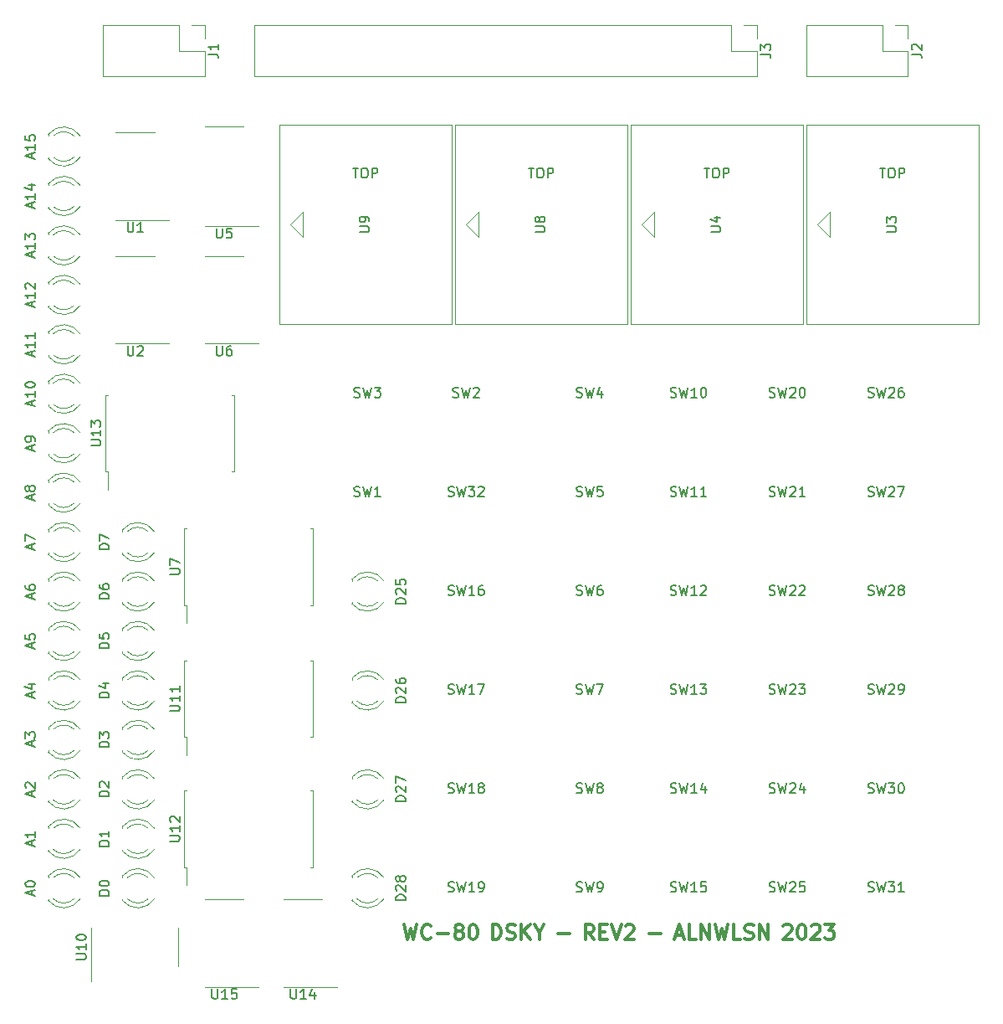
<source format=gbr>
%TF.GenerationSoftware,KiCad,Pcbnew,7.0.0-da2b9df05c~171~ubuntu22.04.1*%
%TF.CreationDate,2023-03-06T18:38:04-05:00*%
%TF.ProjectId,main,6d61696e-2e6b-4696-9361-645f70636258,rev?*%
%TF.SameCoordinates,Original*%
%TF.FileFunction,Legend,Top*%
%TF.FilePolarity,Positive*%
%FSLAX46Y46*%
G04 Gerber Fmt 4.6, Leading zero omitted, Abs format (unit mm)*
G04 Created by KiCad (PCBNEW 7.0.0-da2b9df05c~171~ubuntu22.04.1) date 2023-03-06 18:38:04*
%MOMM*%
%LPD*%
G01*
G04 APERTURE LIST*
%ADD10C,0.300000*%
%ADD11C,0.150000*%
%ADD12C,0.120000*%
G04 APERTURE END LIST*
D10*
X59714285Y-112173571D02*
X60071428Y-113673571D01*
X60071428Y-113673571D02*
X60357142Y-112602142D01*
X60357142Y-112602142D02*
X60642857Y-113673571D01*
X60642857Y-113673571D02*
X61000000Y-112173571D01*
X62428571Y-113530714D02*
X62357143Y-113602142D01*
X62357143Y-113602142D02*
X62142857Y-113673571D01*
X62142857Y-113673571D02*
X62000000Y-113673571D01*
X62000000Y-113673571D02*
X61785714Y-113602142D01*
X61785714Y-113602142D02*
X61642857Y-113459285D01*
X61642857Y-113459285D02*
X61571428Y-113316428D01*
X61571428Y-113316428D02*
X61500000Y-113030714D01*
X61500000Y-113030714D02*
X61500000Y-112816428D01*
X61500000Y-112816428D02*
X61571428Y-112530714D01*
X61571428Y-112530714D02*
X61642857Y-112387857D01*
X61642857Y-112387857D02*
X61785714Y-112245000D01*
X61785714Y-112245000D02*
X62000000Y-112173571D01*
X62000000Y-112173571D02*
X62142857Y-112173571D01*
X62142857Y-112173571D02*
X62357143Y-112245000D01*
X62357143Y-112245000D02*
X62428571Y-112316428D01*
X63071428Y-113102142D02*
X64214286Y-113102142D01*
X65142857Y-112816428D02*
X65000000Y-112745000D01*
X65000000Y-112745000D02*
X64928571Y-112673571D01*
X64928571Y-112673571D02*
X64857143Y-112530714D01*
X64857143Y-112530714D02*
X64857143Y-112459285D01*
X64857143Y-112459285D02*
X64928571Y-112316428D01*
X64928571Y-112316428D02*
X65000000Y-112245000D01*
X65000000Y-112245000D02*
X65142857Y-112173571D01*
X65142857Y-112173571D02*
X65428571Y-112173571D01*
X65428571Y-112173571D02*
X65571429Y-112245000D01*
X65571429Y-112245000D02*
X65642857Y-112316428D01*
X65642857Y-112316428D02*
X65714286Y-112459285D01*
X65714286Y-112459285D02*
X65714286Y-112530714D01*
X65714286Y-112530714D02*
X65642857Y-112673571D01*
X65642857Y-112673571D02*
X65571429Y-112745000D01*
X65571429Y-112745000D02*
X65428571Y-112816428D01*
X65428571Y-112816428D02*
X65142857Y-112816428D01*
X65142857Y-112816428D02*
X65000000Y-112887857D01*
X65000000Y-112887857D02*
X64928571Y-112959285D01*
X64928571Y-112959285D02*
X64857143Y-113102142D01*
X64857143Y-113102142D02*
X64857143Y-113387857D01*
X64857143Y-113387857D02*
X64928571Y-113530714D01*
X64928571Y-113530714D02*
X65000000Y-113602142D01*
X65000000Y-113602142D02*
X65142857Y-113673571D01*
X65142857Y-113673571D02*
X65428571Y-113673571D01*
X65428571Y-113673571D02*
X65571429Y-113602142D01*
X65571429Y-113602142D02*
X65642857Y-113530714D01*
X65642857Y-113530714D02*
X65714286Y-113387857D01*
X65714286Y-113387857D02*
X65714286Y-113102142D01*
X65714286Y-113102142D02*
X65642857Y-112959285D01*
X65642857Y-112959285D02*
X65571429Y-112887857D01*
X65571429Y-112887857D02*
X65428571Y-112816428D01*
X66642857Y-112173571D02*
X66785714Y-112173571D01*
X66785714Y-112173571D02*
X66928571Y-112245000D01*
X66928571Y-112245000D02*
X67000000Y-112316428D01*
X67000000Y-112316428D02*
X67071428Y-112459285D01*
X67071428Y-112459285D02*
X67142857Y-112745000D01*
X67142857Y-112745000D02*
X67142857Y-113102142D01*
X67142857Y-113102142D02*
X67071428Y-113387857D01*
X67071428Y-113387857D02*
X67000000Y-113530714D01*
X67000000Y-113530714D02*
X66928571Y-113602142D01*
X66928571Y-113602142D02*
X66785714Y-113673571D01*
X66785714Y-113673571D02*
X66642857Y-113673571D01*
X66642857Y-113673571D02*
X66500000Y-113602142D01*
X66500000Y-113602142D02*
X66428571Y-113530714D01*
X66428571Y-113530714D02*
X66357142Y-113387857D01*
X66357142Y-113387857D02*
X66285714Y-113102142D01*
X66285714Y-113102142D02*
X66285714Y-112745000D01*
X66285714Y-112745000D02*
X66357142Y-112459285D01*
X66357142Y-112459285D02*
X66428571Y-112316428D01*
X66428571Y-112316428D02*
X66500000Y-112245000D01*
X66500000Y-112245000D02*
X66642857Y-112173571D01*
X68685713Y-113673571D02*
X68685713Y-112173571D01*
X68685713Y-112173571D02*
X69042856Y-112173571D01*
X69042856Y-112173571D02*
X69257142Y-112245000D01*
X69257142Y-112245000D02*
X69399999Y-112387857D01*
X69399999Y-112387857D02*
X69471428Y-112530714D01*
X69471428Y-112530714D02*
X69542856Y-112816428D01*
X69542856Y-112816428D02*
X69542856Y-113030714D01*
X69542856Y-113030714D02*
X69471428Y-113316428D01*
X69471428Y-113316428D02*
X69399999Y-113459285D01*
X69399999Y-113459285D02*
X69257142Y-113602142D01*
X69257142Y-113602142D02*
X69042856Y-113673571D01*
X69042856Y-113673571D02*
X68685713Y-113673571D01*
X70114285Y-113602142D02*
X70328571Y-113673571D01*
X70328571Y-113673571D02*
X70685713Y-113673571D01*
X70685713Y-113673571D02*
X70828571Y-113602142D01*
X70828571Y-113602142D02*
X70899999Y-113530714D01*
X70899999Y-113530714D02*
X70971428Y-113387857D01*
X70971428Y-113387857D02*
X70971428Y-113245000D01*
X70971428Y-113245000D02*
X70899999Y-113102142D01*
X70899999Y-113102142D02*
X70828571Y-113030714D01*
X70828571Y-113030714D02*
X70685713Y-112959285D01*
X70685713Y-112959285D02*
X70399999Y-112887857D01*
X70399999Y-112887857D02*
X70257142Y-112816428D01*
X70257142Y-112816428D02*
X70185713Y-112745000D01*
X70185713Y-112745000D02*
X70114285Y-112602142D01*
X70114285Y-112602142D02*
X70114285Y-112459285D01*
X70114285Y-112459285D02*
X70185713Y-112316428D01*
X70185713Y-112316428D02*
X70257142Y-112245000D01*
X70257142Y-112245000D02*
X70399999Y-112173571D01*
X70399999Y-112173571D02*
X70757142Y-112173571D01*
X70757142Y-112173571D02*
X70971428Y-112245000D01*
X71614284Y-113673571D02*
X71614284Y-112173571D01*
X72471427Y-113673571D02*
X71828570Y-112816428D01*
X72471427Y-112173571D02*
X71614284Y-113030714D01*
X73399999Y-112959285D02*
X73399999Y-113673571D01*
X72899999Y-112173571D02*
X73399999Y-112959285D01*
X73399999Y-112959285D02*
X73899999Y-112173571D01*
X75299998Y-113102142D02*
X76442856Y-113102142D01*
X78914284Y-113673571D02*
X78414284Y-112959285D01*
X78057141Y-113673571D02*
X78057141Y-112173571D01*
X78057141Y-112173571D02*
X78628570Y-112173571D01*
X78628570Y-112173571D02*
X78771427Y-112245000D01*
X78771427Y-112245000D02*
X78842856Y-112316428D01*
X78842856Y-112316428D02*
X78914284Y-112459285D01*
X78914284Y-112459285D02*
X78914284Y-112673571D01*
X78914284Y-112673571D02*
X78842856Y-112816428D01*
X78842856Y-112816428D02*
X78771427Y-112887857D01*
X78771427Y-112887857D02*
X78628570Y-112959285D01*
X78628570Y-112959285D02*
X78057141Y-112959285D01*
X79557141Y-112887857D02*
X80057141Y-112887857D01*
X80271427Y-113673571D02*
X79557141Y-113673571D01*
X79557141Y-113673571D02*
X79557141Y-112173571D01*
X79557141Y-112173571D02*
X80271427Y-112173571D01*
X80699999Y-112173571D02*
X81199999Y-113673571D01*
X81199999Y-113673571D02*
X81699999Y-112173571D01*
X82128570Y-112316428D02*
X82199998Y-112245000D01*
X82199998Y-112245000D02*
X82342856Y-112173571D01*
X82342856Y-112173571D02*
X82699998Y-112173571D01*
X82699998Y-112173571D02*
X82842856Y-112245000D01*
X82842856Y-112245000D02*
X82914284Y-112316428D01*
X82914284Y-112316428D02*
X82985713Y-112459285D01*
X82985713Y-112459285D02*
X82985713Y-112602142D01*
X82985713Y-112602142D02*
X82914284Y-112816428D01*
X82914284Y-112816428D02*
X82057141Y-113673571D01*
X82057141Y-113673571D02*
X82985713Y-113673571D01*
X84528569Y-113102142D02*
X85671427Y-113102142D01*
X87214284Y-113245000D02*
X87928570Y-113245000D01*
X87071427Y-113673571D02*
X87571427Y-112173571D01*
X87571427Y-112173571D02*
X88071427Y-113673571D01*
X89285712Y-113673571D02*
X88571426Y-113673571D01*
X88571426Y-113673571D02*
X88571426Y-112173571D01*
X89785712Y-113673571D02*
X89785712Y-112173571D01*
X89785712Y-112173571D02*
X90642855Y-113673571D01*
X90642855Y-113673571D02*
X90642855Y-112173571D01*
X91214284Y-112173571D02*
X91571427Y-113673571D01*
X91571427Y-113673571D02*
X91857141Y-112602142D01*
X91857141Y-112602142D02*
X92142856Y-113673571D01*
X92142856Y-113673571D02*
X92499999Y-112173571D01*
X93785713Y-113673571D02*
X93071427Y-113673571D01*
X93071427Y-113673571D02*
X93071427Y-112173571D01*
X94214285Y-113602142D02*
X94428571Y-113673571D01*
X94428571Y-113673571D02*
X94785713Y-113673571D01*
X94785713Y-113673571D02*
X94928571Y-113602142D01*
X94928571Y-113602142D02*
X94999999Y-113530714D01*
X94999999Y-113530714D02*
X95071428Y-113387857D01*
X95071428Y-113387857D02*
X95071428Y-113245000D01*
X95071428Y-113245000D02*
X94999999Y-113102142D01*
X94999999Y-113102142D02*
X94928571Y-113030714D01*
X94928571Y-113030714D02*
X94785713Y-112959285D01*
X94785713Y-112959285D02*
X94499999Y-112887857D01*
X94499999Y-112887857D02*
X94357142Y-112816428D01*
X94357142Y-112816428D02*
X94285713Y-112745000D01*
X94285713Y-112745000D02*
X94214285Y-112602142D01*
X94214285Y-112602142D02*
X94214285Y-112459285D01*
X94214285Y-112459285D02*
X94285713Y-112316428D01*
X94285713Y-112316428D02*
X94357142Y-112245000D01*
X94357142Y-112245000D02*
X94499999Y-112173571D01*
X94499999Y-112173571D02*
X94857142Y-112173571D01*
X94857142Y-112173571D02*
X95071428Y-112245000D01*
X95714284Y-113673571D02*
X95714284Y-112173571D01*
X95714284Y-112173571D02*
X96571427Y-113673571D01*
X96571427Y-113673571D02*
X96571427Y-112173571D01*
X98114285Y-112316428D02*
X98185713Y-112245000D01*
X98185713Y-112245000D02*
X98328571Y-112173571D01*
X98328571Y-112173571D02*
X98685713Y-112173571D01*
X98685713Y-112173571D02*
X98828571Y-112245000D01*
X98828571Y-112245000D02*
X98899999Y-112316428D01*
X98899999Y-112316428D02*
X98971428Y-112459285D01*
X98971428Y-112459285D02*
X98971428Y-112602142D01*
X98971428Y-112602142D02*
X98899999Y-112816428D01*
X98899999Y-112816428D02*
X98042856Y-113673571D01*
X98042856Y-113673571D02*
X98971428Y-113673571D01*
X99899999Y-112173571D02*
X100042856Y-112173571D01*
X100042856Y-112173571D02*
X100185713Y-112245000D01*
X100185713Y-112245000D02*
X100257142Y-112316428D01*
X100257142Y-112316428D02*
X100328570Y-112459285D01*
X100328570Y-112459285D02*
X100399999Y-112745000D01*
X100399999Y-112745000D02*
X100399999Y-113102142D01*
X100399999Y-113102142D02*
X100328570Y-113387857D01*
X100328570Y-113387857D02*
X100257142Y-113530714D01*
X100257142Y-113530714D02*
X100185713Y-113602142D01*
X100185713Y-113602142D02*
X100042856Y-113673571D01*
X100042856Y-113673571D02*
X99899999Y-113673571D01*
X99899999Y-113673571D02*
X99757142Y-113602142D01*
X99757142Y-113602142D02*
X99685713Y-113530714D01*
X99685713Y-113530714D02*
X99614284Y-113387857D01*
X99614284Y-113387857D02*
X99542856Y-113102142D01*
X99542856Y-113102142D02*
X99542856Y-112745000D01*
X99542856Y-112745000D02*
X99614284Y-112459285D01*
X99614284Y-112459285D02*
X99685713Y-112316428D01*
X99685713Y-112316428D02*
X99757142Y-112245000D01*
X99757142Y-112245000D02*
X99899999Y-112173571D01*
X100971427Y-112316428D02*
X101042855Y-112245000D01*
X101042855Y-112245000D02*
X101185713Y-112173571D01*
X101185713Y-112173571D02*
X101542855Y-112173571D01*
X101542855Y-112173571D02*
X101685713Y-112245000D01*
X101685713Y-112245000D02*
X101757141Y-112316428D01*
X101757141Y-112316428D02*
X101828570Y-112459285D01*
X101828570Y-112459285D02*
X101828570Y-112602142D01*
X101828570Y-112602142D02*
X101757141Y-112816428D01*
X101757141Y-112816428D02*
X100899998Y-113673571D01*
X100899998Y-113673571D02*
X101828570Y-113673571D01*
X102328569Y-112173571D02*
X103257141Y-112173571D01*
X103257141Y-112173571D02*
X102757141Y-112745000D01*
X102757141Y-112745000D02*
X102971426Y-112745000D01*
X102971426Y-112745000D02*
X103114284Y-112816428D01*
X103114284Y-112816428D02*
X103185712Y-112887857D01*
X103185712Y-112887857D02*
X103257141Y-113030714D01*
X103257141Y-113030714D02*
X103257141Y-113387857D01*
X103257141Y-113387857D02*
X103185712Y-113530714D01*
X103185712Y-113530714D02*
X103114284Y-113602142D01*
X103114284Y-113602142D02*
X102971426Y-113673571D01*
X102971426Y-113673571D02*
X102542855Y-113673571D01*
X102542855Y-113673571D02*
X102399998Y-113602142D01*
X102399998Y-113602142D02*
X102328569Y-113530714D01*
D11*
%TO.C,J3*%
X95827380Y-24143333D02*
X96541666Y-24143333D01*
X96541666Y-24143333D02*
X96684523Y-24190952D01*
X96684523Y-24190952D02*
X96779761Y-24286190D01*
X96779761Y-24286190D02*
X96827380Y-24429047D01*
X96827380Y-24429047D02*
X96827380Y-24524285D01*
X95827380Y-23762380D02*
X95827380Y-23143333D01*
X95827380Y-23143333D02*
X96208333Y-23476666D01*
X96208333Y-23476666D02*
X96208333Y-23333809D01*
X96208333Y-23333809D02*
X96255952Y-23238571D01*
X96255952Y-23238571D02*
X96303571Y-23190952D01*
X96303571Y-23190952D02*
X96398809Y-23143333D01*
X96398809Y-23143333D02*
X96636904Y-23143333D01*
X96636904Y-23143333D02*
X96732142Y-23190952D01*
X96732142Y-23190952D02*
X96779761Y-23238571D01*
X96779761Y-23238571D02*
X96827380Y-23333809D01*
X96827380Y-23333809D02*
X96827380Y-23619523D01*
X96827380Y-23619523D02*
X96779761Y-23714761D01*
X96779761Y-23714761D02*
X96732142Y-23762380D01*
%TO.C,J1*%
X39917380Y-24143333D02*
X40631666Y-24143333D01*
X40631666Y-24143333D02*
X40774523Y-24190952D01*
X40774523Y-24190952D02*
X40869761Y-24286190D01*
X40869761Y-24286190D02*
X40917380Y-24429047D01*
X40917380Y-24429047D02*
X40917380Y-24524285D01*
X40917380Y-23143333D02*
X40917380Y-23714761D01*
X40917380Y-23429047D02*
X39917380Y-23429047D01*
X39917380Y-23429047D02*
X40060238Y-23524285D01*
X40060238Y-23524285D02*
X40155476Y-23619523D01*
X40155476Y-23619523D02*
X40203095Y-23714761D01*
%TO.C,D1*%
X29867380Y-109238094D02*
X28867380Y-109238094D01*
X28867380Y-109238094D02*
X28867380Y-108999999D01*
X28867380Y-108999999D02*
X28915000Y-108857142D01*
X28915000Y-108857142D02*
X29010238Y-108761904D01*
X29010238Y-108761904D02*
X29105476Y-108714285D01*
X29105476Y-108714285D02*
X29295952Y-108666666D01*
X29295952Y-108666666D02*
X29438809Y-108666666D01*
X29438809Y-108666666D02*
X29629285Y-108714285D01*
X29629285Y-108714285D02*
X29724523Y-108761904D01*
X29724523Y-108761904D02*
X29819761Y-108857142D01*
X29819761Y-108857142D02*
X29867380Y-108999999D01*
X29867380Y-108999999D02*
X29867380Y-109238094D01*
X28867380Y-108047618D02*
X28867380Y-107952380D01*
X28867380Y-107952380D02*
X28915000Y-107857142D01*
X28915000Y-107857142D02*
X28962619Y-107809523D01*
X28962619Y-107809523D02*
X29057857Y-107761904D01*
X29057857Y-107761904D02*
X29248333Y-107714285D01*
X29248333Y-107714285D02*
X29486428Y-107714285D01*
X29486428Y-107714285D02*
X29676904Y-107761904D01*
X29676904Y-107761904D02*
X29772142Y-107809523D01*
X29772142Y-107809523D02*
X29819761Y-107857142D01*
X29819761Y-107857142D02*
X29867380Y-107952380D01*
X29867380Y-107952380D02*
X29867380Y-108047618D01*
X29867380Y-108047618D02*
X29819761Y-108142856D01*
X29819761Y-108142856D02*
X29772142Y-108190475D01*
X29772142Y-108190475D02*
X29676904Y-108238094D01*
X29676904Y-108238094D02*
X29486428Y-108285713D01*
X29486428Y-108285713D02*
X29248333Y-108285713D01*
X29248333Y-108285713D02*
X29057857Y-108238094D01*
X29057857Y-108238094D02*
X28962619Y-108190475D01*
X28962619Y-108190475D02*
X28915000Y-108142856D01*
X28915000Y-108142856D02*
X28867380Y-108047618D01*
%TO.C,U4*%
X90757380Y-42141904D02*
X91566904Y-42141904D01*
X91566904Y-42141904D02*
X91662142Y-42094285D01*
X91662142Y-42094285D02*
X91709761Y-42046666D01*
X91709761Y-42046666D02*
X91757380Y-41951428D01*
X91757380Y-41951428D02*
X91757380Y-41760952D01*
X91757380Y-41760952D02*
X91709761Y-41665714D01*
X91709761Y-41665714D02*
X91662142Y-41618095D01*
X91662142Y-41618095D02*
X91566904Y-41570476D01*
X91566904Y-41570476D02*
X90757380Y-41570476D01*
X91090714Y-40665714D02*
X91757380Y-40665714D01*
X90709761Y-40903809D02*
X91424047Y-41141904D01*
X91424047Y-41141904D02*
X91424047Y-40522857D01*
X90080476Y-35667380D02*
X90651904Y-35667380D01*
X90366190Y-36667380D02*
X90366190Y-35667380D01*
X91175714Y-35667380D02*
X91366190Y-35667380D01*
X91366190Y-35667380D02*
X91461428Y-35715000D01*
X91461428Y-35715000D02*
X91556666Y-35810238D01*
X91556666Y-35810238D02*
X91604285Y-36000714D01*
X91604285Y-36000714D02*
X91604285Y-36334047D01*
X91604285Y-36334047D02*
X91556666Y-36524523D01*
X91556666Y-36524523D02*
X91461428Y-36619761D01*
X91461428Y-36619761D02*
X91366190Y-36667380D01*
X91366190Y-36667380D02*
X91175714Y-36667380D01*
X91175714Y-36667380D02*
X91080476Y-36619761D01*
X91080476Y-36619761D02*
X90985238Y-36524523D01*
X90985238Y-36524523D02*
X90937619Y-36334047D01*
X90937619Y-36334047D02*
X90937619Y-36000714D01*
X90937619Y-36000714D02*
X90985238Y-35810238D01*
X90985238Y-35810238D02*
X91080476Y-35715000D01*
X91080476Y-35715000D02*
X91175714Y-35667380D01*
X92032857Y-36667380D02*
X92032857Y-35667380D01*
X92032857Y-35667380D02*
X92413809Y-35667380D01*
X92413809Y-35667380D02*
X92509047Y-35715000D01*
X92509047Y-35715000D02*
X92556666Y-35762619D01*
X92556666Y-35762619D02*
X92604285Y-35857857D01*
X92604285Y-35857857D02*
X92604285Y-36000714D01*
X92604285Y-36000714D02*
X92556666Y-36095952D01*
X92556666Y-36095952D02*
X92509047Y-36143571D01*
X92509047Y-36143571D02*
X92413809Y-36191190D01*
X92413809Y-36191190D02*
X92032857Y-36191190D01*
%TO.C,U5*%
X40738095Y-41767380D02*
X40738095Y-42576904D01*
X40738095Y-42576904D02*
X40785714Y-42672142D01*
X40785714Y-42672142D02*
X40833333Y-42719761D01*
X40833333Y-42719761D02*
X40928571Y-42767380D01*
X40928571Y-42767380D02*
X41119047Y-42767380D01*
X41119047Y-42767380D02*
X41214285Y-42719761D01*
X41214285Y-42719761D02*
X41261904Y-42672142D01*
X41261904Y-42672142D02*
X41309523Y-42576904D01*
X41309523Y-42576904D02*
X41309523Y-41767380D01*
X42261904Y-41767380D02*
X41785714Y-41767380D01*
X41785714Y-41767380D02*
X41738095Y-42243571D01*
X41738095Y-42243571D02*
X41785714Y-42195952D01*
X41785714Y-42195952D02*
X41880952Y-42148333D01*
X41880952Y-42148333D02*
X42119047Y-42148333D01*
X42119047Y-42148333D02*
X42214285Y-42195952D01*
X42214285Y-42195952D02*
X42261904Y-42243571D01*
X42261904Y-42243571D02*
X42309523Y-42338809D01*
X42309523Y-42338809D02*
X42309523Y-42576904D01*
X42309523Y-42576904D02*
X42261904Y-42672142D01*
X42261904Y-42672142D02*
X42214285Y-42719761D01*
X42214285Y-42719761D02*
X42119047Y-42767380D01*
X42119047Y-42767380D02*
X41880952Y-42767380D01*
X41880952Y-42767380D02*
X41785714Y-42719761D01*
X41785714Y-42719761D02*
X41738095Y-42672142D01*
%TO.C,D2*%
X29867380Y-89238094D02*
X28867380Y-89238094D01*
X28867380Y-89238094D02*
X28867380Y-88999999D01*
X28867380Y-88999999D02*
X28915000Y-88857142D01*
X28915000Y-88857142D02*
X29010238Y-88761904D01*
X29010238Y-88761904D02*
X29105476Y-88714285D01*
X29105476Y-88714285D02*
X29295952Y-88666666D01*
X29295952Y-88666666D02*
X29438809Y-88666666D01*
X29438809Y-88666666D02*
X29629285Y-88714285D01*
X29629285Y-88714285D02*
X29724523Y-88761904D01*
X29724523Y-88761904D02*
X29819761Y-88857142D01*
X29819761Y-88857142D02*
X29867380Y-88999999D01*
X29867380Y-88999999D02*
X29867380Y-89238094D01*
X29200714Y-87809523D02*
X29867380Y-87809523D01*
X28819761Y-88047618D02*
X29534047Y-88285713D01*
X29534047Y-88285713D02*
X29534047Y-87666666D01*
%TO.C,D3*%
X29867380Y-74238094D02*
X28867380Y-74238094D01*
X28867380Y-74238094D02*
X28867380Y-73999999D01*
X28867380Y-73999999D02*
X28915000Y-73857142D01*
X28915000Y-73857142D02*
X29010238Y-73761904D01*
X29010238Y-73761904D02*
X29105476Y-73714285D01*
X29105476Y-73714285D02*
X29295952Y-73666666D01*
X29295952Y-73666666D02*
X29438809Y-73666666D01*
X29438809Y-73666666D02*
X29629285Y-73714285D01*
X29629285Y-73714285D02*
X29724523Y-73761904D01*
X29724523Y-73761904D02*
X29819761Y-73857142D01*
X29819761Y-73857142D02*
X29867380Y-73999999D01*
X29867380Y-73999999D02*
X29867380Y-74238094D01*
X28867380Y-73333332D02*
X28867380Y-72666666D01*
X28867380Y-72666666D02*
X29867380Y-73095237D01*
%TO.C,D4*%
X29867380Y-94238094D02*
X28867380Y-94238094D01*
X28867380Y-94238094D02*
X28867380Y-93999999D01*
X28867380Y-93999999D02*
X28915000Y-93857142D01*
X28915000Y-93857142D02*
X29010238Y-93761904D01*
X29010238Y-93761904D02*
X29105476Y-93714285D01*
X29105476Y-93714285D02*
X29295952Y-93666666D01*
X29295952Y-93666666D02*
X29438809Y-93666666D01*
X29438809Y-93666666D02*
X29629285Y-93714285D01*
X29629285Y-93714285D02*
X29724523Y-93761904D01*
X29724523Y-93761904D02*
X29819761Y-93857142D01*
X29819761Y-93857142D02*
X29867380Y-93999999D01*
X29867380Y-93999999D02*
X29867380Y-94238094D01*
X28867380Y-93333332D02*
X28867380Y-92714285D01*
X28867380Y-92714285D02*
X29248333Y-93047618D01*
X29248333Y-93047618D02*
X29248333Y-92904761D01*
X29248333Y-92904761D02*
X29295952Y-92809523D01*
X29295952Y-92809523D02*
X29343571Y-92761904D01*
X29343571Y-92761904D02*
X29438809Y-92714285D01*
X29438809Y-92714285D02*
X29676904Y-92714285D01*
X29676904Y-92714285D02*
X29772142Y-92761904D01*
X29772142Y-92761904D02*
X29819761Y-92809523D01*
X29819761Y-92809523D02*
X29867380Y-92904761D01*
X29867380Y-92904761D02*
X29867380Y-93190475D01*
X29867380Y-93190475D02*
X29819761Y-93285713D01*
X29819761Y-93285713D02*
X29772142Y-93333332D01*
%TO.C,D5*%
X22081666Y-109214285D02*
X22081666Y-108738095D01*
X22367380Y-109309523D02*
X21367380Y-108976190D01*
X21367380Y-108976190D02*
X22367380Y-108642857D01*
X21367380Y-108119047D02*
X21367380Y-108023809D01*
X21367380Y-108023809D02*
X21415000Y-107928571D01*
X21415000Y-107928571D02*
X21462619Y-107880952D01*
X21462619Y-107880952D02*
X21557857Y-107833333D01*
X21557857Y-107833333D02*
X21748333Y-107785714D01*
X21748333Y-107785714D02*
X21986428Y-107785714D01*
X21986428Y-107785714D02*
X22176904Y-107833333D01*
X22176904Y-107833333D02*
X22272142Y-107880952D01*
X22272142Y-107880952D02*
X22319761Y-107928571D01*
X22319761Y-107928571D02*
X22367380Y-108023809D01*
X22367380Y-108023809D02*
X22367380Y-108119047D01*
X22367380Y-108119047D02*
X22319761Y-108214285D01*
X22319761Y-108214285D02*
X22272142Y-108261904D01*
X22272142Y-108261904D02*
X22176904Y-108309523D01*
X22176904Y-108309523D02*
X21986428Y-108357142D01*
X21986428Y-108357142D02*
X21748333Y-108357142D01*
X21748333Y-108357142D02*
X21557857Y-108309523D01*
X21557857Y-108309523D02*
X21462619Y-108261904D01*
X21462619Y-108261904D02*
X21415000Y-108214285D01*
X21415000Y-108214285D02*
X21367380Y-108119047D01*
%TO.C,D6*%
X22081666Y-89214285D02*
X22081666Y-88738095D01*
X22367380Y-89309523D02*
X21367380Y-88976190D01*
X21367380Y-88976190D02*
X22367380Y-88642857D01*
X21700714Y-87880952D02*
X22367380Y-87880952D01*
X21319761Y-88119047D02*
X22034047Y-88357142D01*
X22034047Y-88357142D02*
X22034047Y-87738095D01*
%TO.C,D7*%
X22081666Y-74214285D02*
X22081666Y-73738095D01*
X22367380Y-74309523D02*
X21367380Y-73976190D01*
X21367380Y-73976190D02*
X22367380Y-73642857D01*
X21367380Y-73404761D02*
X21367380Y-72738095D01*
X21367380Y-72738095D02*
X22367380Y-73166666D01*
%TO.C,D8*%
X22081666Y-94134285D02*
X22081666Y-93658095D01*
X22367380Y-94229523D02*
X21367380Y-93896190D01*
X21367380Y-93896190D02*
X22367380Y-93562857D01*
X21367380Y-93324761D02*
X21367380Y-92705714D01*
X21367380Y-92705714D02*
X21748333Y-93039047D01*
X21748333Y-93039047D02*
X21748333Y-92896190D01*
X21748333Y-92896190D02*
X21795952Y-92800952D01*
X21795952Y-92800952D02*
X21843571Y-92753333D01*
X21843571Y-92753333D02*
X21938809Y-92705714D01*
X21938809Y-92705714D02*
X22176904Y-92705714D01*
X22176904Y-92705714D02*
X22272142Y-92753333D01*
X22272142Y-92753333D02*
X22319761Y-92800952D01*
X22319761Y-92800952D02*
X22367380Y-92896190D01*
X22367380Y-92896190D02*
X22367380Y-93181904D01*
X22367380Y-93181904D02*
X22319761Y-93277142D01*
X22319761Y-93277142D02*
X22272142Y-93324761D01*
%TO.C,U3*%
X108537380Y-42141904D02*
X109346904Y-42141904D01*
X109346904Y-42141904D02*
X109442142Y-42094285D01*
X109442142Y-42094285D02*
X109489761Y-42046666D01*
X109489761Y-42046666D02*
X109537380Y-41951428D01*
X109537380Y-41951428D02*
X109537380Y-41760952D01*
X109537380Y-41760952D02*
X109489761Y-41665714D01*
X109489761Y-41665714D02*
X109442142Y-41618095D01*
X109442142Y-41618095D02*
X109346904Y-41570476D01*
X109346904Y-41570476D02*
X108537380Y-41570476D01*
X108537380Y-41189523D02*
X108537380Y-40570476D01*
X108537380Y-40570476D02*
X108918333Y-40903809D01*
X108918333Y-40903809D02*
X108918333Y-40760952D01*
X108918333Y-40760952D02*
X108965952Y-40665714D01*
X108965952Y-40665714D02*
X109013571Y-40618095D01*
X109013571Y-40618095D02*
X109108809Y-40570476D01*
X109108809Y-40570476D02*
X109346904Y-40570476D01*
X109346904Y-40570476D02*
X109442142Y-40618095D01*
X109442142Y-40618095D02*
X109489761Y-40665714D01*
X109489761Y-40665714D02*
X109537380Y-40760952D01*
X109537380Y-40760952D02*
X109537380Y-41046666D01*
X109537380Y-41046666D02*
X109489761Y-41141904D01*
X109489761Y-41141904D02*
X109442142Y-41189523D01*
X107860476Y-35667380D02*
X108431904Y-35667380D01*
X108146190Y-36667380D02*
X108146190Y-35667380D01*
X108955714Y-35667380D02*
X109146190Y-35667380D01*
X109146190Y-35667380D02*
X109241428Y-35715000D01*
X109241428Y-35715000D02*
X109336666Y-35810238D01*
X109336666Y-35810238D02*
X109384285Y-36000714D01*
X109384285Y-36000714D02*
X109384285Y-36334047D01*
X109384285Y-36334047D02*
X109336666Y-36524523D01*
X109336666Y-36524523D02*
X109241428Y-36619761D01*
X109241428Y-36619761D02*
X109146190Y-36667380D01*
X109146190Y-36667380D02*
X108955714Y-36667380D01*
X108955714Y-36667380D02*
X108860476Y-36619761D01*
X108860476Y-36619761D02*
X108765238Y-36524523D01*
X108765238Y-36524523D02*
X108717619Y-36334047D01*
X108717619Y-36334047D02*
X108717619Y-36000714D01*
X108717619Y-36000714D02*
X108765238Y-35810238D01*
X108765238Y-35810238D02*
X108860476Y-35715000D01*
X108860476Y-35715000D02*
X108955714Y-35667380D01*
X109812857Y-36667380D02*
X109812857Y-35667380D01*
X109812857Y-35667380D02*
X110193809Y-35667380D01*
X110193809Y-35667380D02*
X110289047Y-35715000D01*
X110289047Y-35715000D02*
X110336666Y-35762619D01*
X110336666Y-35762619D02*
X110384285Y-35857857D01*
X110384285Y-35857857D02*
X110384285Y-36000714D01*
X110384285Y-36000714D02*
X110336666Y-36095952D01*
X110336666Y-36095952D02*
X110289047Y-36143571D01*
X110289047Y-36143571D02*
X110193809Y-36191190D01*
X110193809Y-36191190D02*
X109812857Y-36191190D01*
%TO.C,D9*%
X22081666Y-69214285D02*
X22081666Y-68738095D01*
X22367380Y-69309523D02*
X21367380Y-68976190D01*
X21367380Y-68976190D02*
X22367380Y-68642857D01*
X21795952Y-68166666D02*
X21748333Y-68261904D01*
X21748333Y-68261904D02*
X21700714Y-68309523D01*
X21700714Y-68309523D02*
X21605476Y-68357142D01*
X21605476Y-68357142D02*
X21557857Y-68357142D01*
X21557857Y-68357142D02*
X21462619Y-68309523D01*
X21462619Y-68309523D02*
X21415000Y-68261904D01*
X21415000Y-68261904D02*
X21367380Y-68166666D01*
X21367380Y-68166666D02*
X21367380Y-67976190D01*
X21367380Y-67976190D02*
X21415000Y-67880952D01*
X21415000Y-67880952D02*
X21462619Y-67833333D01*
X21462619Y-67833333D02*
X21557857Y-67785714D01*
X21557857Y-67785714D02*
X21605476Y-67785714D01*
X21605476Y-67785714D02*
X21700714Y-67833333D01*
X21700714Y-67833333D02*
X21748333Y-67880952D01*
X21748333Y-67880952D02*
X21795952Y-67976190D01*
X21795952Y-67976190D02*
X21795952Y-68166666D01*
X21795952Y-68166666D02*
X21843571Y-68261904D01*
X21843571Y-68261904D02*
X21891190Y-68309523D01*
X21891190Y-68309523D02*
X21986428Y-68357142D01*
X21986428Y-68357142D02*
X22176904Y-68357142D01*
X22176904Y-68357142D02*
X22272142Y-68309523D01*
X22272142Y-68309523D02*
X22319761Y-68261904D01*
X22319761Y-68261904D02*
X22367380Y-68166666D01*
X22367380Y-68166666D02*
X22367380Y-67976190D01*
X22367380Y-67976190D02*
X22319761Y-67880952D01*
X22319761Y-67880952D02*
X22272142Y-67833333D01*
X22272142Y-67833333D02*
X22176904Y-67785714D01*
X22176904Y-67785714D02*
X21986428Y-67785714D01*
X21986428Y-67785714D02*
X21891190Y-67833333D01*
X21891190Y-67833333D02*
X21843571Y-67880952D01*
X21843571Y-67880952D02*
X21795952Y-67976190D01*
%TO.C,D10*%
X22081666Y-49690475D02*
X22081666Y-49214285D01*
X22367380Y-49785713D02*
X21367380Y-49452380D01*
X21367380Y-49452380D02*
X22367380Y-49119047D01*
X22367380Y-48261904D02*
X22367380Y-48833332D01*
X22367380Y-48547618D02*
X21367380Y-48547618D01*
X21367380Y-48547618D02*
X21510238Y-48642856D01*
X21510238Y-48642856D02*
X21605476Y-48738094D01*
X21605476Y-48738094D02*
X21653095Y-48833332D01*
X21462619Y-47880951D02*
X21415000Y-47833332D01*
X21415000Y-47833332D02*
X21367380Y-47738094D01*
X21367380Y-47738094D02*
X21367380Y-47499999D01*
X21367380Y-47499999D02*
X21415000Y-47404761D01*
X21415000Y-47404761D02*
X21462619Y-47357142D01*
X21462619Y-47357142D02*
X21557857Y-47309523D01*
X21557857Y-47309523D02*
X21653095Y-47309523D01*
X21653095Y-47309523D02*
X21795952Y-47357142D01*
X21795952Y-47357142D02*
X22367380Y-47928570D01*
X22367380Y-47928570D02*
X22367380Y-47309523D01*
%TO.C,D11*%
X22081666Y-34690475D02*
X22081666Y-34214285D01*
X22367380Y-34785713D02*
X21367380Y-34452380D01*
X21367380Y-34452380D02*
X22367380Y-34119047D01*
X22367380Y-33261904D02*
X22367380Y-33833332D01*
X22367380Y-33547618D02*
X21367380Y-33547618D01*
X21367380Y-33547618D02*
X21510238Y-33642856D01*
X21510238Y-33642856D02*
X21605476Y-33738094D01*
X21605476Y-33738094D02*
X21653095Y-33833332D01*
X21367380Y-32357142D02*
X21367380Y-32833332D01*
X21367380Y-32833332D02*
X21843571Y-32880951D01*
X21843571Y-32880951D02*
X21795952Y-32833332D01*
X21795952Y-32833332D02*
X21748333Y-32738094D01*
X21748333Y-32738094D02*
X21748333Y-32499999D01*
X21748333Y-32499999D02*
X21795952Y-32404761D01*
X21795952Y-32404761D02*
X21843571Y-32357142D01*
X21843571Y-32357142D02*
X21938809Y-32309523D01*
X21938809Y-32309523D02*
X22176904Y-32309523D01*
X22176904Y-32309523D02*
X22272142Y-32357142D01*
X22272142Y-32357142D02*
X22319761Y-32404761D01*
X22319761Y-32404761D02*
X22367380Y-32499999D01*
X22367380Y-32499999D02*
X22367380Y-32738094D01*
X22367380Y-32738094D02*
X22319761Y-32833332D01*
X22319761Y-32833332D02*
X22272142Y-32880951D01*
%TO.C,D12*%
X22081666Y-54690475D02*
X22081666Y-54214285D01*
X22367380Y-54785713D02*
X21367380Y-54452380D01*
X21367380Y-54452380D02*
X22367380Y-54119047D01*
X22367380Y-53261904D02*
X22367380Y-53833332D01*
X22367380Y-53547618D02*
X21367380Y-53547618D01*
X21367380Y-53547618D02*
X21510238Y-53642856D01*
X21510238Y-53642856D02*
X21605476Y-53738094D01*
X21605476Y-53738094D02*
X21653095Y-53833332D01*
X22367380Y-52309523D02*
X22367380Y-52880951D01*
X22367380Y-52595237D02*
X21367380Y-52595237D01*
X21367380Y-52595237D02*
X21510238Y-52690475D01*
X21510238Y-52690475D02*
X21605476Y-52785713D01*
X21605476Y-52785713D02*
X21653095Y-52880951D01*
%TO.C,D13*%
X22081666Y-99214285D02*
X22081666Y-98738095D01*
X22367380Y-99309523D02*
X21367380Y-98976190D01*
X21367380Y-98976190D02*
X22367380Y-98642857D01*
X21462619Y-98357142D02*
X21415000Y-98309523D01*
X21415000Y-98309523D02*
X21367380Y-98214285D01*
X21367380Y-98214285D02*
X21367380Y-97976190D01*
X21367380Y-97976190D02*
X21415000Y-97880952D01*
X21415000Y-97880952D02*
X21462619Y-97833333D01*
X21462619Y-97833333D02*
X21557857Y-97785714D01*
X21557857Y-97785714D02*
X21653095Y-97785714D01*
X21653095Y-97785714D02*
X21795952Y-97833333D01*
X21795952Y-97833333D02*
X22367380Y-98404761D01*
X22367380Y-98404761D02*
X22367380Y-97785714D01*
%TO.C,D14*%
X22081666Y-79214285D02*
X22081666Y-78738095D01*
X22367380Y-79309523D02*
X21367380Y-78976190D01*
X21367380Y-78976190D02*
X22367380Y-78642857D01*
X21367380Y-77880952D02*
X21367380Y-78071428D01*
X21367380Y-78071428D02*
X21415000Y-78166666D01*
X21415000Y-78166666D02*
X21462619Y-78214285D01*
X21462619Y-78214285D02*
X21605476Y-78309523D01*
X21605476Y-78309523D02*
X21795952Y-78357142D01*
X21795952Y-78357142D02*
X22176904Y-78357142D01*
X22176904Y-78357142D02*
X22272142Y-78309523D01*
X22272142Y-78309523D02*
X22319761Y-78261904D01*
X22319761Y-78261904D02*
X22367380Y-78166666D01*
X22367380Y-78166666D02*
X22367380Y-77976190D01*
X22367380Y-77976190D02*
X22319761Y-77880952D01*
X22319761Y-77880952D02*
X22272142Y-77833333D01*
X22272142Y-77833333D02*
X22176904Y-77785714D01*
X22176904Y-77785714D02*
X21938809Y-77785714D01*
X21938809Y-77785714D02*
X21843571Y-77833333D01*
X21843571Y-77833333D02*
X21795952Y-77880952D01*
X21795952Y-77880952D02*
X21748333Y-77976190D01*
X21748333Y-77976190D02*
X21748333Y-78166666D01*
X21748333Y-78166666D02*
X21795952Y-78261904D01*
X21795952Y-78261904D02*
X21843571Y-78309523D01*
X21843571Y-78309523D02*
X21938809Y-78357142D01*
%TO.C,D15*%
X22081666Y-84214285D02*
X22081666Y-83738095D01*
X22367380Y-84309523D02*
X21367380Y-83976190D01*
X21367380Y-83976190D02*
X22367380Y-83642857D01*
X21367380Y-82833333D02*
X21367380Y-83309523D01*
X21367380Y-83309523D02*
X21843571Y-83357142D01*
X21843571Y-83357142D02*
X21795952Y-83309523D01*
X21795952Y-83309523D02*
X21748333Y-83214285D01*
X21748333Y-83214285D02*
X21748333Y-82976190D01*
X21748333Y-82976190D02*
X21795952Y-82880952D01*
X21795952Y-82880952D02*
X21843571Y-82833333D01*
X21843571Y-82833333D02*
X21938809Y-82785714D01*
X21938809Y-82785714D02*
X22176904Y-82785714D01*
X22176904Y-82785714D02*
X22272142Y-82833333D01*
X22272142Y-82833333D02*
X22319761Y-82880952D01*
X22319761Y-82880952D02*
X22367380Y-82976190D01*
X22367380Y-82976190D02*
X22367380Y-83214285D01*
X22367380Y-83214285D02*
X22319761Y-83309523D01*
X22319761Y-83309523D02*
X22272142Y-83357142D01*
%TO.C,D16*%
X22081666Y-104214285D02*
X22081666Y-103738095D01*
X22367380Y-104309523D02*
X21367380Y-103976190D01*
X21367380Y-103976190D02*
X22367380Y-103642857D01*
X22367380Y-102785714D02*
X22367380Y-103357142D01*
X22367380Y-103071428D02*
X21367380Y-103071428D01*
X21367380Y-103071428D02*
X21510238Y-103166666D01*
X21510238Y-103166666D02*
X21605476Y-103261904D01*
X21605476Y-103261904D02*
X21653095Y-103357142D01*
%TO.C,D17*%
X29867380Y-99238094D02*
X28867380Y-99238094D01*
X28867380Y-99238094D02*
X28867380Y-98999999D01*
X28867380Y-98999999D02*
X28915000Y-98857142D01*
X28915000Y-98857142D02*
X29010238Y-98761904D01*
X29010238Y-98761904D02*
X29105476Y-98714285D01*
X29105476Y-98714285D02*
X29295952Y-98666666D01*
X29295952Y-98666666D02*
X29438809Y-98666666D01*
X29438809Y-98666666D02*
X29629285Y-98714285D01*
X29629285Y-98714285D02*
X29724523Y-98761904D01*
X29724523Y-98761904D02*
X29819761Y-98857142D01*
X29819761Y-98857142D02*
X29867380Y-98999999D01*
X29867380Y-98999999D02*
X29867380Y-99238094D01*
X28962619Y-98285713D02*
X28915000Y-98238094D01*
X28915000Y-98238094D02*
X28867380Y-98142856D01*
X28867380Y-98142856D02*
X28867380Y-97904761D01*
X28867380Y-97904761D02*
X28915000Y-97809523D01*
X28915000Y-97809523D02*
X28962619Y-97761904D01*
X28962619Y-97761904D02*
X29057857Y-97714285D01*
X29057857Y-97714285D02*
X29153095Y-97714285D01*
X29153095Y-97714285D02*
X29295952Y-97761904D01*
X29295952Y-97761904D02*
X29867380Y-98333332D01*
X29867380Y-98333332D02*
X29867380Y-97714285D01*
%TO.C,D18*%
X29867380Y-79238094D02*
X28867380Y-79238094D01*
X28867380Y-79238094D02*
X28867380Y-78999999D01*
X28867380Y-78999999D02*
X28915000Y-78857142D01*
X28915000Y-78857142D02*
X29010238Y-78761904D01*
X29010238Y-78761904D02*
X29105476Y-78714285D01*
X29105476Y-78714285D02*
X29295952Y-78666666D01*
X29295952Y-78666666D02*
X29438809Y-78666666D01*
X29438809Y-78666666D02*
X29629285Y-78714285D01*
X29629285Y-78714285D02*
X29724523Y-78761904D01*
X29724523Y-78761904D02*
X29819761Y-78857142D01*
X29819761Y-78857142D02*
X29867380Y-78999999D01*
X29867380Y-78999999D02*
X29867380Y-79238094D01*
X28867380Y-77809523D02*
X28867380Y-77999999D01*
X28867380Y-77999999D02*
X28915000Y-78095237D01*
X28915000Y-78095237D02*
X28962619Y-78142856D01*
X28962619Y-78142856D02*
X29105476Y-78238094D01*
X29105476Y-78238094D02*
X29295952Y-78285713D01*
X29295952Y-78285713D02*
X29676904Y-78285713D01*
X29676904Y-78285713D02*
X29772142Y-78238094D01*
X29772142Y-78238094D02*
X29819761Y-78190475D01*
X29819761Y-78190475D02*
X29867380Y-78095237D01*
X29867380Y-78095237D02*
X29867380Y-77904761D01*
X29867380Y-77904761D02*
X29819761Y-77809523D01*
X29819761Y-77809523D02*
X29772142Y-77761904D01*
X29772142Y-77761904D02*
X29676904Y-77714285D01*
X29676904Y-77714285D02*
X29438809Y-77714285D01*
X29438809Y-77714285D02*
X29343571Y-77761904D01*
X29343571Y-77761904D02*
X29295952Y-77809523D01*
X29295952Y-77809523D02*
X29248333Y-77904761D01*
X29248333Y-77904761D02*
X29248333Y-78095237D01*
X29248333Y-78095237D02*
X29295952Y-78190475D01*
X29295952Y-78190475D02*
X29343571Y-78238094D01*
X29343571Y-78238094D02*
X29438809Y-78285713D01*
%TO.C,D19*%
X29867380Y-84238094D02*
X28867380Y-84238094D01*
X28867380Y-84238094D02*
X28867380Y-83999999D01*
X28867380Y-83999999D02*
X28915000Y-83857142D01*
X28915000Y-83857142D02*
X29010238Y-83761904D01*
X29010238Y-83761904D02*
X29105476Y-83714285D01*
X29105476Y-83714285D02*
X29295952Y-83666666D01*
X29295952Y-83666666D02*
X29438809Y-83666666D01*
X29438809Y-83666666D02*
X29629285Y-83714285D01*
X29629285Y-83714285D02*
X29724523Y-83761904D01*
X29724523Y-83761904D02*
X29819761Y-83857142D01*
X29819761Y-83857142D02*
X29867380Y-83999999D01*
X29867380Y-83999999D02*
X29867380Y-84238094D01*
X28867380Y-82761904D02*
X28867380Y-83238094D01*
X28867380Y-83238094D02*
X29343571Y-83285713D01*
X29343571Y-83285713D02*
X29295952Y-83238094D01*
X29295952Y-83238094D02*
X29248333Y-83142856D01*
X29248333Y-83142856D02*
X29248333Y-82904761D01*
X29248333Y-82904761D02*
X29295952Y-82809523D01*
X29295952Y-82809523D02*
X29343571Y-82761904D01*
X29343571Y-82761904D02*
X29438809Y-82714285D01*
X29438809Y-82714285D02*
X29676904Y-82714285D01*
X29676904Y-82714285D02*
X29772142Y-82761904D01*
X29772142Y-82761904D02*
X29819761Y-82809523D01*
X29819761Y-82809523D02*
X29867380Y-82904761D01*
X29867380Y-82904761D02*
X29867380Y-83142856D01*
X29867380Y-83142856D02*
X29819761Y-83238094D01*
X29819761Y-83238094D02*
X29772142Y-83285713D01*
%TO.C,D20*%
X29867380Y-104238094D02*
X28867380Y-104238094D01*
X28867380Y-104238094D02*
X28867380Y-103999999D01*
X28867380Y-103999999D02*
X28915000Y-103857142D01*
X28915000Y-103857142D02*
X29010238Y-103761904D01*
X29010238Y-103761904D02*
X29105476Y-103714285D01*
X29105476Y-103714285D02*
X29295952Y-103666666D01*
X29295952Y-103666666D02*
X29438809Y-103666666D01*
X29438809Y-103666666D02*
X29629285Y-103714285D01*
X29629285Y-103714285D02*
X29724523Y-103761904D01*
X29724523Y-103761904D02*
X29819761Y-103857142D01*
X29819761Y-103857142D02*
X29867380Y-103999999D01*
X29867380Y-103999999D02*
X29867380Y-104238094D01*
X29867380Y-102714285D02*
X29867380Y-103285713D01*
X29867380Y-102999999D02*
X28867380Y-102999999D01*
X28867380Y-102999999D02*
X29010238Y-103095237D01*
X29010238Y-103095237D02*
X29105476Y-103190475D01*
X29105476Y-103190475D02*
X29153095Y-103285713D01*
%TO.C,D21*%
X22081666Y-59690475D02*
X22081666Y-59214285D01*
X22367380Y-59785713D02*
X21367380Y-59452380D01*
X21367380Y-59452380D02*
X22367380Y-59119047D01*
X22367380Y-58261904D02*
X22367380Y-58833332D01*
X22367380Y-58547618D02*
X21367380Y-58547618D01*
X21367380Y-58547618D02*
X21510238Y-58642856D01*
X21510238Y-58642856D02*
X21605476Y-58738094D01*
X21605476Y-58738094D02*
X21653095Y-58833332D01*
X21367380Y-57642856D02*
X21367380Y-57547618D01*
X21367380Y-57547618D02*
X21415000Y-57452380D01*
X21415000Y-57452380D02*
X21462619Y-57404761D01*
X21462619Y-57404761D02*
X21557857Y-57357142D01*
X21557857Y-57357142D02*
X21748333Y-57309523D01*
X21748333Y-57309523D02*
X21986428Y-57309523D01*
X21986428Y-57309523D02*
X22176904Y-57357142D01*
X22176904Y-57357142D02*
X22272142Y-57404761D01*
X22272142Y-57404761D02*
X22319761Y-57452380D01*
X22319761Y-57452380D02*
X22367380Y-57547618D01*
X22367380Y-57547618D02*
X22367380Y-57642856D01*
X22367380Y-57642856D02*
X22319761Y-57738094D01*
X22319761Y-57738094D02*
X22272142Y-57785713D01*
X22272142Y-57785713D02*
X22176904Y-57833332D01*
X22176904Y-57833332D02*
X21986428Y-57880951D01*
X21986428Y-57880951D02*
X21748333Y-57880951D01*
X21748333Y-57880951D02*
X21557857Y-57833332D01*
X21557857Y-57833332D02*
X21462619Y-57785713D01*
X21462619Y-57785713D02*
X21415000Y-57738094D01*
X21415000Y-57738094D02*
X21367380Y-57642856D01*
%TO.C,D22*%
X22081666Y-39690475D02*
X22081666Y-39214285D01*
X22367380Y-39785713D02*
X21367380Y-39452380D01*
X21367380Y-39452380D02*
X22367380Y-39119047D01*
X22367380Y-38261904D02*
X22367380Y-38833332D01*
X22367380Y-38547618D02*
X21367380Y-38547618D01*
X21367380Y-38547618D02*
X21510238Y-38642856D01*
X21510238Y-38642856D02*
X21605476Y-38738094D01*
X21605476Y-38738094D02*
X21653095Y-38833332D01*
X21700714Y-37404761D02*
X22367380Y-37404761D01*
X21319761Y-37642856D02*
X22034047Y-37880951D01*
X22034047Y-37880951D02*
X22034047Y-37261904D01*
%TO.C,D23*%
X22081666Y-44690475D02*
X22081666Y-44214285D01*
X22367380Y-44785713D02*
X21367380Y-44452380D01*
X21367380Y-44452380D02*
X22367380Y-44119047D01*
X22367380Y-43261904D02*
X22367380Y-43833332D01*
X22367380Y-43547618D02*
X21367380Y-43547618D01*
X21367380Y-43547618D02*
X21510238Y-43642856D01*
X21510238Y-43642856D02*
X21605476Y-43738094D01*
X21605476Y-43738094D02*
X21653095Y-43833332D01*
X21367380Y-42928570D02*
X21367380Y-42309523D01*
X21367380Y-42309523D02*
X21748333Y-42642856D01*
X21748333Y-42642856D02*
X21748333Y-42499999D01*
X21748333Y-42499999D02*
X21795952Y-42404761D01*
X21795952Y-42404761D02*
X21843571Y-42357142D01*
X21843571Y-42357142D02*
X21938809Y-42309523D01*
X21938809Y-42309523D02*
X22176904Y-42309523D01*
X22176904Y-42309523D02*
X22272142Y-42357142D01*
X22272142Y-42357142D02*
X22319761Y-42404761D01*
X22319761Y-42404761D02*
X22367380Y-42499999D01*
X22367380Y-42499999D02*
X22367380Y-42785713D01*
X22367380Y-42785713D02*
X22319761Y-42880951D01*
X22319761Y-42880951D02*
X22272142Y-42928570D01*
%TO.C,D24*%
X22081666Y-64214285D02*
X22081666Y-63738095D01*
X22367380Y-64309523D02*
X21367380Y-63976190D01*
X21367380Y-63976190D02*
X22367380Y-63642857D01*
X22367380Y-63261904D02*
X22367380Y-63071428D01*
X22367380Y-63071428D02*
X22319761Y-62976190D01*
X22319761Y-62976190D02*
X22272142Y-62928571D01*
X22272142Y-62928571D02*
X22129285Y-62833333D01*
X22129285Y-62833333D02*
X21938809Y-62785714D01*
X21938809Y-62785714D02*
X21557857Y-62785714D01*
X21557857Y-62785714D02*
X21462619Y-62833333D01*
X21462619Y-62833333D02*
X21415000Y-62880952D01*
X21415000Y-62880952D02*
X21367380Y-62976190D01*
X21367380Y-62976190D02*
X21367380Y-63166666D01*
X21367380Y-63166666D02*
X21415000Y-63261904D01*
X21415000Y-63261904D02*
X21462619Y-63309523D01*
X21462619Y-63309523D02*
X21557857Y-63357142D01*
X21557857Y-63357142D02*
X21795952Y-63357142D01*
X21795952Y-63357142D02*
X21891190Y-63309523D01*
X21891190Y-63309523D02*
X21938809Y-63261904D01*
X21938809Y-63261904D02*
X21986428Y-63166666D01*
X21986428Y-63166666D02*
X21986428Y-62976190D01*
X21986428Y-62976190D02*
X21938809Y-62880952D01*
X21938809Y-62880952D02*
X21891190Y-62833333D01*
X21891190Y-62833333D02*
X21795952Y-62785714D01*
%TO.C,U1*%
X31738095Y-41147380D02*
X31738095Y-41956904D01*
X31738095Y-41956904D02*
X31785714Y-42052142D01*
X31785714Y-42052142D02*
X31833333Y-42099761D01*
X31833333Y-42099761D02*
X31928571Y-42147380D01*
X31928571Y-42147380D02*
X32119047Y-42147380D01*
X32119047Y-42147380D02*
X32214285Y-42099761D01*
X32214285Y-42099761D02*
X32261904Y-42052142D01*
X32261904Y-42052142D02*
X32309523Y-41956904D01*
X32309523Y-41956904D02*
X32309523Y-41147380D01*
X33309523Y-42147380D02*
X32738095Y-42147380D01*
X33023809Y-42147380D02*
X33023809Y-41147380D01*
X33023809Y-41147380D02*
X32928571Y-41290238D01*
X32928571Y-41290238D02*
X32833333Y-41385476D01*
X32833333Y-41385476D02*
X32738095Y-41433095D01*
%TO.C,SW5*%
X77166667Y-68819761D02*
X77309524Y-68867380D01*
X77309524Y-68867380D02*
X77547619Y-68867380D01*
X77547619Y-68867380D02*
X77642857Y-68819761D01*
X77642857Y-68819761D02*
X77690476Y-68772142D01*
X77690476Y-68772142D02*
X77738095Y-68676904D01*
X77738095Y-68676904D02*
X77738095Y-68581666D01*
X77738095Y-68581666D02*
X77690476Y-68486428D01*
X77690476Y-68486428D02*
X77642857Y-68438809D01*
X77642857Y-68438809D02*
X77547619Y-68391190D01*
X77547619Y-68391190D02*
X77357143Y-68343571D01*
X77357143Y-68343571D02*
X77261905Y-68295952D01*
X77261905Y-68295952D02*
X77214286Y-68248333D01*
X77214286Y-68248333D02*
X77166667Y-68153095D01*
X77166667Y-68153095D02*
X77166667Y-68057857D01*
X77166667Y-68057857D02*
X77214286Y-67962619D01*
X77214286Y-67962619D02*
X77261905Y-67915000D01*
X77261905Y-67915000D02*
X77357143Y-67867380D01*
X77357143Y-67867380D02*
X77595238Y-67867380D01*
X77595238Y-67867380D02*
X77738095Y-67915000D01*
X78071429Y-67867380D02*
X78309524Y-68867380D01*
X78309524Y-68867380D02*
X78500000Y-68153095D01*
X78500000Y-68153095D02*
X78690476Y-68867380D01*
X78690476Y-68867380D02*
X78928572Y-67867380D01*
X79785714Y-67867380D02*
X79309524Y-67867380D01*
X79309524Y-67867380D02*
X79261905Y-68343571D01*
X79261905Y-68343571D02*
X79309524Y-68295952D01*
X79309524Y-68295952D02*
X79404762Y-68248333D01*
X79404762Y-68248333D02*
X79642857Y-68248333D01*
X79642857Y-68248333D02*
X79738095Y-68295952D01*
X79738095Y-68295952D02*
X79785714Y-68343571D01*
X79785714Y-68343571D02*
X79833333Y-68438809D01*
X79833333Y-68438809D02*
X79833333Y-68676904D01*
X79833333Y-68676904D02*
X79785714Y-68772142D01*
X79785714Y-68772142D02*
X79738095Y-68819761D01*
X79738095Y-68819761D02*
X79642857Y-68867380D01*
X79642857Y-68867380D02*
X79404762Y-68867380D01*
X79404762Y-68867380D02*
X79309524Y-68819761D01*
X79309524Y-68819761D02*
X79261905Y-68772142D01*
%TO.C,SW6*%
X77166667Y-78819761D02*
X77309524Y-78867380D01*
X77309524Y-78867380D02*
X77547619Y-78867380D01*
X77547619Y-78867380D02*
X77642857Y-78819761D01*
X77642857Y-78819761D02*
X77690476Y-78772142D01*
X77690476Y-78772142D02*
X77738095Y-78676904D01*
X77738095Y-78676904D02*
X77738095Y-78581666D01*
X77738095Y-78581666D02*
X77690476Y-78486428D01*
X77690476Y-78486428D02*
X77642857Y-78438809D01*
X77642857Y-78438809D02*
X77547619Y-78391190D01*
X77547619Y-78391190D02*
X77357143Y-78343571D01*
X77357143Y-78343571D02*
X77261905Y-78295952D01*
X77261905Y-78295952D02*
X77214286Y-78248333D01*
X77214286Y-78248333D02*
X77166667Y-78153095D01*
X77166667Y-78153095D02*
X77166667Y-78057857D01*
X77166667Y-78057857D02*
X77214286Y-77962619D01*
X77214286Y-77962619D02*
X77261905Y-77915000D01*
X77261905Y-77915000D02*
X77357143Y-77867380D01*
X77357143Y-77867380D02*
X77595238Y-77867380D01*
X77595238Y-77867380D02*
X77738095Y-77915000D01*
X78071429Y-77867380D02*
X78309524Y-78867380D01*
X78309524Y-78867380D02*
X78500000Y-78153095D01*
X78500000Y-78153095D02*
X78690476Y-78867380D01*
X78690476Y-78867380D02*
X78928572Y-77867380D01*
X79738095Y-77867380D02*
X79547619Y-77867380D01*
X79547619Y-77867380D02*
X79452381Y-77915000D01*
X79452381Y-77915000D02*
X79404762Y-77962619D01*
X79404762Y-77962619D02*
X79309524Y-78105476D01*
X79309524Y-78105476D02*
X79261905Y-78295952D01*
X79261905Y-78295952D02*
X79261905Y-78676904D01*
X79261905Y-78676904D02*
X79309524Y-78772142D01*
X79309524Y-78772142D02*
X79357143Y-78819761D01*
X79357143Y-78819761D02*
X79452381Y-78867380D01*
X79452381Y-78867380D02*
X79642857Y-78867380D01*
X79642857Y-78867380D02*
X79738095Y-78819761D01*
X79738095Y-78819761D02*
X79785714Y-78772142D01*
X79785714Y-78772142D02*
X79833333Y-78676904D01*
X79833333Y-78676904D02*
X79833333Y-78438809D01*
X79833333Y-78438809D02*
X79785714Y-78343571D01*
X79785714Y-78343571D02*
X79738095Y-78295952D01*
X79738095Y-78295952D02*
X79642857Y-78248333D01*
X79642857Y-78248333D02*
X79452381Y-78248333D01*
X79452381Y-78248333D02*
X79357143Y-78295952D01*
X79357143Y-78295952D02*
X79309524Y-78343571D01*
X79309524Y-78343571D02*
X79261905Y-78438809D01*
%TO.C,SW7*%
X77166667Y-88819761D02*
X77309524Y-88867380D01*
X77309524Y-88867380D02*
X77547619Y-88867380D01*
X77547619Y-88867380D02*
X77642857Y-88819761D01*
X77642857Y-88819761D02*
X77690476Y-88772142D01*
X77690476Y-88772142D02*
X77738095Y-88676904D01*
X77738095Y-88676904D02*
X77738095Y-88581666D01*
X77738095Y-88581666D02*
X77690476Y-88486428D01*
X77690476Y-88486428D02*
X77642857Y-88438809D01*
X77642857Y-88438809D02*
X77547619Y-88391190D01*
X77547619Y-88391190D02*
X77357143Y-88343571D01*
X77357143Y-88343571D02*
X77261905Y-88295952D01*
X77261905Y-88295952D02*
X77214286Y-88248333D01*
X77214286Y-88248333D02*
X77166667Y-88153095D01*
X77166667Y-88153095D02*
X77166667Y-88057857D01*
X77166667Y-88057857D02*
X77214286Y-87962619D01*
X77214286Y-87962619D02*
X77261905Y-87915000D01*
X77261905Y-87915000D02*
X77357143Y-87867380D01*
X77357143Y-87867380D02*
X77595238Y-87867380D01*
X77595238Y-87867380D02*
X77738095Y-87915000D01*
X78071429Y-87867380D02*
X78309524Y-88867380D01*
X78309524Y-88867380D02*
X78500000Y-88153095D01*
X78500000Y-88153095D02*
X78690476Y-88867380D01*
X78690476Y-88867380D02*
X78928572Y-87867380D01*
X79214286Y-87867380D02*
X79880952Y-87867380D01*
X79880952Y-87867380D02*
X79452381Y-88867380D01*
%TO.C,SW8*%
X77166667Y-98819761D02*
X77309524Y-98867380D01*
X77309524Y-98867380D02*
X77547619Y-98867380D01*
X77547619Y-98867380D02*
X77642857Y-98819761D01*
X77642857Y-98819761D02*
X77690476Y-98772142D01*
X77690476Y-98772142D02*
X77738095Y-98676904D01*
X77738095Y-98676904D02*
X77738095Y-98581666D01*
X77738095Y-98581666D02*
X77690476Y-98486428D01*
X77690476Y-98486428D02*
X77642857Y-98438809D01*
X77642857Y-98438809D02*
X77547619Y-98391190D01*
X77547619Y-98391190D02*
X77357143Y-98343571D01*
X77357143Y-98343571D02*
X77261905Y-98295952D01*
X77261905Y-98295952D02*
X77214286Y-98248333D01*
X77214286Y-98248333D02*
X77166667Y-98153095D01*
X77166667Y-98153095D02*
X77166667Y-98057857D01*
X77166667Y-98057857D02*
X77214286Y-97962619D01*
X77214286Y-97962619D02*
X77261905Y-97915000D01*
X77261905Y-97915000D02*
X77357143Y-97867380D01*
X77357143Y-97867380D02*
X77595238Y-97867380D01*
X77595238Y-97867380D02*
X77738095Y-97915000D01*
X78071429Y-97867380D02*
X78309524Y-98867380D01*
X78309524Y-98867380D02*
X78500000Y-98153095D01*
X78500000Y-98153095D02*
X78690476Y-98867380D01*
X78690476Y-98867380D02*
X78928572Y-97867380D01*
X79452381Y-98295952D02*
X79357143Y-98248333D01*
X79357143Y-98248333D02*
X79309524Y-98200714D01*
X79309524Y-98200714D02*
X79261905Y-98105476D01*
X79261905Y-98105476D02*
X79261905Y-98057857D01*
X79261905Y-98057857D02*
X79309524Y-97962619D01*
X79309524Y-97962619D02*
X79357143Y-97915000D01*
X79357143Y-97915000D02*
X79452381Y-97867380D01*
X79452381Y-97867380D02*
X79642857Y-97867380D01*
X79642857Y-97867380D02*
X79738095Y-97915000D01*
X79738095Y-97915000D02*
X79785714Y-97962619D01*
X79785714Y-97962619D02*
X79833333Y-98057857D01*
X79833333Y-98057857D02*
X79833333Y-98105476D01*
X79833333Y-98105476D02*
X79785714Y-98200714D01*
X79785714Y-98200714D02*
X79738095Y-98248333D01*
X79738095Y-98248333D02*
X79642857Y-98295952D01*
X79642857Y-98295952D02*
X79452381Y-98295952D01*
X79452381Y-98295952D02*
X79357143Y-98343571D01*
X79357143Y-98343571D02*
X79309524Y-98391190D01*
X79309524Y-98391190D02*
X79261905Y-98486428D01*
X79261905Y-98486428D02*
X79261905Y-98676904D01*
X79261905Y-98676904D02*
X79309524Y-98772142D01*
X79309524Y-98772142D02*
X79357143Y-98819761D01*
X79357143Y-98819761D02*
X79452381Y-98867380D01*
X79452381Y-98867380D02*
X79642857Y-98867380D01*
X79642857Y-98867380D02*
X79738095Y-98819761D01*
X79738095Y-98819761D02*
X79785714Y-98772142D01*
X79785714Y-98772142D02*
X79833333Y-98676904D01*
X79833333Y-98676904D02*
X79833333Y-98486428D01*
X79833333Y-98486428D02*
X79785714Y-98391190D01*
X79785714Y-98391190D02*
X79738095Y-98343571D01*
X79738095Y-98343571D02*
X79642857Y-98295952D01*
%TO.C,SW9*%
X77166667Y-108819761D02*
X77309524Y-108867380D01*
X77309524Y-108867380D02*
X77547619Y-108867380D01*
X77547619Y-108867380D02*
X77642857Y-108819761D01*
X77642857Y-108819761D02*
X77690476Y-108772142D01*
X77690476Y-108772142D02*
X77738095Y-108676904D01*
X77738095Y-108676904D02*
X77738095Y-108581666D01*
X77738095Y-108581666D02*
X77690476Y-108486428D01*
X77690476Y-108486428D02*
X77642857Y-108438809D01*
X77642857Y-108438809D02*
X77547619Y-108391190D01*
X77547619Y-108391190D02*
X77357143Y-108343571D01*
X77357143Y-108343571D02*
X77261905Y-108295952D01*
X77261905Y-108295952D02*
X77214286Y-108248333D01*
X77214286Y-108248333D02*
X77166667Y-108153095D01*
X77166667Y-108153095D02*
X77166667Y-108057857D01*
X77166667Y-108057857D02*
X77214286Y-107962619D01*
X77214286Y-107962619D02*
X77261905Y-107915000D01*
X77261905Y-107915000D02*
X77357143Y-107867380D01*
X77357143Y-107867380D02*
X77595238Y-107867380D01*
X77595238Y-107867380D02*
X77738095Y-107915000D01*
X78071429Y-107867380D02*
X78309524Y-108867380D01*
X78309524Y-108867380D02*
X78500000Y-108153095D01*
X78500000Y-108153095D02*
X78690476Y-108867380D01*
X78690476Y-108867380D02*
X78928572Y-107867380D01*
X79357143Y-108867380D02*
X79547619Y-108867380D01*
X79547619Y-108867380D02*
X79642857Y-108819761D01*
X79642857Y-108819761D02*
X79690476Y-108772142D01*
X79690476Y-108772142D02*
X79785714Y-108629285D01*
X79785714Y-108629285D02*
X79833333Y-108438809D01*
X79833333Y-108438809D02*
X79833333Y-108057857D01*
X79833333Y-108057857D02*
X79785714Y-107962619D01*
X79785714Y-107962619D02*
X79738095Y-107915000D01*
X79738095Y-107915000D02*
X79642857Y-107867380D01*
X79642857Y-107867380D02*
X79452381Y-107867380D01*
X79452381Y-107867380D02*
X79357143Y-107915000D01*
X79357143Y-107915000D02*
X79309524Y-107962619D01*
X79309524Y-107962619D02*
X79261905Y-108057857D01*
X79261905Y-108057857D02*
X79261905Y-108295952D01*
X79261905Y-108295952D02*
X79309524Y-108391190D01*
X79309524Y-108391190D02*
X79357143Y-108438809D01*
X79357143Y-108438809D02*
X79452381Y-108486428D01*
X79452381Y-108486428D02*
X79642857Y-108486428D01*
X79642857Y-108486428D02*
X79738095Y-108438809D01*
X79738095Y-108438809D02*
X79785714Y-108391190D01*
X79785714Y-108391190D02*
X79833333Y-108295952D01*
%TO.C,SW10*%
X86690476Y-58819761D02*
X86833333Y-58867380D01*
X86833333Y-58867380D02*
X87071428Y-58867380D01*
X87071428Y-58867380D02*
X87166666Y-58819761D01*
X87166666Y-58819761D02*
X87214285Y-58772142D01*
X87214285Y-58772142D02*
X87261904Y-58676904D01*
X87261904Y-58676904D02*
X87261904Y-58581666D01*
X87261904Y-58581666D02*
X87214285Y-58486428D01*
X87214285Y-58486428D02*
X87166666Y-58438809D01*
X87166666Y-58438809D02*
X87071428Y-58391190D01*
X87071428Y-58391190D02*
X86880952Y-58343571D01*
X86880952Y-58343571D02*
X86785714Y-58295952D01*
X86785714Y-58295952D02*
X86738095Y-58248333D01*
X86738095Y-58248333D02*
X86690476Y-58153095D01*
X86690476Y-58153095D02*
X86690476Y-58057857D01*
X86690476Y-58057857D02*
X86738095Y-57962619D01*
X86738095Y-57962619D02*
X86785714Y-57915000D01*
X86785714Y-57915000D02*
X86880952Y-57867380D01*
X86880952Y-57867380D02*
X87119047Y-57867380D01*
X87119047Y-57867380D02*
X87261904Y-57915000D01*
X87595238Y-57867380D02*
X87833333Y-58867380D01*
X87833333Y-58867380D02*
X88023809Y-58153095D01*
X88023809Y-58153095D02*
X88214285Y-58867380D01*
X88214285Y-58867380D02*
X88452381Y-57867380D01*
X89357142Y-58867380D02*
X88785714Y-58867380D01*
X89071428Y-58867380D02*
X89071428Y-57867380D01*
X89071428Y-57867380D02*
X88976190Y-58010238D01*
X88976190Y-58010238D02*
X88880952Y-58105476D01*
X88880952Y-58105476D02*
X88785714Y-58153095D01*
X89976190Y-57867380D02*
X90071428Y-57867380D01*
X90071428Y-57867380D02*
X90166666Y-57915000D01*
X90166666Y-57915000D02*
X90214285Y-57962619D01*
X90214285Y-57962619D02*
X90261904Y-58057857D01*
X90261904Y-58057857D02*
X90309523Y-58248333D01*
X90309523Y-58248333D02*
X90309523Y-58486428D01*
X90309523Y-58486428D02*
X90261904Y-58676904D01*
X90261904Y-58676904D02*
X90214285Y-58772142D01*
X90214285Y-58772142D02*
X90166666Y-58819761D01*
X90166666Y-58819761D02*
X90071428Y-58867380D01*
X90071428Y-58867380D02*
X89976190Y-58867380D01*
X89976190Y-58867380D02*
X89880952Y-58819761D01*
X89880952Y-58819761D02*
X89833333Y-58772142D01*
X89833333Y-58772142D02*
X89785714Y-58676904D01*
X89785714Y-58676904D02*
X89738095Y-58486428D01*
X89738095Y-58486428D02*
X89738095Y-58248333D01*
X89738095Y-58248333D02*
X89785714Y-58057857D01*
X89785714Y-58057857D02*
X89833333Y-57962619D01*
X89833333Y-57962619D02*
X89880952Y-57915000D01*
X89880952Y-57915000D02*
X89976190Y-57867380D01*
%TO.C,SW11*%
X86690476Y-68819761D02*
X86833333Y-68867380D01*
X86833333Y-68867380D02*
X87071428Y-68867380D01*
X87071428Y-68867380D02*
X87166666Y-68819761D01*
X87166666Y-68819761D02*
X87214285Y-68772142D01*
X87214285Y-68772142D02*
X87261904Y-68676904D01*
X87261904Y-68676904D02*
X87261904Y-68581666D01*
X87261904Y-68581666D02*
X87214285Y-68486428D01*
X87214285Y-68486428D02*
X87166666Y-68438809D01*
X87166666Y-68438809D02*
X87071428Y-68391190D01*
X87071428Y-68391190D02*
X86880952Y-68343571D01*
X86880952Y-68343571D02*
X86785714Y-68295952D01*
X86785714Y-68295952D02*
X86738095Y-68248333D01*
X86738095Y-68248333D02*
X86690476Y-68153095D01*
X86690476Y-68153095D02*
X86690476Y-68057857D01*
X86690476Y-68057857D02*
X86738095Y-67962619D01*
X86738095Y-67962619D02*
X86785714Y-67915000D01*
X86785714Y-67915000D02*
X86880952Y-67867380D01*
X86880952Y-67867380D02*
X87119047Y-67867380D01*
X87119047Y-67867380D02*
X87261904Y-67915000D01*
X87595238Y-67867380D02*
X87833333Y-68867380D01*
X87833333Y-68867380D02*
X88023809Y-68153095D01*
X88023809Y-68153095D02*
X88214285Y-68867380D01*
X88214285Y-68867380D02*
X88452381Y-67867380D01*
X89357142Y-68867380D02*
X88785714Y-68867380D01*
X89071428Y-68867380D02*
X89071428Y-67867380D01*
X89071428Y-67867380D02*
X88976190Y-68010238D01*
X88976190Y-68010238D02*
X88880952Y-68105476D01*
X88880952Y-68105476D02*
X88785714Y-68153095D01*
X90309523Y-68867380D02*
X89738095Y-68867380D01*
X90023809Y-68867380D02*
X90023809Y-67867380D01*
X90023809Y-67867380D02*
X89928571Y-68010238D01*
X89928571Y-68010238D02*
X89833333Y-68105476D01*
X89833333Y-68105476D02*
X89738095Y-68153095D01*
%TO.C,SW12*%
X86690476Y-78819761D02*
X86833333Y-78867380D01*
X86833333Y-78867380D02*
X87071428Y-78867380D01*
X87071428Y-78867380D02*
X87166666Y-78819761D01*
X87166666Y-78819761D02*
X87214285Y-78772142D01*
X87214285Y-78772142D02*
X87261904Y-78676904D01*
X87261904Y-78676904D02*
X87261904Y-78581666D01*
X87261904Y-78581666D02*
X87214285Y-78486428D01*
X87214285Y-78486428D02*
X87166666Y-78438809D01*
X87166666Y-78438809D02*
X87071428Y-78391190D01*
X87071428Y-78391190D02*
X86880952Y-78343571D01*
X86880952Y-78343571D02*
X86785714Y-78295952D01*
X86785714Y-78295952D02*
X86738095Y-78248333D01*
X86738095Y-78248333D02*
X86690476Y-78153095D01*
X86690476Y-78153095D02*
X86690476Y-78057857D01*
X86690476Y-78057857D02*
X86738095Y-77962619D01*
X86738095Y-77962619D02*
X86785714Y-77915000D01*
X86785714Y-77915000D02*
X86880952Y-77867380D01*
X86880952Y-77867380D02*
X87119047Y-77867380D01*
X87119047Y-77867380D02*
X87261904Y-77915000D01*
X87595238Y-77867380D02*
X87833333Y-78867380D01*
X87833333Y-78867380D02*
X88023809Y-78153095D01*
X88023809Y-78153095D02*
X88214285Y-78867380D01*
X88214285Y-78867380D02*
X88452381Y-77867380D01*
X89357142Y-78867380D02*
X88785714Y-78867380D01*
X89071428Y-78867380D02*
X89071428Y-77867380D01*
X89071428Y-77867380D02*
X88976190Y-78010238D01*
X88976190Y-78010238D02*
X88880952Y-78105476D01*
X88880952Y-78105476D02*
X88785714Y-78153095D01*
X89738095Y-77962619D02*
X89785714Y-77915000D01*
X89785714Y-77915000D02*
X89880952Y-77867380D01*
X89880952Y-77867380D02*
X90119047Y-77867380D01*
X90119047Y-77867380D02*
X90214285Y-77915000D01*
X90214285Y-77915000D02*
X90261904Y-77962619D01*
X90261904Y-77962619D02*
X90309523Y-78057857D01*
X90309523Y-78057857D02*
X90309523Y-78153095D01*
X90309523Y-78153095D02*
X90261904Y-78295952D01*
X90261904Y-78295952D02*
X89690476Y-78867380D01*
X89690476Y-78867380D02*
X90309523Y-78867380D01*
%TO.C,SW13*%
X86690476Y-88819761D02*
X86833333Y-88867380D01*
X86833333Y-88867380D02*
X87071428Y-88867380D01*
X87071428Y-88867380D02*
X87166666Y-88819761D01*
X87166666Y-88819761D02*
X87214285Y-88772142D01*
X87214285Y-88772142D02*
X87261904Y-88676904D01*
X87261904Y-88676904D02*
X87261904Y-88581666D01*
X87261904Y-88581666D02*
X87214285Y-88486428D01*
X87214285Y-88486428D02*
X87166666Y-88438809D01*
X87166666Y-88438809D02*
X87071428Y-88391190D01*
X87071428Y-88391190D02*
X86880952Y-88343571D01*
X86880952Y-88343571D02*
X86785714Y-88295952D01*
X86785714Y-88295952D02*
X86738095Y-88248333D01*
X86738095Y-88248333D02*
X86690476Y-88153095D01*
X86690476Y-88153095D02*
X86690476Y-88057857D01*
X86690476Y-88057857D02*
X86738095Y-87962619D01*
X86738095Y-87962619D02*
X86785714Y-87915000D01*
X86785714Y-87915000D02*
X86880952Y-87867380D01*
X86880952Y-87867380D02*
X87119047Y-87867380D01*
X87119047Y-87867380D02*
X87261904Y-87915000D01*
X87595238Y-87867380D02*
X87833333Y-88867380D01*
X87833333Y-88867380D02*
X88023809Y-88153095D01*
X88023809Y-88153095D02*
X88214285Y-88867380D01*
X88214285Y-88867380D02*
X88452381Y-87867380D01*
X89357142Y-88867380D02*
X88785714Y-88867380D01*
X89071428Y-88867380D02*
X89071428Y-87867380D01*
X89071428Y-87867380D02*
X88976190Y-88010238D01*
X88976190Y-88010238D02*
X88880952Y-88105476D01*
X88880952Y-88105476D02*
X88785714Y-88153095D01*
X89690476Y-87867380D02*
X90309523Y-87867380D01*
X90309523Y-87867380D02*
X89976190Y-88248333D01*
X89976190Y-88248333D02*
X90119047Y-88248333D01*
X90119047Y-88248333D02*
X90214285Y-88295952D01*
X90214285Y-88295952D02*
X90261904Y-88343571D01*
X90261904Y-88343571D02*
X90309523Y-88438809D01*
X90309523Y-88438809D02*
X90309523Y-88676904D01*
X90309523Y-88676904D02*
X90261904Y-88772142D01*
X90261904Y-88772142D02*
X90214285Y-88819761D01*
X90214285Y-88819761D02*
X90119047Y-88867380D01*
X90119047Y-88867380D02*
X89833333Y-88867380D01*
X89833333Y-88867380D02*
X89738095Y-88819761D01*
X89738095Y-88819761D02*
X89690476Y-88772142D01*
%TO.C,SW14*%
X86690476Y-98819761D02*
X86833333Y-98867380D01*
X86833333Y-98867380D02*
X87071428Y-98867380D01*
X87071428Y-98867380D02*
X87166666Y-98819761D01*
X87166666Y-98819761D02*
X87214285Y-98772142D01*
X87214285Y-98772142D02*
X87261904Y-98676904D01*
X87261904Y-98676904D02*
X87261904Y-98581666D01*
X87261904Y-98581666D02*
X87214285Y-98486428D01*
X87214285Y-98486428D02*
X87166666Y-98438809D01*
X87166666Y-98438809D02*
X87071428Y-98391190D01*
X87071428Y-98391190D02*
X86880952Y-98343571D01*
X86880952Y-98343571D02*
X86785714Y-98295952D01*
X86785714Y-98295952D02*
X86738095Y-98248333D01*
X86738095Y-98248333D02*
X86690476Y-98153095D01*
X86690476Y-98153095D02*
X86690476Y-98057857D01*
X86690476Y-98057857D02*
X86738095Y-97962619D01*
X86738095Y-97962619D02*
X86785714Y-97915000D01*
X86785714Y-97915000D02*
X86880952Y-97867380D01*
X86880952Y-97867380D02*
X87119047Y-97867380D01*
X87119047Y-97867380D02*
X87261904Y-97915000D01*
X87595238Y-97867380D02*
X87833333Y-98867380D01*
X87833333Y-98867380D02*
X88023809Y-98153095D01*
X88023809Y-98153095D02*
X88214285Y-98867380D01*
X88214285Y-98867380D02*
X88452381Y-97867380D01*
X89357142Y-98867380D02*
X88785714Y-98867380D01*
X89071428Y-98867380D02*
X89071428Y-97867380D01*
X89071428Y-97867380D02*
X88976190Y-98010238D01*
X88976190Y-98010238D02*
X88880952Y-98105476D01*
X88880952Y-98105476D02*
X88785714Y-98153095D01*
X90214285Y-98200714D02*
X90214285Y-98867380D01*
X89976190Y-97819761D02*
X89738095Y-98534047D01*
X89738095Y-98534047D02*
X90357142Y-98534047D01*
%TO.C,SW15*%
X86690476Y-108819761D02*
X86833333Y-108867380D01*
X86833333Y-108867380D02*
X87071428Y-108867380D01*
X87071428Y-108867380D02*
X87166666Y-108819761D01*
X87166666Y-108819761D02*
X87214285Y-108772142D01*
X87214285Y-108772142D02*
X87261904Y-108676904D01*
X87261904Y-108676904D02*
X87261904Y-108581666D01*
X87261904Y-108581666D02*
X87214285Y-108486428D01*
X87214285Y-108486428D02*
X87166666Y-108438809D01*
X87166666Y-108438809D02*
X87071428Y-108391190D01*
X87071428Y-108391190D02*
X86880952Y-108343571D01*
X86880952Y-108343571D02*
X86785714Y-108295952D01*
X86785714Y-108295952D02*
X86738095Y-108248333D01*
X86738095Y-108248333D02*
X86690476Y-108153095D01*
X86690476Y-108153095D02*
X86690476Y-108057857D01*
X86690476Y-108057857D02*
X86738095Y-107962619D01*
X86738095Y-107962619D02*
X86785714Y-107915000D01*
X86785714Y-107915000D02*
X86880952Y-107867380D01*
X86880952Y-107867380D02*
X87119047Y-107867380D01*
X87119047Y-107867380D02*
X87261904Y-107915000D01*
X87595238Y-107867380D02*
X87833333Y-108867380D01*
X87833333Y-108867380D02*
X88023809Y-108153095D01*
X88023809Y-108153095D02*
X88214285Y-108867380D01*
X88214285Y-108867380D02*
X88452381Y-107867380D01*
X89357142Y-108867380D02*
X88785714Y-108867380D01*
X89071428Y-108867380D02*
X89071428Y-107867380D01*
X89071428Y-107867380D02*
X88976190Y-108010238D01*
X88976190Y-108010238D02*
X88880952Y-108105476D01*
X88880952Y-108105476D02*
X88785714Y-108153095D01*
X90261904Y-107867380D02*
X89785714Y-107867380D01*
X89785714Y-107867380D02*
X89738095Y-108343571D01*
X89738095Y-108343571D02*
X89785714Y-108295952D01*
X89785714Y-108295952D02*
X89880952Y-108248333D01*
X89880952Y-108248333D02*
X90119047Y-108248333D01*
X90119047Y-108248333D02*
X90214285Y-108295952D01*
X90214285Y-108295952D02*
X90261904Y-108343571D01*
X90261904Y-108343571D02*
X90309523Y-108438809D01*
X90309523Y-108438809D02*
X90309523Y-108676904D01*
X90309523Y-108676904D02*
X90261904Y-108772142D01*
X90261904Y-108772142D02*
X90214285Y-108819761D01*
X90214285Y-108819761D02*
X90119047Y-108867380D01*
X90119047Y-108867380D02*
X89880952Y-108867380D01*
X89880952Y-108867380D02*
X89785714Y-108819761D01*
X89785714Y-108819761D02*
X89738095Y-108772142D01*
%TO.C,SW16*%
X64190476Y-78819761D02*
X64333333Y-78867380D01*
X64333333Y-78867380D02*
X64571428Y-78867380D01*
X64571428Y-78867380D02*
X64666666Y-78819761D01*
X64666666Y-78819761D02*
X64714285Y-78772142D01*
X64714285Y-78772142D02*
X64761904Y-78676904D01*
X64761904Y-78676904D02*
X64761904Y-78581666D01*
X64761904Y-78581666D02*
X64714285Y-78486428D01*
X64714285Y-78486428D02*
X64666666Y-78438809D01*
X64666666Y-78438809D02*
X64571428Y-78391190D01*
X64571428Y-78391190D02*
X64380952Y-78343571D01*
X64380952Y-78343571D02*
X64285714Y-78295952D01*
X64285714Y-78295952D02*
X64238095Y-78248333D01*
X64238095Y-78248333D02*
X64190476Y-78153095D01*
X64190476Y-78153095D02*
X64190476Y-78057857D01*
X64190476Y-78057857D02*
X64238095Y-77962619D01*
X64238095Y-77962619D02*
X64285714Y-77915000D01*
X64285714Y-77915000D02*
X64380952Y-77867380D01*
X64380952Y-77867380D02*
X64619047Y-77867380D01*
X64619047Y-77867380D02*
X64761904Y-77915000D01*
X65095238Y-77867380D02*
X65333333Y-78867380D01*
X65333333Y-78867380D02*
X65523809Y-78153095D01*
X65523809Y-78153095D02*
X65714285Y-78867380D01*
X65714285Y-78867380D02*
X65952381Y-77867380D01*
X66857142Y-78867380D02*
X66285714Y-78867380D01*
X66571428Y-78867380D02*
X66571428Y-77867380D01*
X66571428Y-77867380D02*
X66476190Y-78010238D01*
X66476190Y-78010238D02*
X66380952Y-78105476D01*
X66380952Y-78105476D02*
X66285714Y-78153095D01*
X67714285Y-77867380D02*
X67523809Y-77867380D01*
X67523809Y-77867380D02*
X67428571Y-77915000D01*
X67428571Y-77915000D02*
X67380952Y-77962619D01*
X67380952Y-77962619D02*
X67285714Y-78105476D01*
X67285714Y-78105476D02*
X67238095Y-78295952D01*
X67238095Y-78295952D02*
X67238095Y-78676904D01*
X67238095Y-78676904D02*
X67285714Y-78772142D01*
X67285714Y-78772142D02*
X67333333Y-78819761D01*
X67333333Y-78819761D02*
X67428571Y-78867380D01*
X67428571Y-78867380D02*
X67619047Y-78867380D01*
X67619047Y-78867380D02*
X67714285Y-78819761D01*
X67714285Y-78819761D02*
X67761904Y-78772142D01*
X67761904Y-78772142D02*
X67809523Y-78676904D01*
X67809523Y-78676904D02*
X67809523Y-78438809D01*
X67809523Y-78438809D02*
X67761904Y-78343571D01*
X67761904Y-78343571D02*
X67714285Y-78295952D01*
X67714285Y-78295952D02*
X67619047Y-78248333D01*
X67619047Y-78248333D02*
X67428571Y-78248333D01*
X67428571Y-78248333D02*
X67333333Y-78295952D01*
X67333333Y-78295952D02*
X67285714Y-78343571D01*
X67285714Y-78343571D02*
X67238095Y-78438809D01*
%TO.C,SW17*%
X64190476Y-88819761D02*
X64333333Y-88867380D01*
X64333333Y-88867380D02*
X64571428Y-88867380D01*
X64571428Y-88867380D02*
X64666666Y-88819761D01*
X64666666Y-88819761D02*
X64714285Y-88772142D01*
X64714285Y-88772142D02*
X64761904Y-88676904D01*
X64761904Y-88676904D02*
X64761904Y-88581666D01*
X64761904Y-88581666D02*
X64714285Y-88486428D01*
X64714285Y-88486428D02*
X64666666Y-88438809D01*
X64666666Y-88438809D02*
X64571428Y-88391190D01*
X64571428Y-88391190D02*
X64380952Y-88343571D01*
X64380952Y-88343571D02*
X64285714Y-88295952D01*
X64285714Y-88295952D02*
X64238095Y-88248333D01*
X64238095Y-88248333D02*
X64190476Y-88153095D01*
X64190476Y-88153095D02*
X64190476Y-88057857D01*
X64190476Y-88057857D02*
X64238095Y-87962619D01*
X64238095Y-87962619D02*
X64285714Y-87915000D01*
X64285714Y-87915000D02*
X64380952Y-87867380D01*
X64380952Y-87867380D02*
X64619047Y-87867380D01*
X64619047Y-87867380D02*
X64761904Y-87915000D01*
X65095238Y-87867380D02*
X65333333Y-88867380D01*
X65333333Y-88867380D02*
X65523809Y-88153095D01*
X65523809Y-88153095D02*
X65714285Y-88867380D01*
X65714285Y-88867380D02*
X65952381Y-87867380D01*
X66857142Y-88867380D02*
X66285714Y-88867380D01*
X66571428Y-88867380D02*
X66571428Y-87867380D01*
X66571428Y-87867380D02*
X66476190Y-88010238D01*
X66476190Y-88010238D02*
X66380952Y-88105476D01*
X66380952Y-88105476D02*
X66285714Y-88153095D01*
X67190476Y-87867380D02*
X67857142Y-87867380D01*
X67857142Y-87867380D02*
X67428571Y-88867380D01*
%TO.C,SW18*%
X64190476Y-98819761D02*
X64333333Y-98867380D01*
X64333333Y-98867380D02*
X64571428Y-98867380D01*
X64571428Y-98867380D02*
X64666666Y-98819761D01*
X64666666Y-98819761D02*
X64714285Y-98772142D01*
X64714285Y-98772142D02*
X64761904Y-98676904D01*
X64761904Y-98676904D02*
X64761904Y-98581666D01*
X64761904Y-98581666D02*
X64714285Y-98486428D01*
X64714285Y-98486428D02*
X64666666Y-98438809D01*
X64666666Y-98438809D02*
X64571428Y-98391190D01*
X64571428Y-98391190D02*
X64380952Y-98343571D01*
X64380952Y-98343571D02*
X64285714Y-98295952D01*
X64285714Y-98295952D02*
X64238095Y-98248333D01*
X64238095Y-98248333D02*
X64190476Y-98153095D01*
X64190476Y-98153095D02*
X64190476Y-98057857D01*
X64190476Y-98057857D02*
X64238095Y-97962619D01*
X64238095Y-97962619D02*
X64285714Y-97915000D01*
X64285714Y-97915000D02*
X64380952Y-97867380D01*
X64380952Y-97867380D02*
X64619047Y-97867380D01*
X64619047Y-97867380D02*
X64761904Y-97915000D01*
X65095238Y-97867380D02*
X65333333Y-98867380D01*
X65333333Y-98867380D02*
X65523809Y-98153095D01*
X65523809Y-98153095D02*
X65714285Y-98867380D01*
X65714285Y-98867380D02*
X65952381Y-97867380D01*
X66857142Y-98867380D02*
X66285714Y-98867380D01*
X66571428Y-98867380D02*
X66571428Y-97867380D01*
X66571428Y-97867380D02*
X66476190Y-98010238D01*
X66476190Y-98010238D02*
X66380952Y-98105476D01*
X66380952Y-98105476D02*
X66285714Y-98153095D01*
X67428571Y-98295952D02*
X67333333Y-98248333D01*
X67333333Y-98248333D02*
X67285714Y-98200714D01*
X67285714Y-98200714D02*
X67238095Y-98105476D01*
X67238095Y-98105476D02*
X67238095Y-98057857D01*
X67238095Y-98057857D02*
X67285714Y-97962619D01*
X67285714Y-97962619D02*
X67333333Y-97915000D01*
X67333333Y-97915000D02*
X67428571Y-97867380D01*
X67428571Y-97867380D02*
X67619047Y-97867380D01*
X67619047Y-97867380D02*
X67714285Y-97915000D01*
X67714285Y-97915000D02*
X67761904Y-97962619D01*
X67761904Y-97962619D02*
X67809523Y-98057857D01*
X67809523Y-98057857D02*
X67809523Y-98105476D01*
X67809523Y-98105476D02*
X67761904Y-98200714D01*
X67761904Y-98200714D02*
X67714285Y-98248333D01*
X67714285Y-98248333D02*
X67619047Y-98295952D01*
X67619047Y-98295952D02*
X67428571Y-98295952D01*
X67428571Y-98295952D02*
X67333333Y-98343571D01*
X67333333Y-98343571D02*
X67285714Y-98391190D01*
X67285714Y-98391190D02*
X67238095Y-98486428D01*
X67238095Y-98486428D02*
X67238095Y-98676904D01*
X67238095Y-98676904D02*
X67285714Y-98772142D01*
X67285714Y-98772142D02*
X67333333Y-98819761D01*
X67333333Y-98819761D02*
X67428571Y-98867380D01*
X67428571Y-98867380D02*
X67619047Y-98867380D01*
X67619047Y-98867380D02*
X67714285Y-98819761D01*
X67714285Y-98819761D02*
X67761904Y-98772142D01*
X67761904Y-98772142D02*
X67809523Y-98676904D01*
X67809523Y-98676904D02*
X67809523Y-98486428D01*
X67809523Y-98486428D02*
X67761904Y-98391190D01*
X67761904Y-98391190D02*
X67714285Y-98343571D01*
X67714285Y-98343571D02*
X67619047Y-98295952D01*
%TO.C,SW19*%
X64190476Y-108819761D02*
X64333333Y-108867380D01*
X64333333Y-108867380D02*
X64571428Y-108867380D01*
X64571428Y-108867380D02*
X64666666Y-108819761D01*
X64666666Y-108819761D02*
X64714285Y-108772142D01*
X64714285Y-108772142D02*
X64761904Y-108676904D01*
X64761904Y-108676904D02*
X64761904Y-108581666D01*
X64761904Y-108581666D02*
X64714285Y-108486428D01*
X64714285Y-108486428D02*
X64666666Y-108438809D01*
X64666666Y-108438809D02*
X64571428Y-108391190D01*
X64571428Y-108391190D02*
X64380952Y-108343571D01*
X64380952Y-108343571D02*
X64285714Y-108295952D01*
X64285714Y-108295952D02*
X64238095Y-108248333D01*
X64238095Y-108248333D02*
X64190476Y-108153095D01*
X64190476Y-108153095D02*
X64190476Y-108057857D01*
X64190476Y-108057857D02*
X64238095Y-107962619D01*
X64238095Y-107962619D02*
X64285714Y-107915000D01*
X64285714Y-107915000D02*
X64380952Y-107867380D01*
X64380952Y-107867380D02*
X64619047Y-107867380D01*
X64619047Y-107867380D02*
X64761904Y-107915000D01*
X65095238Y-107867380D02*
X65333333Y-108867380D01*
X65333333Y-108867380D02*
X65523809Y-108153095D01*
X65523809Y-108153095D02*
X65714285Y-108867380D01*
X65714285Y-108867380D02*
X65952381Y-107867380D01*
X66857142Y-108867380D02*
X66285714Y-108867380D01*
X66571428Y-108867380D02*
X66571428Y-107867380D01*
X66571428Y-107867380D02*
X66476190Y-108010238D01*
X66476190Y-108010238D02*
X66380952Y-108105476D01*
X66380952Y-108105476D02*
X66285714Y-108153095D01*
X67333333Y-108867380D02*
X67523809Y-108867380D01*
X67523809Y-108867380D02*
X67619047Y-108819761D01*
X67619047Y-108819761D02*
X67666666Y-108772142D01*
X67666666Y-108772142D02*
X67761904Y-108629285D01*
X67761904Y-108629285D02*
X67809523Y-108438809D01*
X67809523Y-108438809D02*
X67809523Y-108057857D01*
X67809523Y-108057857D02*
X67761904Y-107962619D01*
X67761904Y-107962619D02*
X67714285Y-107915000D01*
X67714285Y-107915000D02*
X67619047Y-107867380D01*
X67619047Y-107867380D02*
X67428571Y-107867380D01*
X67428571Y-107867380D02*
X67333333Y-107915000D01*
X67333333Y-107915000D02*
X67285714Y-107962619D01*
X67285714Y-107962619D02*
X67238095Y-108057857D01*
X67238095Y-108057857D02*
X67238095Y-108295952D01*
X67238095Y-108295952D02*
X67285714Y-108391190D01*
X67285714Y-108391190D02*
X67333333Y-108438809D01*
X67333333Y-108438809D02*
X67428571Y-108486428D01*
X67428571Y-108486428D02*
X67619047Y-108486428D01*
X67619047Y-108486428D02*
X67714285Y-108438809D01*
X67714285Y-108438809D02*
X67761904Y-108391190D01*
X67761904Y-108391190D02*
X67809523Y-108295952D01*
%TO.C,SW20*%
X96690476Y-58819761D02*
X96833333Y-58867380D01*
X96833333Y-58867380D02*
X97071428Y-58867380D01*
X97071428Y-58867380D02*
X97166666Y-58819761D01*
X97166666Y-58819761D02*
X97214285Y-58772142D01*
X97214285Y-58772142D02*
X97261904Y-58676904D01*
X97261904Y-58676904D02*
X97261904Y-58581666D01*
X97261904Y-58581666D02*
X97214285Y-58486428D01*
X97214285Y-58486428D02*
X97166666Y-58438809D01*
X97166666Y-58438809D02*
X97071428Y-58391190D01*
X97071428Y-58391190D02*
X96880952Y-58343571D01*
X96880952Y-58343571D02*
X96785714Y-58295952D01*
X96785714Y-58295952D02*
X96738095Y-58248333D01*
X96738095Y-58248333D02*
X96690476Y-58153095D01*
X96690476Y-58153095D02*
X96690476Y-58057857D01*
X96690476Y-58057857D02*
X96738095Y-57962619D01*
X96738095Y-57962619D02*
X96785714Y-57915000D01*
X96785714Y-57915000D02*
X96880952Y-57867380D01*
X96880952Y-57867380D02*
X97119047Y-57867380D01*
X97119047Y-57867380D02*
X97261904Y-57915000D01*
X97595238Y-57867380D02*
X97833333Y-58867380D01*
X97833333Y-58867380D02*
X98023809Y-58153095D01*
X98023809Y-58153095D02*
X98214285Y-58867380D01*
X98214285Y-58867380D02*
X98452381Y-57867380D01*
X98785714Y-57962619D02*
X98833333Y-57915000D01*
X98833333Y-57915000D02*
X98928571Y-57867380D01*
X98928571Y-57867380D02*
X99166666Y-57867380D01*
X99166666Y-57867380D02*
X99261904Y-57915000D01*
X99261904Y-57915000D02*
X99309523Y-57962619D01*
X99309523Y-57962619D02*
X99357142Y-58057857D01*
X99357142Y-58057857D02*
X99357142Y-58153095D01*
X99357142Y-58153095D02*
X99309523Y-58295952D01*
X99309523Y-58295952D02*
X98738095Y-58867380D01*
X98738095Y-58867380D02*
X99357142Y-58867380D01*
X99976190Y-57867380D02*
X100071428Y-57867380D01*
X100071428Y-57867380D02*
X100166666Y-57915000D01*
X100166666Y-57915000D02*
X100214285Y-57962619D01*
X100214285Y-57962619D02*
X100261904Y-58057857D01*
X100261904Y-58057857D02*
X100309523Y-58248333D01*
X100309523Y-58248333D02*
X100309523Y-58486428D01*
X100309523Y-58486428D02*
X100261904Y-58676904D01*
X100261904Y-58676904D02*
X100214285Y-58772142D01*
X100214285Y-58772142D02*
X100166666Y-58819761D01*
X100166666Y-58819761D02*
X100071428Y-58867380D01*
X100071428Y-58867380D02*
X99976190Y-58867380D01*
X99976190Y-58867380D02*
X99880952Y-58819761D01*
X99880952Y-58819761D02*
X99833333Y-58772142D01*
X99833333Y-58772142D02*
X99785714Y-58676904D01*
X99785714Y-58676904D02*
X99738095Y-58486428D01*
X99738095Y-58486428D02*
X99738095Y-58248333D01*
X99738095Y-58248333D02*
X99785714Y-58057857D01*
X99785714Y-58057857D02*
X99833333Y-57962619D01*
X99833333Y-57962619D02*
X99880952Y-57915000D01*
X99880952Y-57915000D02*
X99976190Y-57867380D01*
%TO.C,SW21*%
X96690476Y-68819761D02*
X96833333Y-68867380D01*
X96833333Y-68867380D02*
X97071428Y-68867380D01*
X97071428Y-68867380D02*
X97166666Y-68819761D01*
X97166666Y-68819761D02*
X97214285Y-68772142D01*
X97214285Y-68772142D02*
X97261904Y-68676904D01*
X97261904Y-68676904D02*
X97261904Y-68581666D01*
X97261904Y-68581666D02*
X97214285Y-68486428D01*
X97214285Y-68486428D02*
X97166666Y-68438809D01*
X97166666Y-68438809D02*
X97071428Y-68391190D01*
X97071428Y-68391190D02*
X96880952Y-68343571D01*
X96880952Y-68343571D02*
X96785714Y-68295952D01*
X96785714Y-68295952D02*
X96738095Y-68248333D01*
X96738095Y-68248333D02*
X96690476Y-68153095D01*
X96690476Y-68153095D02*
X96690476Y-68057857D01*
X96690476Y-68057857D02*
X96738095Y-67962619D01*
X96738095Y-67962619D02*
X96785714Y-67915000D01*
X96785714Y-67915000D02*
X96880952Y-67867380D01*
X96880952Y-67867380D02*
X97119047Y-67867380D01*
X97119047Y-67867380D02*
X97261904Y-67915000D01*
X97595238Y-67867380D02*
X97833333Y-68867380D01*
X97833333Y-68867380D02*
X98023809Y-68153095D01*
X98023809Y-68153095D02*
X98214285Y-68867380D01*
X98214285Y-68867380D02*
X98452381Y-67867380D01*
X98785714Y-67962619D02*
X98833333Y-67915000D01*
X98833333Y-67915000D02*
X98928571Y-67867380D01*
X98928571Y-67867380D02*
X99166666Y-67867380D01*
X99166666Y-67867380D02*
X99261904Y-67915000D01*
X99261904Y-67915000D02*
X99309523Y-67962619D01*
X99309523Y-67962619D02*
X99357142Y-68057857D01*
X99357142Y-68057857D02*
X99357142Y-68153095D01*
X99357142Y-68153095D02*
X99309523Y-68295952D01*
X99309523Y-68295952D02*
X98738095Y-68867380D01*
X98738095Y-68867380D02*
X99357142Y-68867380D01*
X100309523Y-68867380D02*
X99738095Y-68867380D01*
X100023809Y-68867380D02*
X100023809Y-67867380D01*
X100023809Y-67867380D02*
X99928571Y-68010238D01*
X99928571Y-68010238D02*
X99833333Y-68105476D01*
X99833333Y-68105476D02*
X99738095Y-68153095D01*
%TO.C,SW22*%
X96690476Y-78819761D02*
X96833333Y-78867380D01*
X96833333Y-78867380D02*
X97071428Y-78867380D01*
X97071428Y-78867380D02*
X97166666Y-78819761D01*
X97166666Y-78819761D02*
X97214285Y-78772142D01*
X97214285Y-78772142D02*
X97261904Y-78676904D01*
X97261904Y-78676904D02*
X97261904Y-78581666D01*
X97261904Y-78581666D02*
X97214285Y-78486428D01*
X97214285Y-78486428D02*
X97166666Y-78438809D01*
X97166666Y-78438809D02*
X97071428Y-78391190D01*
X97071428Y-78391190D02*
X96880952Y-78343571D01*
X96880952Y-78343571D02*
X96785714Y-78295952D01*
X96785714Y-78295952D02*
X96738095Y-78248333D01*
X96738095Y-78248333D02*
X96690476Y-78153095D01*
X96690476Y-78153095D02*
X96690476Y-78057857D01*
X96690476Y-78057857D02*
X96738095Y-77962619D01*
X96738095Y-77962619D02*
X96785714Y-77915000D01*
X96785714Y-77915000D02*
X96880952Y-77867380D01*
X96880952Y-77867380D02*
X97119047Y-77867380D01*
X97119047Y-77867380D02*
X97261904Y-77915000D01*
X97595238Y-77867380D02*
X97833333Y-78867380D01*
X97833333Y-78867380D02*
X98023809Y-78153095D01*
X98023809Y-78153095D02*
X98214285Y-78867380D01*
X98214285Y-78867380D02*
X98452381Y-77867380D01*
X98785714Y-77962619D02*
X98833333Y-77915000D01*
X98833333Y-77915000D02*
X98928571Y-77867380D01*
X98928571Y-77867380D02*
X99166666Y-77867380D01*
X99166666Y-77867380D02*
X99261904Y-77915000D01*
X99261904Y-77915000D02*
X99309523Y-77962619D01*
X99309523Y-77962619D02*
X99357142Y-78057857D01*
X99357142Y-78057857D02*
X99357142Y-78153095D01*
X99357142Y-78153095D02*
X99309523Y-78295952D01*
X99309523Y-78295952D02*
X98738095Y-78867380D01*
X98738095Y-78867380D02*
X99357142Y-78867380D01*
X99738095Y-77962619D02*
X99785714Y-77915000D01*
X99785714Y-77915000D02*
X99880952Y-77867380D01*
X99880952Y-77867380D02*
X100119047Y-77867380D01*
X100119047Y-77867380D02*
X100214285Y-77915000D01*
X100214285Y-77915000D02*
X100261904Y-77962619D01*
X100261904Y-77962619D02*
X100309523Y-78057857D01*
X100309523Y-78057857D02*
X100309523Y-78153095D01*
X100309523Y-78153095D02*
X100261904Y-78295952D01*
X100261904Y-78295952D02*
X99690476Y-78867380D01*
X99690476Y-78867380D02*
X100309523Y-78867380D01*
%TO.C,SW24*%
X96690476Y-98819761D02*
X96833333Y-98867380D01*
X96833333Y-98867380D02*
X97071428Y-98867380D01*
X97071428Y-98867380D02*
X97166666Y-98819761D01*
X97166666Y-98819761D02*
X97214285Y-98772142D01*
X97214285Y-98772142D02*
X97261904Y-98676904D01*
X97261904Y-98676904D02*
X97261904Y-98581666D01*
X97261904Y-98581666D02*
X97214285Y-98486428D01*
X97214285Y-98486428D02*
X97166666Y-98438809D01*
X97166666Y-98438809D02*
X97071428Y-98391190D01*
X97071428Y-98391190D02*
X96880952Y-98343571D01*
X96880952Y-98343571D02*
X96785714Y-98295952D01*
X96785714Y-98295952D02*
X96738095Y-98248333D01*
X96738095Y-98248333D02*
X96690476Y-98153095D01*
X96690476Y-98153095D02*
X96690476Y-98057857D01*
X96690476Y-98057857D02*
X96738095Y-97962619D01*
X96738095Y-97962619D02*
X96785714Y-97915000D01*
X96785714Y-97915000D02*
X96880952Y-97867380D01*
X96880952Y-97867380D02*
X97119047Y-97867380D01*
X97119047Y-97867380D02*
X97261904Y-97915000D01*
X97595238Y-97867380D02*
X97833333Y-98867380D01*
X97833333Y-98867380D02*
X98023809Y-98153095D01*
X98023809Y-98153095D02*
X98214285Y-98867380D01*
X98214285Y-98867380D02*
X98452381Y-97867380D01*
X98785714Y-97962619D02*
X98833333Y-97915000D01*
X98833333Y-97915000D02*
X98928571Y-97867380D01*
X98928571Y-97867380D02*
X99166666Y-97867380D01*
X99166666Y-97867380D02*
X99261904Y-97915000D01*
X99261904Y-97915000D02*
X99309523Y-97962619D01*
X99309523Y-97962619D02*
X99357142Y-98057857D01*
X99357142Y-98057857D02*
X99357142Y-98153095D01*
X99357142Y-98153095D02*
X99309523Y-98295952D01*
X99309523Y-98295952D02*
X98738095Y-98867380D01*
X98738095Y-98867380D02*
X99357142Y-98867380D01*
X100214285Y-98200714D02*
X100214285Y-98867380D01*
X99976190Y-97819761D02*
X99738095Y-98534047D01*
X99738095Y-98534047D02*
X100357142Y-98534047D01*
%TO.C,SW25*%
X96690476Y-108819761D02*
X96833333Y-108867380D01*
X96833333Y-108867380D02*
X97071428Y-108867380D01*
X97071428Y-108867380D02*
X97166666Y-108819761D01*
X97166666Y-108819761D02*
X97214285Y-108772142D01*
X97214285Y-108772142D02*
X97261904Y-108676904D01*
X97261904Y-108676904D02*
X97261904Y-108581666D01*
X97261904Y-108581666D02*
X97214285Y-108486428D01*
X97214285Y-108486428D02*
X97166666Y-108438809D01*
X97166666Y-108438809D02*
X97071428Y-108391190D01*
X97071428Y-108391190D02*
X96880952Y-108343571D01*
X96880952Y-108343571D02*
X96785714Y-108295952D01*
X96785714Y-108295952D02*
X96738095Y-108248333D01*
X96738095Y-108248333D02*
X96690476Y-108153095D01*
X96690476Y-108153095D02*
X96690476Y-108057857D01*
X96690476Y-108057857D02*
X96738095Y-107962619D01*
X96738095Y-107962619D02*
X96785714Y-107915000D01*
X96785714Y-107915000D02*
X96880952Y-107867380D01*
X96880952Y-107867380D02*
X97119047Y-107867380D01*
X97119047Y-107867380D02*
X97261904Y-107915000D01*
X97595238Y-107867380D02*
X97833333Y-108867380D01*
X97833333Y-108867380D02*
X98023809Y-108153095D01*
X98023809Y-108153095D02*
X98214285Y-108867380D01*
X98214285Y-108867380D02*
X98452381Y-107867380D01*
X98785714Y-107962619D02*
X98833333Y-107915000D01*
X98833333Y-107915000D02*
X98928571Y-107867380D01*
X98928571Y-107867380D02*
X99166666Y-107867380D01*
X99166666Y-107867380D02*
X99261904Y-107915000D01*
X99261904Y-107915000D02*
X99309523Y-107962619D01*
X99309523Y-107962619D02*
X99357142Y-108057857D01*
X99357142Y-108057857D02*
X99357142Y-108153095D01*
X99357142Y-108153095D02*
X99309523Y-108295952D01*
X99309523Y-108295952D02*
X98738095Y-108867380D01*
X98738095Y-108867380D02*
X99357142Y-108867380D01*
X100261904Y-107867380D02*
X99785714Y-107867380D01*
X99785714Y-107867380D02*
X99738095Y-108343571D01*
X99738095Y-108343571D02*
X99785714Y-108295952D01*
X99785714Y-108295952D02*
X99880952Y-108248333D01*
X99880952Y-108248333D02*
X100119047Y-108248333D01*
X100119047Y-108248333D02*
X100214285Y-108295952D01*
X100214285Y-108295952D02*
X100261904Y-108343571D01*
X100261904Y-108343571D02*
X100309523Y-108438809D01*
X100309523Y-108438809D02*
X100309523Y-108676904D01*
X100309523Y-108676904D02*
X100261904Y-108772142D01*
X100261904Y-108772142D02*
X100214285Y-108819761D01*
X100214285Y-108819761D02*
X100119047Y-108867380D01*
X100119047Y-108867380D02*
X99880952Y-108867380D01*
X99880952Y-108867380D02*
X99785714Y-108819761D01*
X99785714Y-108819761D02*
X99738095Y-108772142D01*
%TO.C,SW26*%
X106690476Y-58819761D02*
X106833333Y-58867380D01*
X106833333Y-58867380D02*
X107071428Y-58867380D01*
X107071428Y-58867380D02*
X107166666Y-58819761D01*
X107166666Y-58819761D02*
X107214285Y-58772142D01*
X107214285Y-58772142D02*
X107261904Y-58676904D01*
X107261904Y-58676904D02*
X107261904Y-58581666D01*
X107261904Y-58581666D02*
X107214285Y-58486428D01*
X107214285Y-58486428D02*
X107166666Y-58438809D01*
X107166666Y-58438809D02*
X107071428Y-58391190D01*
X107071428Y-58391190D02*
X106880952Y-58343571D01*
X106880952Y-58343571D02*
X106785714Y-58295952D01*
X106785714Y-58295952D02*
X106738095Y-58248333D01*
X106738095Y-58248333D02*
X106690476Y-58153095D01*
X106690476Y-58153095D02*
X106690476Y-58057857D01*
X106690476Y-58057857D02*
X106738095Y-57962619D01*
X106738095Y-57962619D02*
X106785714Y-57915000D01*
X106785714Y-57915000D02*
X106880952Y-57867380D01*
X106880952Y-57867380D02*
X107119047Y-57867380D01*
X107119047Y-57867380D02*
X107261904Y-57915000D01*
X107595238Y-57867380D02*
X107833333Y-58867380D01*
X107833333Y-58867380D02*
X108023809Y-58153095D01*
X108023809Y-58153095D02*
X108214285Y-58867380D01*
X108214285Y-58867380D02*
X108452381Y-57867380D01*
X108785714Y-57962619D02*
X108833333Y-57915000D01*
X108833333Y-57915000D02*
X108928571Y-57867380D01*
X108928571Y-57867380D02*
X109166666Y-57867380D01*
X109166666Y-57867380D02*
X109261904Y-57915000D01*
X109261904Y-57915000D02*
X109309523Y-57962619D01*
X109309523Y-57962619D02*
X109357142Y-58057857D01*
X109357142Y-58057857D02*
X109357142Y-58153095D01*
X109357142Y-58153095D02*
X109309523Y-58295952D01*
X109309523Y-58295952D02*
X108738095Y-58867380D01*
X108738095Y-58867380D02*
X109357142Y-58867380D01*
X110214285Y-57867380D02*
X110023809Y-57867380D01*
X110023809Y-57867380D02*
X109928571Y-57915000D01*
X109928571Y-57915000D02*
X109880952Y-57962619D01*
X109880952Y-57962619D02*
X109785714Y-58105476D01*
X109785714Y-58105476D02*
X109738095Y-58295952D01*
X109738095Y-58295952D02*
X109738095Y-58676904D01*
X109738095Y-58676904D02*
X109785714Y-58772142D01*
X109785714Y-58772142D02*
X109833333Y-58819761D01*
X109833333Y-58819761D02*
X109928571Y-58867380D01*
X109928571Y-58867380D02*
X110119047Y-58867380D01*
X110119047Y-58867380D02*
X110214285Y-58819761D01*
X110214285Y-58819761D02*
X110261904Y-58772142D01*
X110261904Y-58772142D02*
X110309523Y-58676904D01*
X110309523Y-58676904D02*
X110309523Y-58438809D01*
X110309523Y-58438809D02*
X110261904Y-58343571D01*
X110261904Y-58343571D02*
X110214285Y-58295952D01*
X110214285Y-58295952D02*
X110119047Y-58248333D01*
X110119047Y-58248333D02*
X109928571Y-58248333D01*
X109928571Y-58248333D02*
X109833333Y-58295952D01*
X109833333Y-58295952D02*
X109785714Y-58343571D01*
X109785714Y-58343571D02*
X109738095Y-58438809D01*
%TO.C,SW27*%
X106690476Y-68819761D02*
X106833333Y-68867380D01*
X106833333Y-68867380D02*
X107071428Y-68867380D01*
X107071428Y-68867380D02*
X107166666Y-68819761D01*
X107166666Y-68819761D02*
X107214285Y-68772142D01*
X107214285Y-68772142D02*
X107261904Y-68676904D01*
X107261904Y-68676904D02*
X107261904Y-68581666D01*
X107261904Y-68581666D02*
X107214285Y-68486428D01*
X107214285Y-68486428D02*
X107166666Y-68438809D01*
X107166666Y-68438809D02*
X107071428Y-68391190D01*
X107071428Y-68391190D02*
X106880952Y-68343571D01*
X106880952Y-68343571D02*
X106785714Y-68295952D01*
X106785714Y-68295952D02*
X106738095Y-68248333D01*
X106738095Y-68248333D02*
X106690476Y-68153095D01*
X106690476Y-68153095D02*
X106690476Y-68057857D01*
X106690476Y-68057857D02*
X106738095Y-67962619D01*
X106738095Y-67962619D02*
X106785714Y-67915000D01*
X106785714Y-67915000D02*
X106880952Y-67867380D01*
X106880952Y-67867380D02*
X107119047Y-67867380D01*
X107119047Y-67867380D02*
X107261904Y-67915000D01*
X107595238Y-67867380D02*
X107833333Y-68867380D01*
X107833333Y-68867380D02*
X108023809Y-68153095D01*
X108023809Y-68153095D02*
X108214285Y-68867380D01*
X108214285Y-68867380D02*
X108452381Y-67867380D01*
X108785714Y-67962619D02*
X108833333Y-67915000D01*
X108833333Y-67915000D02*
X108928571Y-67867380D01*
X108928571Y-67867380D02*
X109166666Y-67867380D01*
X109166666Y-67867380D02*
X109261904Y-67915000D01*
X109261904Y-67915000D02*
X109309523Y-67962619D01*
X109309523Y-67962619D02*
X109357142Y-68057857D01*
X109357142Y-68057857D02*
X109357142Y-68153095D01*
X109357142Y-68153095D02*
X109309523Y-68295952D01*
X109309523Y-68295952D02*
X108738095Y-68867380D01*
X108738095Y-68867380D02*
X109357142Y-68867380D01*
X109690476Y-67867380D02*
X110357142Y-67867380D01*
X110357142Y-67867380D02*
X109928571Y-68867380D01*
%TO.C,SW28*%
X106690476Y-78819761D02*
X106833333Y-78867380D01*
X106833333Y-78867380D02*
X107071428Y-78867380D01*
X107071428Y-78867380D02*
X107166666Y-78819761D01*
X107166666Y-78819761D02*
X107214285Y-78772142D01*
X107214285Y-78772142D02*
X107261904Y-78676904D01*
X107261904Y-78676904D02*
X107261904Y-78581666D01*
X107261904Y-78581666D02*
X107214285Y-78486428D01*
X107214285Y-78486428D02*
X107166666Y-78438809D01*
X107166666Y-78438809D02*
X107071428Y-78391190D01*
X107071428Y-78391190D02*
X106880952Y-78343571D01*
X106880952Y-78343571D02*
X106785714Y-78295952D01*
X106785714Y-78295952D02*
X106738095Y-78248333D01*
X106738095Y-78248333D02*
X106690476Y-78153095D01*
X106690476Y-78153095D02*
X106690476Y-78057857D01*
X106690476Y-78057857D02*
X106738095Y-77962619D01*
X106738095Y-77962619D02*
X106785714Y-77915000D01*
X106785714Y-77915000D02*
X106880952Y-77867380D01*
X106880952Y-77867380D02*
X107119047Y-77867380D01*
X107119047Y-77867380D02*
X107261904Y-77915000D01*
X107595238Y-77867380D02*
X107833333Y-78867380D01*
X107833333Y-78867380D02*
X108023809Y-78153095D01*
X108023809Y-78153095D02*
X108214285Y-78867380D01*
X108214285Y-78867380D02*
X108452381Y-77867380D01*
X108785714Y-77962619D02*
X108833333Y-77915000D01*
X108833333Y-77915000D02*
X108928571Y-77867380D01*
X108928571Y-77867380D02*
X109166666Y-77867380D01*
X109166666Y-77867380D02*
X109261904Y-77915000D01*
X109261904Y-77915000D02*
X109309523Y-77962619D01*
X109309523Y-77962619D02*
X109357142Y-78057857D01*
X109357142Y-78057857D02*
X109357142Y-78153095D01*
X109357142Y-78153095D02*
X109309523Y-78295952D01*
X109309523Y-78295952D02*
X108738095Y-78867380D01*
X108738095Y-78867380D02*
X109357142Y-78867380D01*
X109928571Y-78295952D02*
X109833333Y-78248333D01*
X109833333Y-78248333D02*
X109785714Y-78200714D01*
X109785714Y-78200714D02*
X109738095Y-78105476D01*
X109738095Y-78105476D02*
X109738095Y-78057857D01*
X109738095Y-78057857D02*
X109785714Y-77962619D01*
X109785714Y-77962619D02*
X109833333Y-77915000D01*
X109833333Y-77915000D02*
X109928571Y-77867380D01*
X109928571Y-77867380D02*
X110119047Y-77867380D01*
X110119047Y-77867380D02*
X110214285Y-77915000D01*
X110214285Y-77915000D02*
X110261904Y-77962619D01*
X110261904Y-77962619D02*
X110309523Y-78057857D01*
X110309523Y-78057857D02*
X110309523Y-78105476D01*
X110309523Y-78105476D02*
X110261904Y-78200714D01*
X110261904Y-78200714D02*
X110214285Y-78248333D01*
X110214285Y-78248333D02*
X110119047Y-78295952D01*
X110119047Y-78295952D02*
X109928571Y-78295952D01*
X109928571Y-78295952D02*
X109833333Y-78343571D01*
X109833333Y-78343571D02*
X109785714Y-78391190D01*
X109785714Y-78391190D02*
X109738095Y-78486428D01*
X109738095Y-78486428D02*
X109738095Y-78676904D01*
X109738095Y-78676904D02*
X109785714Y-78772142D01*
X109785714Y-78772142D02*
X109833333Y-78819761D01*
X109833333Y-78819761D02*
X109928571Y-78867380D01*
X109928571Y-78867380D02*
X110119047Y-78867380D01*
X110119047Y-78867380D02*
X110214285Y-78819761D01*
X110214285Y-78819761D02*
X110261904Y-78772142D01*
X110261904Y-78772142D02*
X110309523Y-78676904D01*
X110309523Y-78676904D02*
X110309523Y-78486428D01*
X110309523Y-78486428D02*
X110261904Y-78391190D01*
X110261904Y-78391190D02*
X110214285Y-78343571D01*
X110214285Y-78343571D02*
X110119047Y-78295952D01*
%TO.C,U6*%
X40738095Y-53647380D02*
X40738095Y-54456904D01*
X40738095Y-54456904D02*
X40785714Y-54552142D01*
X40785714Y-54552142D02*
X40833333Y-54599761D01*
X40833333Y-54599761D02*
X40928571Y-54647380D01*
X40928571Y-54647380D02*
X41119047Y-54647380D01*
X41119047Y-54647380D02*
X41214285Y-54599761D01*
X41214285Y-54599761D02*
X41261904Y-54552142D01*
X41261904Y-54552142D02*
X41309523Y-54456904D01*
X41309523Y-54456904D02*
X41309523Y-53647380D01*
X42214285Y-53647380D02*
X42023809Y-53647380D01*
X42023809Y-53647380D02*
X41928571Y-53695000D01*
X41928571Y-53695000D02*
X41880952Y-53742619D01*
X41880952Y-53742619D02*
X41785714Y-53885476D01*
X41785714Y-53885476D02*
X41738095Y-54075952D01*
X41738095Y-54075952D02*
X41738095Y-54456904D01*
X41738095Y-54456904D02*
X41785714Y-54552142D01*
X41785714Y-54552142D02*
X41833333Y-54599761D01*
X41833333Y-54599761D02*
X41928571Y-54647380D01*
X41928571Y-54647380D02*
X42119047Y-54647380D01*
X42119047Y-54647380D02*
X42214285Y-54599761D01*
X42214285Y-54599761D02*
X42261904Y-54552142D01*
X42261904Y-54552142D02*
X42309523Y-54456904D01*
X42309523Y-54456904D02*
X42309523Y-54218809D01*
X42309523Y-54218809D02*
X42261904Y-54123571D01*
X42261904Y-54123571D02*
X42214285Y-54075952D01*
X42214285Y-54075952D02*
X42119047Y-54028333D01*
X42119047Y-54028333D02*
X41928571Y-54028333D01*
X41928571Y-54028333D02*
X41833333Y-54075952D01*
X41833333Y-54075952D02*
X41785714Y-54123571D01*
X41785714Y-54123571D02*
X41738095Y-54218809D01*
%TO.C,SW29*%
X106690476Y-88819761D02*
X106833333Y-88867380D01*
X106833333Y-88867380D02*
X107071428Y-88867380D01*
X107071428Y-88867380D02*
X107166666Y-88819761D01*
X107166666Y-88819761D02*
X107214285Y-88772142D01*
X107214285Y-88772142D02*
X107261904Y-88676904D01*
X107261904Y-88676904D02*
X107261904Y-88581666D01*
X107261904Y-88581666D02*
X107214285Y-88486428D01*
X107214285Y-88486428D02*
X107166666Y-88438809D01*
X107166666Y-88438809D02*
X107071428Y-88391190D01*
X107071428Y-88391190D02*
X106880952Y-88343571D01*
X106880952Y-88343571D02*
X106785714Y-88295952D01*
X106785714Y-88295952D02*
X106738095Y-88248333D01*
X106738095Y-88248333D02*
X106690476Y-88153095D01*
X106690476Y-88153095D02*
X106690476Y-88057857D01*
X106690476Y-88057857D02*
X106738095Y-87962619D01*
X106738095Y-87962619D02*
X106785714Y-87915000D01*
X106785714Y-87915000D02*
X106880952Y-87867380D01*
X106880952Y-87867380D02*
X107119047Y-87867380D01*
X107119047Y-87867380D02*
X107261904Y-87915000D01*
X107595238Y-87867380D02*
X107833333Y-88867380D01*
X107833333Y-88867380D02*
X108023809Y-88153095D01*
X108023809Y-88153095D02*
X108214285Y-88867380D01*
X108214285Y-88867380D02*
X108452381Y-87867380D01*
X108785714Y-87962619D02*
X108833333Y-87915000D01*
X108833333Y-87915000D02*
X108928571Y-87867380D01*
X108928571Y-87867380D02*
X109166666Y-87867380D01*
X109166666Y-87867380D02*
X109261904Y-87915000D01*
X109261904Y-87915000D02*
X109309523Y-87962619D01*
X109309523Y-87962619D02*
X109357142Y-88057857D01*
X109357142Y-88057857D02*
X109357142Y-88153095D01*
X109357142Y-88153095D02*
X109309523Y-88295952D01*
X109309523Y-88295952D02*
X108738095Y-88867380D01*
X108738095Y-88867380D02*
X109357142Y-88867380D01*
X109833333Y-88867380D02*
X110023809Y-88867380D01*
X110023809Y-88867380D02*
X110119047Y-88819761D01*
X110119047Y-88819761D02*
X110166666Y-88772142D01*
X110166666Y-88772142D02*
X110261904Y-88629285D01*
X110261904Y-88629285D02*
X110309523Y-88438809D01*
X110309523Y-88438809D02*
X110309523Y-88057857D01*
X110309523Y-88057857D02*
X110261904Y-87962619D01*
X110261904Y-87962619D02*
X110214285Y-87915000D01*
X110214285Y-87915000D02*
X110119047Y-87867380D01*
X110119047Y-87867380D02*
X109928571Y-87867380D01*
X109928571Y-87867380D02*
X109833333Y-87915000D01*
X109833333Y-87915000D02*
X109785714Y-87962619D01*
X109785714Y-87962619D02*
X109738095Y-88057857D01*
X109738095Y-88057857D02*
X109738095Y-88295952D01*
X109738095Y-88295952D02*
X109785714Y-88391190D01*
X109785714Y-88391190D02*
X109833333Y-88438809D01*
X109833333Y-88438809D02*
X109928571Y-88486428D01*
X109928571Y-88486428D02*
X110119047Y-88486428D01*
X110119047Y-88486428D02*
X110214285Y-88438809D01*
X110214285Y-88438809D02*
X110261904Y-88391190D01*
X110261904Y-88391190D02*
X110309523Y-88295952D01*
%TO.C,SW31*%
X106690476Y-108819761D02*
X106833333Y-108867380D01*
X106833333Y-108867380D02*
X107071428Y-108867380D01*
X107071428Y-108867380D02*
X107166666Y-108819761D01*
X107166666Y-108819761D02*
X107214285Y-108772142D01*
X107214285Y-108772142D02*
X107261904Y-108676904D01*
X107261904Y-108676904D02*
X107261904Y-108581666D01*
X107261904Y-108581666D02*
X107214285Y-108486428D01*
X107214285Y-108486428D02*
X107166666Y-108438809D01*
X107166666Y-108438809D02*
X107071428Y-108391190D01*
X107071428Y-108391190D02*
X106880952Y-108343571D01*
X106880952Y-108343571D02*
X106785714Y-108295952D01*
X106785714Y-108295952D02*
X106738095Y-108248333D01*
X106738095Y-108248333D02*
X106690476Y-108153095D01*
X106690476Y-108153095D02*
X106690476Y-108057857D01*
X106690476Y-108057857D02*
X106738095Y-107962619D01*
X106738095Y-107962619D02*
X106785714Y-107915000D01*
X106785714Y-107915000D02*
X106880952Y-107867380D01*
X106880952Y-107867380D02*
X107119047Y-107867380D01*
X107119047Y-107867380D02*
X107261904Y-107915000D01*
X107595238Y-107867380D02*
X107833333Y-108867380D01*
X107833333Y-108867380D02*
X108023809Y-108153095D01*
X108023809Y-108153095D02*
X108214285Y-108867380D01*
X108214285Y-108867380D02*
X108452381Y-107867380D01*
X108738095Y-107867380D02*
X109357142Y-107867380D01*
X109357142Y-107867380D02*
X109023809Y-108248333D01*
X109023809Y-108248333D02*
X109166666Y-108248333D01*
X109166666Y-108248333D02*
X109261904Y-108295952D01*
X109261904Y-108295952D02*
X109309523Y-108343571D01*
X109309523Y-108343571D02*
X109357142Y-108438809D01*
X109357142Y-108438809D02*
X109357142Y-108676904D01*
X109357142Y-108676904D02*
X109309523Y-108772142D01*
X109309523Y-108772142D02*
X109261904Y-108819761D01*
X109261904Y-108819761D02*
X109166666Y-108867380D01*
X109166666Y-108867380D02*
X108880952Y-108867380D01*
X108880952Y-108867380D02*
X108785714Y-108819761D01*
X108785714Y-108819761D02*
X108738095Y-108772142D01*
X110309523Y-108867380D02*
X109738095Y-108867380D01*
X110023809Y-108867380D02*
X110023809Y-107867380D01*
X110023809Y-107867380D02*
X109928571Y-108010238D01*
X109928571Y-108010238D02*
X109833333Y-108105476D01*
X109833333Y-108105476D02*
X109738095Y-108153095D01*
%TO.C,U8*%
X72977380Y-42141904D02*
X73786904Y-42141904D01*
X73786904Y-42141904D02*
X73882142Y-42094285D01*
X73882142Y-42094285D02*
X73929761Y-42046666D01*
X73929761Y-42046666D02*
X73977380Y-41951428D01*
X73977380Y-41951428D02*
X73977380Y-41760952D01*
X73977380Y-41760952D02*
X73929761Y-41665714D01*
X73929761Y-41665714D02*
X73882142Y-41618095D01*
X73882142Y-41618095D02*
X73786904Y-41570476D01*
X73786904Y-41570476D02*
X72977380Y-41570476D01*
X73405952Y-40951428D02*
X73358333Y-41046666D01*
X73358333Y-41046666D02*
X73310714Y-41094285D01*
X73310714Y-41094285D02*
X73215476Y-41141904D01*
X73215476Y-41141904D02*
X73167857Y-41141904D01*
X73167857Y-41141904D02*
X73072619Y-41094285D01*
X73072619Y-41094285D02*
X73025000Y-41046666D01*
X73025000Y-41046666D02*
X72977380Y-40951428D01*
X72977380Y-40951428D02*
X72977380Y-40760952D01*
X72977380Y-40760952D02*
X73025000Y-40665714D01*
X73025000Y-40665714D02*
X73072619Y-40618095D01*
X73072619Y-40618095D02*
X73167857Y-40570476D01*
X73167857Y-40570476D02*
X73215476Y-40570476D01*
X73215476Y-40570476D02*
X73310714Y-40618095D01*
X73310714Y-40618095D02*
X73358333Y-40665714D01*
X73358333Y-40665714D02*
X73405952Y-40760952D01*
X73405952Y-40760952D02*
X73405952Y-40951428D01*
X73405952Y-40951428D02*
X73453571Y-41046666D01*
X73453571Y-41046666D02*
X73501190Y-41094285D01*
X73501190Y-41094285D02*
X73596428Y-41141904D01*
X73596428Y-41141904D02*
X73786904Y-41141904D01*
X73786904Y-41141904D02*
X73882142Y-41094285D01*
X73882142Y-41094285D02*
X73929761Y-41046666D01*
X73929761Y-41046666D02*
X73977380Y-40951428D01*
X73977380Y-40951428D02*
X73977380Y-40760952D01*
X73977380Y-40760952D02*
X73929761Y-40665714D01*
X73929761Y-40665714D02*
X73882142Y-40618095D01*
X73882142Y-40618095D02*
X73786904Y-40570476D01*
X73786904Y-40570476D02*
X73596428Y-40570476D01*
X73596428Y-40570476D02*
X73501190Y-40618095D01*
X73501190Y-40618095D02*
X73453571Y-40665714D01*
X73453571Y-40665714D02*
X73405952Y-40760952D01*
X72300476Y-35667380D02*
X72871904Y-35667380D01*
X72586190Y-36667380D02*
X72586190Y-35667380D01*
X73395714Y-35667380D02*
X73586190Y-35667380D01*
X73586190Y-35667380D02*
X73681428Y-35715000D01*
X73681428Y-35715000D02*
X73776666Y-35810238D01*
X73776666Y-35810238D02*
X73824285Y-36000714D01*
X73824285Y-36000714D02*
X73824285Y-36334047D01*
X73824285Y-36334047D02*
X73776666Y-36524523D01*
X73776666Y-36524523D02*
X73681428Y-36619761D01*
X73681428Y-36619761D02*
X73586190Y-36667380D01*
X73586190Y-36667380D02*
X73395714Y-36667380D01*
X73395714Y-36667380D02*
X73300476Y-36619761D01*
X73300476Y-36619761D02*
X73205238Y-36524523D01*
X73205238Y-36524523D02*
X73157619Y-36334047D01*
X73157619Y-36334047D02*
X73157619Y-36000714D01*
X73157619Y-36000714D02*
X73205238Y-35810238D01*
X73205238Y-35810238D02*
X73300476Y-35715000D01*
X73300476Y-35715000D02*
X73395714Y-35667380D01*
X74252857Y-36667380D02*
X74252857Y-35667380D01*
X74252857Y-35667380D02*
X74633809Y-35667380D01*
X74633809Y-35667380D02*
X74729047Y-35715000D01*
X74729047Y-35715000D02*
X74776666Y-35762619D01*
X74776666Y-35762619D02*
X74824285Y-35857857D01*
X74824285Y-35857857D02*
X74824285Y-36000714D01*
X74824285Y-36000714D02*
X74776666Y-36095952D01*
X74776666Y-36095952D02*
X74729047Y-36143571D01*
X74729047Y-36143571D02*
X74633809Y-36191190D01*
X74633809Y-36191190D02*
X74252857Y-36191190D01*
%TO.C,U11*%
X36017380Y-90588094D02*
X36826904Y-90588094D01*
X36826904Y-90588094D02*
X36922142Y-90540475D01*
X36922142Y-90540475D02*
X36969761Y-90492856D01*
X36969761Y-90492856D02*
X37017380Y-90397618D01*
X37017380Y-90397618D02*
X37017380Y-90207142D01*
X37017380Y-90207142D02*
X36969761Y-90111904D01*
X36969761Y-90111904D02*
X36922142Y-90064285D01*
X36922142Y-90064285D02*
X36826904Y-90016666D01*
X36826904Y-90016666D02*
X36017380Y-90016666D01*
X37017380Y-89016666D02*
X37017380Y-89588094D01*
X37017380Y-89302380D02*
X36017380Y-89302380D01*
X36017380Y-89302380D02*
X36160238Y-89397618D01*
X36160238Y-89397618D02*
X36255476Y-89492856D01*
X36255476Y-89492856D02*
X36303095Y-89588094D01*
X37017380Y-88064285D02*
X37017380Y-88635713D01*
X37017380Y-88349999D02*
X36017380Y-88349999D01*
X36017380Y-88349999D02*
X36160238Y-88445237D01*
X36160238Y-88445237D02*
X36255476Y-88540475D01*
X36255476Y-88540475D02*
X36303095Y-88635713D01*
%TO.C,SW23*%
X96690476Y-88819761D02*
X96833333Y-88867380D01*
X96833333Y-88867380D02*
X97071428Y-88867380D01*
X97071428Y-88867380D02*
X97166666Y-88819761D01*
X97166666Y-88819761D02*
X97214285Y-88772142D01*
X97214285Y-88772142D02*
X97261904Y-88676904D01*
X97261904Y-88676904D02*
X97261904Y-88581666D01*
X97261904Y-88581666D02*
X97214285Y-88486428D01*
X97214285Y-88486428D02*
X97166666Y-88438809D01*
X97166666Y-88438809D02*
X97071428Y-88391190D01*
X97071428Y-88391190D02*
X96880952Y-88343571D01*
X96880952Y-88343571D02*
X96785714Y-88295952D01*
X96785714Y-88295952D02*
X96738095Y-88248333D01*
X96738095Y-88248333D02*
X96690476Y-88153095D01*
X96690476Y-88153095D02*
X96690476Y-88057857D01*
X96690476Y-88057857D02*
X96738095Y-87962619D01*
X96738095Y-87962619D02*
X96785714Y-87915000D01*
X96785714Y-87915000D02*
X96880952Y-87867380D01*
X96880952Y-87867380D02*
X97119047Y-87867380D01*
X97119047Y-87867380D02*
X97261904Y-87915000D01*
X97595238Y-87867380D02*
X97833333Y-88867380D01*
X97833333Y-88867380D02*
X98023809Y-88153095D01*
X98023809Y-88153095D02*
X98214285Y-88867380D01*
X98214285Y-88867380D02*
X98452381Y-87867380D01*
X98785714Y-87962619D02*
X98833333Y-87915000D01*
X98833333Y-87915000D02*
X98928571Y-87867380D01*
X98928571Y-87867380D02*
X99166666Y-87867380D01*
X99166666Y-87867380D02*
X99261904Y-87915000D01*
X99261904Y-87915000D02*
X99309523Y-87962619D01*
X99309523Y-87962619D02*
X99357142Y-88057857D01*
X99357142Y-88057857D02*
X99357142Y-88153095D01*
X99357142Y-88153095D02*
X99309523Y-88295952D01*
X99309523Y-88295952D02*
X98738095Y-88867380D01*
X98738095Y-88867380D02*
X99357142Y-88867380D01*
X99690476Y-87867380D02*
X100309523Y-87867380D01*
X100309523Y-87867380D02*
X99976190Y-88248333D01*
X99976190Y-88248333D02*
X100119047Y-88248333D01*
X100119047Y-88248333D02*
X100214285Y-88295952D01*
X100214285Y-88295952D02*
X100261904Y-88343571D01*
X100261904Y-88343571D02*
X100309523Y-88438809D01*
X100309523Y-88438809D02*
X100309523Y-88676904D01*
X100309523Y-88676904D02*
X100261904Y-88772142D01*
X100261904Y-88772142D02*
X100214285Y-88819761D01*
X100214285Y-88819761D02*
X100119047Y-88867380D01*
X100119047Y-88867380D02*
X99833333Y-88867380D01*
X99833333Y-88867380D02*
X99738095Y-88819761D01*
X99738095Y-88819761D02*
X99690476Y-88772142D01*
%TO.C,SW1*%
X54666667Y-68819761D02*
X54809524Y-68867380D01*
X54809524Y-68867380D02*
X55047619Y-68867380D01*
X55047619Y-68867380D02*
X55142857Y-68819761D01*
X55142857Y-68819761D02*
X55190476Y-68772142D01*
X55190476Y-68772142D02*
X55238095Y-68676904D01*
X55238095Y-68676904D02*
X55238095Y-68581666D01*
X55238095Y-68581666D02*
X55190476Y-68486428D01*
X55190476Y-68486428D02*
X55142857Y-68438809D01*
X55142857Y-68438809D02*
X55047619Y-68391190D01*
X55047619Y-68391190D02*
X54857143Y-68343571D01*
X54857143Y-68343571D02*
X54761905Y-68295952D01*
X54761905Y-68295952D02*
X54714286Y-68248333D01*
X54714286Y-68248333D02*
X54666667Y-68153095D01*
X54666667Y-68153095D02*
X54666667Y-68057857D01*
X54666667Y-68057857D02*
X54714286Y-67962619D01*
X54714286Y-67962619D02*
X54761905Y-67915000D01*
X54761905Y-67915000D02*
X54857143Y-67867380D01*
X54857143Y-67867380D02*
X55095238Y-67867380D01*
X55095238Y-67867380D02*
X55238095Y-67915000D01*
X55571429Y-67867380D02*
X55809524Y-68867380D01*
X55809524Y-68867380D02*
X56000000Y-68153095D01*
X56000000Y-68153095D02*
X56190476Y-68867380D01*
X56190476Y-68867380D02*
X56428572Y-67867380D01*
X57333333Y-68867380D02*
X56761905Y-68867380D01*
X57047619Y-68867380D02*
X57047619Y-67867380D01*
X57047619Y-67867380D02*
X56952381Y-68010238D01*
X56952381Y-68010238D02*
X56857143Y-68105476D01*
X56857143Y-68105476D02*
X56761905Y-68153095D01*
%TO.C,SW2*%
X64666667Y-58819761D02*
X64809524Y-58867380D01*
X64809524Y-58867380D02*
X65047619Y-58867380D01*
X65047619Y-58867380D02*
X65142857Y-58819761D01*
X65142857Y-58819761D02*
X65190476Y-58772142D01*
X65190476Y-58772142D02*
X65238095Y-58676904D01*
X65238095Y-58676904D02*
X65238095Y-58581666D01*
X65238095Y-58581666D02*
X65190476Y-58486428D01*
X65190476Y-58486428D02*
X65142857Y-58438809D01*
X65142857Y-58438809D02*
X65047619Y-58391190D01*
X65047619Y-58391190D02*
X64857143Y-58343571D01*
X64857143Y-58343571D02*
X64761905Y-58295952D01*
X64761905Y-58295952D02*
X64714286Y-58248333D01*
X64714286Y-58248333D02*
X64666667Y-58153095D01*
X64666667Y-58153095D02*
X64666667Y-58057857D01*
X64666667Y-58057857D02*
X64714286Y-57962619D01*
X64714286Y-57962619D02*
X64761905Y-57915000D01*
X64761905Y-57915000D02*
X64857143Y-57867380D01*
X64857143Y-57867380D02*
X65095238Y-57867380D01*
X65095238Y-57867380D02*
X65238095Y-57915000D01*
X65571429Y-57867380D02*
X65809524Y-58867380D01*
X65809524Y-58867380D02*
X66000000Y-58153095D01*
X66000000Y-58153095D02*
X66190476Y-58867380D01*
X66190476Y-58867380D02*
X66428572Y-57867380D01*
X66761905Y-57962619D02*
X66809524Y-57915000D01*
X66809524Y-57915000D02*
X66904762Y-57867380D01*
X66904762Y-57867380D02*
X67142857Y-57867380D01*
X67142857Y-57867380D02*
X67238095Y-57915000D01*
X67238095Y-57915000D02*
X67285714Y-57962619D01*
X67285714Y-57962619D02*
X67333333Y-58057857D01*
X67333333Y-58057857D02*
X67333333Y-58153095D01*
X67333333Y-58153095D02*
X67285714Y-58295952D01*
X67285714Y-58295952D02*
X66714286Y-58867380D01*
X66714286Y-58867380D02*
X67333333Y-58867380D01*
%TO.C,SW4*%
X77166667Y-58819761D02*
X77309524Y-58867380D01*
X77309524Y-58867380D02*
X77547619Y-58867380D01*
X77547619Y-58867380D02*
X77642857Y-58819761D01*
X77642857Y-58819761D02*
X77690476Y-58772142D01*
X77690476Y-58772142D02*
X77738095Y-58676904D01*
X77738095Y-58676904D02*
X77738095Y-58581666D01*
X77738095Y-58581666D02*
X77690476Y-58486428D01*
X77690476Y-58486428D02*
X77642857Y-58438809D01*
X77642857Y-58438809D02*
X77547619Y-58391190D01*
X77547619Y-58391190D02*
X77357143Y-58343571D01*
X77357143Y-58343571D02*
X77261905Y-58295952D01*
X77261905Y-58295952D02*
X77214286Y-58248333D01*
X77214286Y-58248333D02*
X77166667Y-58153095D01*
X77166667Y-58153095D02*
X77166667Y-58057857D01*
X77166667Y-58057857D02*
X77214286Y-57962619D01*
X77214286Y-57962619D02*
X77261905Y-57915000D01*
X77261905Y-57915000D02*
X77357143Y-57867380D01*
X77357143Y-57867380D02*
X77595238Y-57867380D01*
X77595238Y-57867380D02*
X77738095Y-57915000D01*
X78071429Y-57867380D02*
X78309524Y-58867380D01*
X78309524Y-58867380D02*
X78500000Y-58153095D01*
X78500000Y-58153095D02*
X78690476Y-58867380D01*
X78690476Y-58867380D02*
X78928572Y-57867380D01*
X79738095Y-58200714D02*
X79738095Y-58867380D01*
X79500000Y-57819761D02*
X79261905Y-58534047D01*
X79261905Y-58534047D02*
X79880952Y-58534047D01*
%TO.C,U13*%
X28017380Y-63738094D02*
X28826904Y-63738094D01*
X28826904Y-63738094D02*
X28922142Y-63690475D01*
X28922142Y-63690475D02*
X28969761Y-63642856D01*
X28969761Y-63642856D02*
X29017380Y-63547618D01*
X29017380Y-63547618D02*
X29017380Y-63357142D01*
X29017380Y-63357142D02*
X28969761Y-63261904D01*
X28969761Y-63261904D02*
X28922142Y-63214285D01*
X28922142Y-63214285D02*
X28826904Y-63166666D01*
X28826904Y-63166666D02*
X28017380Y-63166666D01*
X29017380Y-62166666D02*
X29017380Y-62738094D01*
X29017380Y-62452380D02*
X28017380Y-62452380D01*
X28017380Y-62452380D02*
X28160238Y-62547618D01*
X28160238Y-62547618D02*
X28255476Y-62642856D01*
X28255476Y-62642856D02*
X28303095Y-62738094D01*
X28017380Y-61833332D02*
X28017380Y-61214285D01*
X28017380Y-61214285D02*
X28398333Y-61547618D01*
X28398333Y-61547618D02*
X28398333Y-61404761D01*
X28398333Y-61404761D02*
X28445952Y-61309523D01*
X28445952Y-61309523D02*
X28493571Y-61261904D01*
X28493571Y-61261904D02*
X28588809Y-61214285D01*
X28588809Y-61214285D02*
X28826904Y-61214285D01*
X28826904Y-61214285D02*
X28922142Y-61261904D01*
X28922142Y-61261904D02*
X28969761Y-61309523D01*
X28969761Y-61309523D02*
X29017380Y-61404761D01*
X29017380Y-61404761D02*
X29017380Y-61690475D01*
X29017380Y-61690475D02*
X28969761Y-61785713D01*
X28969761Y-61785713D02*
X28922142Y-61833332D01*
%TO.C,U9*%
X55197380Y-42141904D02*
X56006904Y-42141904D01*
X56006904Y-42141904D02*
X56102142Y-42094285D01*
X56102142Y-42094285D02*
X56149761Y-42046666D01*
X56149761Y-42046666D02*
X56197380Y-41951428D01*
X56197380Y-41951428D02*
X56197380Y-41760952D01*
X56197380Y-41760952D02*
X56149761Y-41665714D01*
X56149761Y-41665714D02*
X56102142Y-41618095D01*
X56102142Y-41618095D02*
X56006904Y-41570476D01*
X56006904Y-41570476D02*
X55197380Y-41570476D01*
X56197380Y-41046666D02*
X56197380Y-40856190D01*
X56197380Y-40856190D02*
X56149761Y-40760952D01*
X56149761Y-40760952D02*
X56102142Y-40713333D01*
X56102142Y-40713333D02*
X55959285Y-40618095D01*
X55959285Y-40618095D02*
X55768809Y-40570476D01*
X55768809Y-40570476D02*
X55387857Y-40570476D01*
X55387857Y-40570476D02*
X55292619Y-40618095D01*
X55292619Y-40618095D02*
X55245000Y-40665714D01*
X55245000Y-40665714D02*
X55197380Y-40760952D01*
X55197380Y-40760952D02*
X55197380Y-40951428D01*
X55197380Y-40951428D02*
X55245000Y-41046666D01*
X55245000Y-41046666D02*
X55292619Y-41094285D01*
X55292619Y-41094285D02*
X55387857Y-41141904D01*
X55387857Y-41141904D02*
X55625952Y-41141904D01*
X55625952Y-41141904D02*
X55721190Y-41094285D01*
X55721190Y-41094285D02*
X55768809Y-41046666D01*
X55768809Y-41046666D02*
X55816428Y-40951428D01*
X55816428Y-40951428D02*
X55816428Y-40760952D01*
X55816428Y-40760952D02*
X55768809Y-40665714D01*
X55768809Y-40665714D02*
X55721190Y-40618095D01*
X55721190Y-40618095D02*
X55625952Y-40570476D01*
X54520476Y-35667380D02*
X55091904Y-35667380D01*
X54806190Y-36667380D02*
X54806190Y-35667380D01*
X55615714Y-35667380D02*
X55806190Y-35667380D01*
X55806190Y-35667380D02*
X55901428Y-35715000D01*
X55901428Y-35715000D02*
X55996666Y-35810238D01*
X55996666Y-35810238D02*
X56044285Y-36000714D01*
X56044285Y-36000714D02*
X56044285Y-36334047D01*
X56044285Y-36334047D02*
X55996666Y-36524523D01*
X55996666Y-36524523D02*
X55901428Y-36619761D01*
X55901428Y-36619761D02*
X55806190Y-36667380D01*
X55806190Y-36667380D02*
X55615714Y-36667380D01*
X55615714Y-36667380D02*
X55520476Y-36619761D01*
X55520476Y-36619761D02*
X55425238Y-36524523D01*
X55425238Y-36524523D02*
X55377619Y-36334047D01*
X55377619Y-36334047D02*
X55377619Y-36000714D01*
X55377619Y-36000714D02*
X55425238Y-35810238D01*
X55425238Y-35810238D02*
X55520476Y-35715000D01*
X55520476Y-35715000D02*
X55615714Y-35667380D01*
X56472857Y-36667380D02*
X56472857Y-35667380D01*
X56472857Y-35667380D02*
X56853809Y-35667380D01*
X56853809Y-35667380D02*
X56949047Y-35715000D01*
X56949047Y-35715000D02*
X56996666Y-35762619D01*
X56996666Y-35762619D02*
X57044285Y-35857857D01*
X57044285Y-35857857D02*
X57044285Y-36000714D01*
X57044285Y-36000714D02*
X56996666Y-36095952D01*
X56996666Y-36095952D02*
X56949047Y-36143571D01*
X56949047Y-36143571D02*
X56853809Y-36191190D01*
X56853809Y-36191190D02*
X56472857Y-36191190D01*
%TO.C,U12*%
X36017380Y-103738094D02*
X36826904Y-103738094D01*
X36826904Y-103738094D02*
X36922142Y-103690475D01*
X36922142Y-103690475D02*
X36969761Y-103642856D01*
X36969761Y-103642856D02*
X37017380Y-103547618D01*
X37017380Y-103547618D02*
X37017380Y-103357142D01*
X37017380Y-103357142D02*
X36969761Y-103261904D01*
X36969761Y-103261904D02*
X36922142Y-103214285D01*
X36922142Y-103214285D02*
X36826904Y-103166666D01*
X36826904Y-103166666D02*
X36017380Y-103166666D01*
X37017380Y-102166666D02*
X37017380Y-102738094D01*
X37017380Y-102452380D02*
X36017380Y-102452380D01*
X36017380Y-102452380D02*
X36160238Y-102547618D01*
X36160238Y-102547618D02*
X36255476Y-102642856D01*
X36255476Y-102642856D02*
X36303095Y-102738094D01*
X36112619Y-101785713D02*
X36065000Y-101738094D01*
X36065000Y-101738094D02*
X36017380Y-101642856D01*
X36017380Y-101642856D02*
X36017380Y-101404761D01*
X36017380Y-101404761D02*
X36065000Y-101309523D01*
X36065000Y-101309523D02*
X36112619Y-101261904D01*
X36112619Y-101261904D02*
X36207857Y-101214285D01*
X36207857Y-101214285D02*
X36303095Y-101214285D01*
X36303095Y-101214285D02*
X36445952Y-101261904D01*
X36445952Y-101261904D02*
X37017380Y-101833332D01*
X37017380Y-101833332D02*
X37017380Y-101214285D01*
%TO.C,U10*%
X26547380Y-115713094D02*
X27356904Y-115713094D01*
X27356904Y-115713094D02*
X27452142Y-115665475D01*
X27452142Y-115665475D02*
X27499761Y-115617856D01*
X27499761Y-115617856D02*
X27547380Y-115522618D01*
X27547380Y-115522618D02*
X27547380Y-115332142D01*
X27547380Y-115332142D02*
X27499761Y-115236904D01*
X27499761Y-115236904D02*
X27452142Y-115189285D01*
X27452142Y-115189285D02*
X27356904Y-115141666D01*
X27356904Y-115141666D02*
X26547380Y-115141666D01*
X27547380Y-114141666D02*
X27547380Y-114713094D01*
X27547380Y-114427380D02*
X26547380Y-114427380D01*
X26547380Y-114427380D02*
X26690238Y-114522618D01*
X26690238Y-114522618D02*
X26785476Y-114617856D01*
X26785476Y-114617856D02*
X26833095Y-114713094D01*
X26547380Y-113522618D02*
X26547380Y-113427380D01*
X26547380Y-113427380D02*
X26595000Y-113332142D01*
X26595000Y-113332142D02*
X26642619Y-113284523D01*
X26642619Y-113284523D02*
X26737857Y-113236904D01*
X26737857Y-113236904D02*
X26928333Y-113189285D01*
X26928333Y-113189285D02*
X27166428Y-113189285D01*
X27166428Y-113189285D02*
X27356904Y-113236904D01*
X27356904Y-113236904D02*
X27452142Y-113284523D01*
X27452142Y-113284523D02*
X27499761Y-113332142D01*
X27499761Y-113332142D02*
X27547380Y-113427380D01*
X27547380Y-113427380D02*
X27547380Y-113522618D01*
X27547380Y-113522618D02*
X27499761Y-113617856D01*
X27499761Y-113617856D02*
X27452142Y-113665475D01*
X27452142Y-113665475D02*
X27356904Y-113713094D01*
X27356904Y-113713094D02*
X27166428Y-113760713D01*
X27166428Y-113760713D02*
X26928333Y-113760713D01*
X26928333Y-113760713D02*
X26737857Y-113713094D01*
X26737857Y-113713094D02*
X26642619Y-113665475D01*
X26642619Y-113665475D02*
X26595000Y-113617856D01*
X26595000Y-113617856D02*
X26547380Y-113522618D01*
%TO.C,SW3*%
X54666667Y-58819761D02*
X54809524Y-58867380D01*
X54809524Y-58867380D02*
X55047619Y-58867380D01*
X55047619Y-58867380D02*
X55142857Y-58819761D01*
X55142857Y-58819761D02*
X55190476Y-58772142D01*
X55190476Y-58772142D02*
X55238095Y-58676904D01*
X55238095Y-58676904D02*
X55238095Y-58581666D01*
X55238095Y-58581666D02*
X55190476Y-58486428D01*
X55190476Y-58486428D02*
X55142857Y-58438809D01*
X55142857Y-58438809D02*
X55047619Y-58391190D01*
X55047619Y-58391190D02*
X54857143Y-58343571D01*
X54857143Y-58343571D02*
X54761905Y-58295952D01*
X54761905Y-58295952D02*
X54714286Y-58248333D01*
X54714286Y-58248333D02*
X54666667Y-58153095D01*
X54666667Y-58153095D02*
X54666667Y-58057857D01*
X54666667Y-58057857D02*
X54714286Y-57962619D01*
X54714286Y-57962619D02*
X54761905Y-57915000D01*
X54761905Y-57915000D02*
X54857143Y-57867380D01*
X54857143Y-57867380D02*
X55095238Y-57867380D01*
X55095238Y-57867380D02*
X55238095Y-57915000D01*
X55571429Y-57867380D02*
X55809524Y-58867380D01*
X55809524Y-58867380D02*
X56000000Y-58153095D01*
X56000000Y-58153095D02*
X56190476Y-58867380D01*
X56190476Y-58867380D02*
X56428572Y-57867380D01*
X56714286Y-57867380D02*
X57333333Y-57867380D01*
X57333333Y-57867380D02*
X57000000Y-58248333D01*
X57000000Y-58248333D02*
X57142857Y-58248333D01*
X57142857Y-58248333D02*
X57238095Y-58295952D01*
X57238095Y-58295952D02*
X57285714Y-58343571D01*
X57285714Y-58343571D02*
X57333333Y-58438809D01*
X57333333Y-58438809D02*
X57333333Y-58676904D01*
X57333333Y-58676904D02*
X57285714Y-58772142D01*
X57285714Y-58772142D02*
X57238095Y-58819761D01*
X57238095Y-58819761D02*
X57142857Y-58867380D01*
X57142857Y-58867380D02*
X56857143Y-58867380D01*
X56857143Y-58867380D02*
X56761905Y-58819761D01*
X56761905Y-58819761D02*
X56714286Y-58772142D01*
%TO.C,SW30*%
X106690476Y-98819761D02*
X106833333Y-98867380D01*
X106833333Y-98867380D02*
X107071428Y-98867380D01*
X107071428Y-98867380D02*
X107166666Y-98819761D01*
X107166666Y-98819761D02*
X107214285Y-98772142D01*
X107214285Y-98772142D02*
X107261904Y-98676904D01*
X107261904Y-98676904D02*
X107261904Y-98581666D01*
X107261904Y-98581666D02*
X107214285Y-98486428D01*
X107214285Y-98486428D02*
X107166666Y-98438809D01*
X107166666Y-98438809D02*
X107071428Y-98391190D01*
X107071428Y-98391190D02*
X106880952Y-98343571D01*
X106880952Y-98343571D02*
X106785714Y-98295952D01*
X106785714Y-98295952D02*
X106738095Y-98248333D01*
X106738095Y-98248333D02*
X106690476Y-98153095D01*
X106690476Y-98153095D02*
X106690476Y-98057857D01*
X106690476Y-98057857D02*
X106738095Y-97962619D01*
X106738095Y-97962619D02*
X106785714Y-97915000D01*
X106785714Y-97915000D02*
X106880952Y-97867380D01*
X106880952Y-97867380D02*
X107119047Y-97867380D01*
X107119047Y-97867380D02*
X107261904Y-97915000D01*
X107595238Y-97867380D02*
X107833333Y-98867380D01*
X107833333Y-98867380D02*
X108023809Y-98153095D01*
X108023809Y-98153095D02*
X108214285Y-98867380D01*
X108214285Y-98867380D02*
X108452381Y-97867380D01*
X108738095Y-97867380D02*
X109357142Y-97867380D01*
X109357142Y-97867380D02*
X109023809Y-98248333D01*
X109023809Y-98248333D02*
X109166666Y-98248333D01*
X109166666Y-98248333D02*
X109261904Y-98295952D01*
X109261904Y-98295952D02*
X109309523Y-98343571D01*
X109309523Y-98343571D02*
X109357142Y-98438809D01*
X109357142Y-98438809D02*
X109357142Y-98676904D01*
X109357142Y-98676904D02*
X109309523Y-98772142D01*
X109309523Y-98772142D02*
X109261904Y-98819761D01*
X109261904Y-98819761D02*
X109166666Y-98867380D01*
X109166666Y-98867380D02*
X108880952Y-98867380D01*
X108880952Y-98867380D02*
X108785714Y-98819761D01*
X108785714Y-98819761D02*
X108738095Y-98772142D01*
X109976190Y-97867380D02*
X110071428Y-97867380D01*
X110071428Y-97867380D02*
X110166666Y-97915000D01*
X110166666Y-97915000D02*
X110214285Y-97962619D01*
X110214285Y-97962619D02*
X110261904Y-98057857D01*
X110261904Y-98057857D02*
X110309523Y-98248333D01*
X110309523Y-98248333D02*
X110309523Y-98486428D01*
X110309523Y-98486428D02*
X110261904Y-98676904D01*
X110261904Y-98676904D02*
X110214285Y-98772142D01*
X110214285Y-98772142D02*
X110166666Y-98819761D01*
X110166666Y-98819761D02*
X110071428Y-98867380D01*
X110071428Y-98867380D02*
X109976190Y-98867380D01*
X109976190Y-98867380D02*
X109880952Y-98819761D01*
X109880952Y-98819761D02*
X109833333Y-98772142D01*
X109833333Y-98772142D02*
X109785714Y-98676904D01*
X109785714Y-98676904D02*
X109738095Y-98486428D01*
X109738095Y-98486428D02*
X109738095Y-98248333D01*
X109738095Y-98248333D02*
X109785714Y-98057857D01*
X109785714Y-98057857D02*
X109833333Y-97962619D01*
X109833333Y-97962619D02*
X109880952Y-97915000D01*
X109880952Y-97915000D02*
X109976190Y-97867380D01*
%TO.C,U2*%
X31738095Y-53647380D02*
X31738095Y-54456904D01*
X31738095Y-54456904D02*
X31785714Y-54552142D01*
X31785714Y-54552142D02*
X31833333Y-54599761D01*
X31833333Y-54599761D02*
X31928571Y-54647380D01*
X31928571Y-54647380D02*
X32119047Y-54647380D01*
X32119047Y-54647380D02*
X32214285Y-54599761D01*
X32214285Y-54599761D02*
X32261904Y-54552142D01*
X32261904Y-54552142D02*
X32309523Y-54456904D01*
X32309523Y-54456904D02*
X32309523Y-53647380D01*
X32738095Y-53742619D02*
X32785714Y-53695000D01*
X32785714Y-53695000D02*
X32880952Y-53647380D01*
X32880952Y-53647380D02*
X33119047Y-53647380D01*
X33119047Y-53647380D02*
X33214285Y-53695000D01*
X33214285Y-53695000D02*
X33261904Y-53742619D01*
X33261904Y-53742619D02*
X33309523Y-53837857D01*
X33309523Y-53837857D02*
X33309523Y-53933095D01*
X33309523Y-53933095D02*
X33261904Y-54075952D01*
X33261904Y-54075952D02*
X32690476Y-54647380D01*
X32690476Y-54647380D02*
X33309523Y-54647380D01*
%TO.C,U7*%
X36017380Y-76761904D02*
X36826904Y-76761904D01*
X36826904Y-76761904D02*
X36922142Y-76714285D01*
X36922142Y-76714285D02*
X36969761Y-76666666D01*
X36969761Y-76666666D02*
X37017380Y-76571428D01*
X37017380Y-76571428D02*
X37017380Y-76380952D01*
X37017380Y-76380952D02*
X36969761Y-76285714D01*
X36969761Y-76285714D02*
X36922142Y-76238095D01*
X36922142Y-76238095D02*
X36826904Y-76190476D01*
X36826904Y-76190476D02*
X36017380Y-76190476D01*
X36017380Y-75809523D02*
X36017380Y-75142857D01*
X36017380Y-75142857D02*
X37017380Y-75571428D01*
%TO.C,U14*%
X48236905Y-118687380D02*
X48236905Y-119496904D01*
X48236905Y-119496904D02*
X48284524Y-119592142D01*
X48284524Y-119592142D02*
X48332143Y-119639761D01*
X48332143Y-119639761D02*
X48427381Y-119687380D01*
X48427381Y-119687380D02*
X48617857Y-119687380D01*
X48617857Y-119687380D02*
X48713095Y-119639761D01*
X48713095Y-119639761D02*
X48760714Y-119592142D01*
X48760714Y-119592142D02*
X48808333Y-119496904D01*
X48808333Y-119496904D02*
X48808333Y-118687380D01*
X49808333Y-119687380D02*
X49236905Y-119687380D01*
X49522619Y-119687380D02*
X49522619Y-118687380D01*
X49522619Y-118687380D02*
X49427381Y-118830238D01*
X49427381Y-118830238D02*
X49332143Y-118925476D01*
X49332143Y-118925476D02*
X49236905Y-118973095D01*
X50665476Y-119020714D02*
X50665476Y-119687380D01*
X50427381Y-118639761D02*
X50189286Y-119354047D01*
X50189286Y-119354047D02*
X50808333Y-119354047D01*
%TO.C,D27*%
X59877380Y-99714285D02*
X58877380Y-99714285D01*
X58877380Y-99714285D02*
X58877380Y-99476190D01*
X58877380Y-99476190D02*
X58925000Y-99333333D01*
X58925000Y-99333333D02*
X59020238Y-99238095D01*
X59020238Y-99238095D02*
X59115476Y-99190476D01*
X59115476Y-99190476D02*
X59305952Y-99142857D01*
X59305952Y-99142857D02*
X59448809Y-99142857D01*
X59448809Y-99142857D02*
X59639285Y-99190476D01*
X59639285Y-99190476D02*
X59734523Y-99238095D01*
X59734523Y-99238095D02*
X59829761Y-99333333D01*
X59829761Y-99333333D02*
X59877380Y-99476190D01*
X59877380Y-99476190D02*
X59877380Y-99714285D01*
X58972619Y-98761904D02*
X58925000Y-98714285D01*
X58925000Y-98714285D02*
X58877380Y-98619047D01*
X58877380Y-98619047D02*
X58877380Y-98380952D01*
X58877380Y-98380952D02*
X58925000Y-98285714D01*
X58925000Y-98285714D02*
X58972619Y-98238095D01*
X58972619Y-98238095D02*
X59067857Y-98190476D01*
X59067857Y-98190476D02*
X59163095Y-98190476D01*
X59163095Y-98190476D02*
X59305952Y-98238095D01*
X59305952Y-98238095D02*
X59877380Y-98809523D01*
X59877380Y-98809523D02*
X59877380Y-98190476D01*
X58877380Y-97857142D02*
X58877380Y-97190476D01*
X58877380Y-97190476D02*
X59877380Y-97619047D01*
%TO.C,U15*%
X40286905Y-118687380D02*
X40286905Y-119496904D01*
X40286905Y-119496904D02*
X40334524Y-119592142D01*
X40334524Y-119592142D02*
X40382143Y-119639761D01*
X40382143Y-119639761D02*
X40477381Y-119687380D01*
X40477381Y-119687380D02*
X40667857Y-119687380D01*
X40667857Y-119687380D02*
X40763095Y-119639761D01*
X40763095Y-119639761D02*
X40810714Y-119592142D01*
X40810714Y-119592142D02*
X40858333Y-119496904D01*
X40858333Y-119496904D02*
X40858333Y-118687380D01*
X41858333Y-119687380D02*
X41286905Y-119687380D01*
X41572619Y-119687380D02*
X41572619Y-118687380D01*
X41572619Y-118687380D02*
X41477381Y-118830238D01*
X41477381Y-118830238D02*
X41382143Y-118925476D01*
X41382143Y-118925476D02*
X41286905Y-118973095D01*
X42763095Y-118687380D02*
X42286905Y-118687380D01*
X42286905Y-118687380D02*
X42239286Y-119163571D01*
X42239286Y-119163571D02*
X42286905Y-119115952D01*
X42286905Y-119115952D02*
X42382143Y-119068333D01*
X42382143Y-119068333D02*
X42620238Y-119068333D01*
X42620238Y-119068333D02*
X42715476Y-119115952D01*
X42715476Y-119115952D02*
X42763095Y-119163571D01*
X42763095Y-119163571D02*
X42810714Y-119258809D01*
X42810714Y-119258809D02*
X42810714Y-119496904D01*
X42810714Y-119496904D02*
X42763095Y-119592142D01*
X42763095Y-119592142D02*
X42715476Y-119639761D01*
X42715476Y-119639761D02*
X42620238Y-119687380D01*
X42620238Y-119687380D02*
X42382143Y-119687380D01*
X42382143Y-119687380D02*
X42286905Y-119639761D01*
X42286905Y-119639761D02*
X42239286Y-119592142D01*
%TO.C,SW32*%
X64190476Y-68819761D02*
X64333333Y-68867380D01*
X64333333Y-68867380D02*
X64571428Y-68867380D01*
X64571428Y-68867380D02*
X64666666Y-68819761D01*
X64666666Y-68819761D02*
X64714285Y-68772142D01*
X64714285Y-68772142D02*
X64761904Y-68676904D01*
X64761904Y-68676904D02*
X64761904Y-68581666D01*
X64761904Y-68581666D02*
X64714285Y-68486428D01*
X64714285Y-68486428D02*
X64666666Y-68438809D01*
X64666666Y-68438809D02*
X64571428Y-68391190D01*
X64571428Y-68391190D02*
X64380952Y-68343571D01*
X64380952Y-68343571D02*
X64285714Y-68295952D01*
X64285714Y-68295952D02*
X64238095Y-68248333D01*
X64238095Y-68248333D02*
X64190476Y-68153095D01*
X64190476Y-68153095D02*
X64190476Y-68057857D01*
X64190476Y-68057857D02*
X64238095Y-67962619D01*
X64238095Y-67962619D02*
X64285714Y-67915000D01*
X64285714Y-67915000D02*
X64380952Y-67867380D01*
X64380952Y-67867380D02*
X64619047Y-67867380D01*
X64619047Y-67867380D02*
X64761904Y-67915000D01*
X65095238Y-67867380D02*
X65333333Y-68867380D01*
X65333333Y-68867380D02*
X65523809Y-68153095D01*
X65523809Y-68153095D02*
X65714285Y-68867380D01*
X65714285Y-68867380D02*
X65952381Y-67867380D01*
X66238095Y-67867380D02*
X66857142Y-67867380D01*
X66857142Y-67867380D02*
X66523809Y-68248333D01*
X66523809Y-68248333D02*
X66666666Y-68248333D01*
X66666666Y-68248333D02*
X66761904Y-68295952D01*
X66761904Y-68295952D02*
X66809523Y-68343571D01*
X66809523Y-68343571D02*
X66857142Y-68438809D01*
X66857142Y-68438809D02*
X66857142Y-68676904D01*
X66857142Y-68676904D02*
X66809523Y-68772142D01*
X66809523Y-68772142D02*
X66761904Y-68819761D01*
X66761904Y-68819761D02*
X66666666Y-68867380D01*
X66666666Y-68867380D02*
X66380952Y-68867380D01*
X66380952Y-68867380D02*
X66285714Y-68819761D01*
X66285714Y-68819761D02*
X66238095Y-68772142D01*
X67238095Y-67962619D02*
X67285714Y-67915000D01*
X67285714Y-67915000D02*
X67380952Y-67867380D01*
X67380952Y-67867380D02*
X67619047Y-67867380D01*
X67619047Y-67867380D02*
X67714285Y-67915000D01*
X67714285Y-67915000D02*
X67761904Y-67962619D01*
X67761904Y-67962619D02*
X67809523Y-68057857D01*
X67809523Y-68057857D02*
X67809523Y-68153095D01*
X67809523Y-68153095D02*
X67761904Y-68295952D01*
X67761904Y-68295952D02*
X67190476Y-68867380D01*
X67190476Y-68867380D02*
X67809523Y-68867380D01*
%TO.C,D26*%
X59877380Y-89714285D02*
X58877380Y-89714285D01*
X58877380Y-89714285D02*
X58877380Y-89476190D01*
X58877380Y-89476190D02*
X58925000Y-89333333D01*
X58925000Y-89333333D02*
X59020238Y-89238095D01*
X59020238Y-89238095D02*
X59115476Y-89190476D01*
X59115476Y-89190476D02*
X59305952Y-89142857D01*
X59305952Y-89142857D02*
X59448809Y-89142857D01*
X59448809Y-89142857D02*
X59639285Y-89190476D01*
X59639285Y-89190476D02*
X59734523Y-89238095D01*
X59734523Y-89238095D02*
X59829761Y-89333333D01*
X59829761Y-89333333D02*
X59877380Y-89476190D01*
X59877380Y-89476190D02*
X59877380Y-89714285D01*
X58972619Y-88761904D02*
X58925000Y-88714285D01*
X58925000Y-88714285D02*
X58877380Y-88619047D01*
X58877380Y-88619047D02*
X58877380Y-88380952D01*
X58877380Y-88380952D02*
X58925000Y-88285714D01*
X58925000Y-88285714D02*
X58972619Y-88238095D01*
X58972619Y-88238095D02*
X59067857Y-88190476D01*
X59067857Y-88190476D02*
X59163095Y-88190476D01*
X59163095Y-88190476D02*
X59305952Y-88238095D01*
X59305952Y-88238095D02*
X59877380Y-88809523D01*
X59877380Y-88809523D02*
X59877380Y-88190476D01*
X58877380Y-87333333D02*
X58877380Y-87523809D01*
X58877380Y-87523809D02*
X58925000Y-87619047D01*
X58925000Y-87619047D02*
X58972619Y-87666666D01*
X58972619Y-87666666D02*
X59115476Y-87761904D01*
X59115476Y-87761904D02*
X59305952Y-87809523D01*
X59305952Y-87809523D02*
X59686904Y-87809523D01*
X59686904Y-87809523D02*
X59782142Y-87761904D01*
X59782142Y-87761904D02*
X59829761Y-87714285D01*
X59829761Y-87714285D02*
X59877380Y-87619047D01*
X59877380Y-87619047D02*
X59877380Y-87428571D01*
X59877380Y-87428571D02*
X59829761Y-87333333D01*
X59829761Y-87333333D02*
X59782142Y-87285714D01*
X59782142Y-87285714D02*
X59686904Y-87238095D01*
X59686904Y-87238095D02*
X59448809Y-87238095D01*
X59448809Y-87238095D02*
X59353571Y-87285714D01*
X59353571Y-87285714D02*
X59305952Y-87333333D01*
X59305952Y-87333333D02*
X59258333Y-87428571D01*
X59258333Y-87428571D02*
X59258333Y-87619047D01*
X59258333Y-87619047D02*
X59305952Y-87714285D01*
X59305952Y-87714285D02*
X59353571Y-87761904D01*
X59353571Y-87761904D02*
X59448809Y-87809523D01*
%TO.C,J2*%
X111097380Y-24143333D02*
X111811666Y-24143333D01*
X111811666Y-24143333D02*
X111954523Y-24190952D01*
X111954523Y-24190952D02*
X112049761Y-24286190D01*
X112049761Y-24286190D02*
X112097380Y-24429047D01*
X112097380Y-24429047D02*
X112097380Y-24524285D01*
X111192619Y-23714761D02*
X111145000Y-23667142D01*
X111145000Y-23667142D02*
X111097380Y-23571904D01*
X111097380Y-23571904D02*
X111097380Y-23333809D01*
X111097380Y-23333809D02*
X111145000Y-23238571D01*
X111145000Y-23238571D02*
X111192619Y-23190952D01*
X111192619Y-23190952D02*
X111287857Y-23143333D01*
X111287857Y-23143333D02*
X111383095Y-23143333D01*
X111383095Y-23143333D02*
X111525952Y-23190952D01*
X111525952Y-23190952D02*
X112097380Y-23762380D01*
X112097380Y-23762380D02*
X112097380Y-23143333D01*
%TO.C,D28*%
X59877380Y-109714285D02*
X58877380Y-109714285D01*
X58877380Y-109714285D02*
X58877380Y-109476190D01*
X58877380Y-109476190D02*
X58925000Y-109333333D01*
X58925000Y-109333333D02*
X59020238Y-109238095D01*
X59020238Y-109238095D02*
X59115476Y-109190476D01*
X59115476Y-109190476D02*
X59305952Y-109142857D01*
X59305952Y-109142857D02*
X59448809Y-109142857D01*
X59448809Y-109142857D02*
X59639285Y-109190476D01*
X59639285Y-109190476D02*
X59734523Y-109238095D01*
X59734523Y-109238095D02*
X59829761Y-109333333D01*
X59829761Y-109333333D02*
X59877380Y-109476190D01*
X59877380Y-109476190D02*
X59877380Y-109714285D01*
X58972619Y-108761904D02*
X58925000Y-108714285D01*
X58925000Y-108714285D02*
X58877380Y-108619047D01*
X58877380Y-108619047D02*
X58877380Y-108380952D01*
X58877380Y-108380952D02*
X58925000Y-108285714D01*
X58925000Y-108285714D02*
X58972619Y-108238095D01*
X58972619Y-108238095D02*
X59067857Y-108190476D01*
X59067857Y-108190476D02*
X59163095Y-108190476D01*
X59163095Y-108190476D02*
X59305952Y-108238095D01*
X59305952Y-108238095D02*
X59877380Y-108809523D01*
X59877380Y-108809523D02*
X59877380Y-108190476D01*
X59305952Y-107619047D02*
X59258333Y-107714285D01*
X59258333Y-107714285D02*
X59210714Y-107761904D01*
X59210714Y-107761904D02*
X59115476Y-107809523D01*
X59115476Y-107809523D02*
X59067857Y-107809523D01*
X59067857Y-107809523D02*
X58972619Y-107761904D01*
X58972619Y-107761904D02*
X58925000Y-107714285D01*
X58925000Y-107714285D02*
X58877380Y-107619047D01*
X58877380Y-107619047D02*
X58877380Y-107428571D01*
X58877380Y-107428571D02*
X58925000Y-107333333D01*
X58925000Y-107333333D02*
X58972619Y-107285714D01*
X58972619Y-107285714D02*
X59067857Y-107238095D01*
X59067857Y-107238095D02*
X59115476Y-107238095D01*
X59115476Y-107238095D02*
X59210714Y-107285714D01*
X59210714Y-107285714D02*
X59258333Y-107333333D01*
X59258333Y-107333333D02*
X59305952Y-107428571D01*
X59305952Y-107428571D02*
X59305952Y-107619047D01*
X59305952Y-107619047D02*
X59353571Y-107714285D01*
X59353571Y-107714285D02*
X59401190Y-107761904D01*
X59401190Y-107761904D02*
X59496428Y-107809523D01*
X59496428Y-107809523D02*
X59686904Y-107809523D01*
X59686904Y-107809523D02*
X59782142Y-107761904D01*
X59782142Y-107761904D02*
X59829761Y-107714285D01*
X59829761Y-107714285D02*
X59877380Y-107619047D01*
X59877380Y-107619047D02*
X59877380Y-107428571D01*
X59877380Y-107428571D02*
X59829761Y-107333333D01*
X59829761Y-107333333D02*
X59782142Y-107285714D01*
X59782142Y-107285714D02*
X59686904Y-107238095D01*
X59686904Y-107238095D02*
X59496428Y-107238095D01*
X59496428Y-107238095D02*
X59401190Y-107285714D01*
X59401190Y-107285714D02*
X59353571Y-107333333D01*
X59353571Y-107333333D02*
X59305952Y-107428571D01*
%TO.C,D25*%
X59877380Y-79714285D02*
X58877380Y-79714285D01*
X58877380Y-79714285D02*
X58877380Y-79476190D01*
X58877380Y-79476190D02*
X58925000Y-79333333D01*
X58925000Y-79333333D02*
X59020238Y-79238095D01*
X59020238Y-79238095D02*
X59115476Y-79190476D01*
X59115476Y-79190476D02*
X59305952Y-79142857D01*
X59305952Y-79142857D02*
X59448809Y-79142857D01*
X59448809Y-79142857D02*
X59639285Y-79190476D01*
X59639285Y-79190476D02*
X59734523Y-79238095D01*
X59734523Y-79238095D02*
X59829761Y-79333333D01*
X59829761Y-79333333D02*
X59877380Y-79476190D01*
X59877380Y-79476190D02*
X59877380Y-79714285D01*
X58972619Y-78761904D02*
X58925000Y-78714285D01*
X58925000Y-78714285D02*
X58877380Y-78619047D01*
X58877380Y-78619047D02*
X58877380Y-78380952D01*
X58877380Y-78380952D02*
X58925000Y-78285714D01*
X58925000Y-78285714D02*
X58972619Y-78238095D01*
X58972619Y-78238095D02*
X59067857Y-78190476D01*
X59067857Y-78190476D02*
X59163095Y-78190476D01*
X59163095Y-78190476D02*
X59305952Y-78238095D01*
X59305952Y-78238095D02*
X59877380Y-78809523D01*
X59877380Y-78809523D02*
X59877380Y-78190476D01*
X58877380Y-77285714D02*
X58877380Y-77761904D01*
X58877380Y-77761904D02*
X59353571Y-77809523D01*
X59353571Y-77809523D02*
X59305952Y-77761904D01*
X59305952Y-77761904D02*
X59258333Y-77666666D01*
X59258333Y-77666666D02*
X59258333Y-77428571D01*
X59258333Y-77428571D02*
X59305952Y-77333333D01*
X59305952Y-77333333D02*
X59353571Y-77285714D01*
X59353571Y-77285714D02*
X59448809Y-77238095D01*
X59448809Y-77238095D02*
X59686904Y-77238095D01*
X59686904Y-77238095D02*
X59782142Y-77285714D01*
X59782142Y-77285714D02*
X59829761Y-77333333D01*
X59829761Y-77333333D02*
X59877380Y-77428571D01*
X59877380Y-77428571D02*
X59877380Y-77666666D01*
X59877380Y-77666666D02*
X59829761Y-77761904D01*
X59829761Y-77761904D02*
X59782142Y-77809523D01*
D12*
%TO.C,J3*%
X95460000Y-21210000D02*
X95460000Y-22540000D01*
X94130000Y-21210000D02*
X95460000Y-21210000D01*
X92860000Y-21210000D02*
X44540000Y-21210000D01*
X92860000Y-21210000D02*
X92860000Y-23810000D01*
X44540000Y-21210000D02*
X44540000Y-26410000D01*
X95460000Y-23810000D02*
X95460000Y-26410000D01*
X92860000Y-23810000D02*
X95460000Y-23810000D01*
X95460000Y-26410000D02*
X44540000Y-26410000D01*
%TO.C,J1*%
X39550000Y-21210000D02*
X39550000Y-22540000D01*
X38220000Y-21210000D02*
X39550000Y-21210000D01*
X36950000Y-21210000D02*
X29270000Y-21210000D01*
X36950000Y-21210000D02*
X36950000Y-23810000D01*
X29270000Y-21210000D02*
X29270000Y-26410000D01*
X39550000Y-23810000D02*
X39550000Y-26410000D01*
X36950000Y-23810000D02*
X39550000Y-23810000D01*
X39550000Y-26410000D02*
X29270000Y-26410000D01*
%TO.C,D1*%
X31210000Y-107264000D02*
X31210000Y-107420000D01*
X31210000Y-109580000D02*
X31210000Y-109736000D01*
X34442334Y-107421392D02*
G75*
G03*
X31210001Y-107264485I-1672334J-1078608D01*
G01*
X33811129Y-107420164D02*
G75*
G03*
X31729040Y-107420001I-1041129J-1079836D01*
G01*
X31729040Y-109579999D02*
G75*
G03*
X33811129Y-109579836I1040960J1079999D01*
G01*
X31210001Y-109735515D02*
G75*
G03*
X34442334Y-109578608I1559999J1235515D01*
G01*
%TO.C,U4*%
X82640000Y-51430000D02*
X82640000Y-31330000D01*
X100140000Y-51430000D02*
X82640000Y-51430000D01*
X100140000Y-51430000D02*
X100140000Y-31330000D01*
X85040000Y-42650000D02*
X83770000Y-41380000D01*
X83770000Y-41380000D02*
X85040000Y-40110000D01*
X85040000Y-40110000D02*
X85040000Y-42650000D01*
X82640000Y-31330000D02*
X100140000Y-31330000D01*
%TO.C,U5*%
X41500000Y-41560000D02*
X44950000Y-41560000D01*
X41500000Y-41560000D02*
X39550000Y-41560000D01*
X41500000Y-31440000D02*
X43450000Y-31440000D01*
X41500000Y-31440000D02*
X39550000Y-31440000D01*
%TO.C,D2*%
X31210000Y-87264000D02*
X31210000Y-87420000D01*
X31210000Y-89580000D02*
X31210000Y-89736000D01*
X34442334Y-87421392D02*
G75*
G03*
X31210001Y-87264485I-1672334J-1078608D01*
G01*
X33811129Y-87420164D02*
G75*
G03*
X31729040Y-87420001I-1041129J-1079836D01*
G01*
X31729040Y-89579999D02*
G75*
G03*
X33811129Y-89579836I1040960J1079999D01*
G01*
X31210001Y-89735515D02*
G75*
G03*
X34442334Y-89578608I1559999J1235515D01*
G01*
%TO.C,D3*%
X31210000Y-72264000D02*
X31210000Y-72420000D01*
X31210000Y-74580000D02*
X31210000Y-74736000D01*
X34442334Y-72421392D02*
G75*
G03*
X31210001Y-72264485I-1672334J-1078608D01*
G01*
X33811129Y-72420164D02*
G75*
G03*
X31729040Y-72420001I-1041129J-1079836D01*
G01*
X31729040Y-74579999D02*
G75*
G03*
X33811129Y-74579836I1040960J1079999D01*
G01*
X31210001Y-74735515D02*
G75*
G03*
X34442334Y-74578608I1559999J1235515D01*
G01*
%TO.C,D4*%
X31210000Y-92264000D02*
X31210000Y-92420000D01*
X31210000Y-94580000D02*
X31210000Y-94736000D01*
X34442334Y-92421392D02*
G75*
G03*
X31210001Y-92264485I-1672334J-1078608D01*
G01*
X33811129Y-92420164D02*
G75*
G03*
X31729040Y-92420001I-1041129J-1079836D01*
G01*
X31729040Y-94579999D02*
G75*
G03*
X33811129Y-94579836I1040960J1079999D01*
G01*
X31210001Y-94735515D02*
G75*
G03*
X34442334Y-94578608I1559999J1235515D01*
G01*
%TO.C,D5*%
X23710000Y-107264000D02*
X23710000Y-107420000D01*
X23710000Y-109580000D02*
X23710000Y-109736000D01*
X26942334Y-107421392D02*
G75*
G03*
X23710001Y-107264485I-1672334J-1078608D01*
G01*
X26311129Y-107420164D02*
G75*
G03*
X24229040Y-107420001I-1041129J-1079836D01*
G01*
X24229040Y-109579999D02*
G75*
G03*
X26311129Y-109579836I1040960J1079999D01*
G01*
X23710001Y-109735515D02*
G75*
G03*
X26942334Y-109578608I1559999J1235515D01*
G01*
%TO.C,D6*%
X23710000Y-87264000D02*
X23710000Y-87420000D01*
X23710000Y-89580000D02*
X23710000Y-89736000D01*
X26942334Y-87421392D02*
G75*
G03*
X23710001Y-87264485I-1672334J-1078608D01*
G01*
X26311129Y-87420164D02*
G75*
G03*
X24229040Y-87420001I-1041129J-1079836D01*
G01*
X24229040Y-89579999D02*
G75*
G03*
X26311129Y-89579836I1040960J1079999D01*
G01*
X23710001Y-89735515D02*
G75*
G03*
X26942334Y-89578608I1559999J1235515D01*
G01*
%TO.C,D7*%
X23710000Y-72264000D02*
X23710000Y-72420000D01*
X23710000Y-74580000D02*
X23710000Y-74736000D01*
X26942334Y-72421392D02*
G75*
G03*
X23710001Y-72264485I-1672334J-1078608D01*
G01*
X26311129Y-72420164D02*
G75*
G03*
X24229040Y-72420001I-1041129J-1079836D01*
G01*
X24229040Y-74579999D02*
G75*
G03*
X26311129Y-74579836I1040960J1079999D01*
G01*
X23710001Y-74735515D02*
G75*
G03*
X26942334Y-74578608I1559999J1235515D01*
G01*
%TO.C,D8*%
X23710000Y-92264000D02*
X23710000Y-92420000D01*
X23710000Y-94580000D02*
X23710000Y-94736000D01*
X26942334Y-92421392D02*
G75*
G03*
X23710001Y-92264485I-1672334J-1078608D01*
G01*
X26311129Y-92420164D02*
G75*
G03*
X24229040Y-92420001I-1041129J-1079836D01*
G01*
X24229040Y-94579999D02*
G75*
G03*
X26311129Y-94579836I1040960J1079999D01*
G01*
X23710001Y-94735515D02*
G75*
G03*
X26942334Y-94578608I1559999J1235515D01*
G01*
%TO.C,U3*%
X100420000Y-51430000D02*
X100420000Y-31330000D01*
X117920000Y-51430000D02*
X100420000Y-51430000D01*
X117920000Y-51430000D02*
X117920000Y-31330000D01*
X102820000Y-42650000D02*
X101550000Y-41380000D01*
X101550000Y-41380000D02*
X102820000Y-40110000D01*
X102820000Y-40110000D02*
X102820000Y-42650000D01*
X100420000Y-31330000D02*
X117920000Y-31330000D01*
%TO.C,D9*%
X23710000Y-67264000D02*
X23710000Y-67420000D01*
X23710000Y-69580000D02*
X23710000Y-69736000D01*
X26942334Y-67421392D02*
G75*
G03*
X23710001Y-67264485I-1672334J-1078608D01*
G01*
X26311129Y-67420164D02*
G75*
G03*
X24229040Y-67420001I-1041129J-1079836D01*
G01*
X24229040Y-69579999D02*
G75*
G03*
X26311129Y-69579836I1040960J1079999D01*
G01*
X23710001Y-69735515D02*
G75*
G03*
X26942334Y-69578608I1559999J1235515D01*
G01*
%TO.C,D10*%
X23710000Y-47264000D02*
X23710000Y-47420000D01*
X23710000Y-49580000D02*
X23710000Y-49736000D01*
X26942334Y-47421392D02*
G75*
G03*
X23710001Y-47264485I-1672334J-1078608D01*
G01*
X26311129Y-47420164D02*
G75*
G03*
X24229040Y-47420001I-1041129J-1079836D01*
G01*
X24229040Y-49579999D02*
G75*
G03*
X26311129Y-49579836I1040960J1079999D01*
G01*
X23710001Y-49735515D02*
G75*
G03*
X26942334Y-49578608I1559999J1235515D01*
G01*
%TO.C,D11*%
X23710000Y-32264000D02*
X23710000Y-32420000D01*
X23710000Y-34580000D02*
X23710000Y-34736000D01*
X26942334Y-32421392D02*
G75*
G03*
X23710001Y-32264485I-1672334J-1078608D01*
G01*
X26311129Y-32420164D02*
G75*
G03*
X24229040Y-32420001I-1041129J-1079836D01*
G01*
X24229040Y-34579999D02*
G75*
G03*
X26311129Y-34579836I1040960J1079999D01*
G01*
X23710001Y-34735515D02*
G75*
G03*
X26942334Y-34578608I1559999J1235515D01*
G01*
%TO.C,D12*%
X23710000Y-52264000D02*
X23710000Y-52420000D01*
X23710000Y-54580000D02*
X23710000Y-54736000D01*
X26942334Y-52421392D02*
G75*
G03*
X23710001Y-52264485I-1672334J-1078608D01*
G01*
X26311129Y-52420164D02*
G75*
G03*
X24229040Y-52420001I-1041129J-1079836D01*
G01*
X24229040Y-54579999D02*
G75*
G03*
X26311129Y-54579836I1040960J1079999D01*
G01*
X23710001Y-54735515D02*
G75*
G03*
X26942334Y-54578608I1559999J1235515D01*
G01*
%TO.C,D13*%
X23710000Y-97264000D02*
X23710000Y-97420000D01*
X23710000Y-99580000D02*
X23710000Y-99736000D01*
X26942334Y-97421392D02*
G75*
G03*
X23710001Y-97264485I-1672334J-1078608D01*
G01*
X26311129Y-97420164D02*
G75*
G03*
X24229040Y-97420001I-1041129J-1079836D01*
G01*
X24229040Y-99579999D02*
G75*
G03*
X26311129Y-99579836I1040960J1079999D01*
G01*
X23710001Y-99735515D02*
G75*
G03*
X26942334Y-99578608I1559999J1235515D01*
G01*
%TO.C,D14*%
X23710000Y-77264000D02*
X23710000Y-77420000D01*
X23710000Y-79580000D02*
X23710000Y-79736000D01*
X26942334Y-77421392D02*
G75*
G03*
X23710001Y-77264485I-1672334J-1078608D01*
G01*
X26311129Y-77420164D02*
G75*
G03*
X24229040Y-77420001I-1041129J-1079836D01*
G01*
X24229040Y-79579999D02*
G75*
G03*
X26311129Y-79579836I1040960J1079999D01*
G01*
X23710001Y-79735515D02*
G75*
G03*
X26942334Y-79578608I1559999J1235515D01*
G01*
%TO.C,D15*%
X23710000Y-82264000D02*
X23710000Y-82420000D01*
X23710000Y-84580000D02*
X23710000Y-84736000D01*
X26942334Y-82421392D02*
G75*
G03*
X23710001Y-82264485I-1672334J-1078608D01*
G01*
X26311129Y-82420164D02*
G75*
G03*
X24229040Y-82420001I-1041129J-1079836D01*
G01*
X24229040Y-84579999D02*
G75*
G03*
X26311129Y-84579836I1040960J1079999D01*
G01*
X23710001Y-84735515D02*
G75*
G03*
X26942334Y-84578608I1559999J1235515D01*
G01*
%TO.C,D16*%
X23710000Y-102264000D02*
X23710000Y-102420000D01*
X23710000Y-104580000D02*
X23710000Y-104736000D01*
X26942334Y-102421392D02*
G75*
G03*
X23710001Y-102264485I-1672334J-1078608D01*
G01*
X26311129Y-102420164D02*
G75*
G03*
X24229040Y-102420001I-1041129J-1079836D01*
G01*
X24229040Y-104579999D02*
G75*
G03*
X26311129Y-104579836I1040960J1079999D01*
G01*
X23710001Y-104735515D02*
G75*
G03*
X26942334Y-104578608I1559999J1235515D01*
G01*
%TO.C,D17*%
X31210000Y-97264000D02*
X31210000Y-97420000D01*
X31210000Y-99580000D02*
X31210000Y-99736000D01*
X34442334Y-97421392D02*
G75*
G03*
X31210001Y-97264485I-1672334J-1078608D01*
G01*
X33811129Y-97420164D02*
G75*
G03*
X31729040Y-97420001I-1041129J-1079836D01*
G01*
X31729040Y-99579999D02*
G75*
G03*
X33811129Y-99579836I1040960J1079999D01*
G01*
X31210001Y-99735515D02*
G75*
G03*
X34442334Y-99578608I1559999J1235515D01*
G01*
%TO.C,D18*%
X31210000Y-77264000D02*
X31210000Y-77420000D01*
X31210000Y-79580000D02*
X31210000Y-79736000D01*
X34442334Y-77421392D02*
G75*
G03*
X31210001Y-77264485I-1672334J-1078608D01*
G01*
X33811129Y-77420164D02*
G75*
G03*
X31729040Y-77420001I-1041129J-1079836D01*
G01*
X31729040Y-79579999D02*
G75*
G03*
X33811129Y-79579836I1040960J1079999D01*
G01*
X31210001Y-79735515D02*
G75*
G03*
X34442334Y-79578608I1559999J1235515D01*
G01*
%TO.C,D19*%
X31210000Y-82264000D02*
X31210000Y-82420000D01*
X31210000Y-84580000D02*
X31210000Y-84736000D01*
X34442334Y-82421392D02*
G75*
G03*
X31210001Y-82264485I-1672334J-1078608D01*
G01*
X33811129Y-82420164D02*
G75*
G03*
X31729040Y-82420001I-1041129J-1079836D01*
G01*
X31729040Y-84579999D02*
G75*
G03*
X33811129Y-84579836I1040960J1079999D01*
G01*
X31210001Y-84735515D02*
G75*
G03*
X34442334Y-84578608I1559999J1235515D01*
G01*
%TO.C,D20*%
X31210000Y-102264000D02*
X31210000Y-102420000D01*
X31210000Y-104580000D02*
X31210000Y-104736000D01*
X34442334Y-102421392D02*
G75*
G03*
X31210001Y-102264485I-1672334J-1078608D01*
G01*
X33811129Y-102420164D02*
G75*
G03*
X31729040Y-102420001I-1041129J-1079836D01*
G01*
X31729040Y-104579999D02*
G75*
G03*
X33811129Y-104579836I1040960J1079999D01*
G01*
X31210001Y-104735515D02*
G75*
G03*
X34442334Y-104578608I1559999J1235515D01*
G01*
%TO.C,D21*%
X23710000Y-57264000D02*
X23710000Y-57420000D01*
X23710000Y-59580000D02*
X23710000Y-59736000D01*
X26942334Y-57421392D02*
G75*
G03*
X23710001Y-57264485I-1672334J-1078608D01*
G01*
X26311129Y-57420164D02*
G75*
G03*
X24229040Y-57420001I-1041129J-1079836D01*
G01*
X24229040Y-59579999D02*
G75*
G03*
X26311129Y-59579836I1040960J1079999D01*
G01*
X23710001Y-59735515D02*
G75*
G03*
X26942334Y-59578608I1559999J1235515D01*
G01*
%TO.C,D22*%
X23710000Y-37264000D02*
X23710000Y-37420000D01*
X23710000Y-39580000D02*
X23710000Y-39736000D01*
X26942334Y-37421392D02*
G75*
G03*
X23710001Y-37264485I-1672334J-1078608D01*
G01*
X26311129Y-37420164D02*
G75*
G03*
X24229040Y-37420001I-1041129J-1079836D01*
G01*
X24229040Y-39579999D02*
G75*
G03*
X26311129Y-39579836I1040960J1079999D01*
G01*
X23710001Y-39735515D02*
G75*
G03*
X26942334Y-39578608I1559999J1235515D01*
G01*
%TO.C,D23*%
X23710000Y-42264000D02*
X23710000Y-42420000D01*
X23710000Y-44580000D02*
X23710000Y-44736000D01*
X26942334Y-42421392D02*
G75*
G03*
X23710001Y-42264485I-1672334J-1078608D01*
G01*
X26311129Y-42420164D02*
G75*
G03*
X24229040Y-42420001I-1041129J-1079836D01*
G01*
X24229040Y-44579999D02*
G75*
G03*
X26311129Y-44579836I1040960J1079999D01*
G01*
X23710001Y-44735515D02*
G75*
G03*
X26942334Y-44578608I1559999J1235515D01*
G01*
%TO.C,D24*%
X23710000Y-62264000D02*
X23710000Y-62420000D01*
X23710000Y-64580000D02*
X23710000Y-64736000D01*
X26942334Y-62421392D02*
G75*
G03*
X23710001Y-62264485I-1672334J-1078608D01*
G01*
X26311129Y-62420164D02*
G75*
G03*
X24229040Y-62420001I-1041129J-1079836D01*
G01*
X24229040Y-64579999D02*
G75*
G03*
X26311129Y-64579836I1040960J1079999D01*
G01*
X23710001Y-64735515D02*
G75*
G03*
X26942334Y-64578608I1559999J1235515D01*
G01*
%TO.C,U1*%
X32500000Y-40935000D02*
X35950000Y-40935000D01*
X32500000Y-40935000D02*
X30550000Y-40935000D01*
X32500000Y-32065000D02*
X34450000Y-32065000D01*
X32500000Y-32065000D02*
X30550000Y-32065000D01*
%TO.C,U6*%
X41500000Y-53435000D02*
X44950000Y-53435000D01*
X41500000Y-53435000D02*
X39550000Y-53435000D01*
X41500000Y-44565000D02*
X43450000Y-44565000D01*
X41500000Y-44565000D02*
X39550000Y-44565000D01*
%TO.C,U8*%
X64860000Y-51430000D02*
X64860000Y-31330000D01*
X82360000Y-51430000D02*
X64860000Y-51430000D01*
X82360000Y-51430000D02*
X82360000Y-31330000D01*
X67260000Y-42650000D02*
X65990000Y-41380000D01*
X65990000Y-41380000D02*
X67260000Y-40110000D01*
X67260000Y-40110000D02*
X67260000Y-42650000D01*
X64860000Y-31330000D02*
X82360000Y-31330000D01*
%TO.C,U11*%
X37490000Y-93210000D02*
X37725000Y-93210000D01*
X37725000Y-93210000D02*
X37725000Y-95025000D01*
X50510000Y-93210000D02*
X50275000Y-93210000D01*
X37490000Y-89350000D02*
X37490000Y-93210000D01*
X37490000Y-89350000D02*
X37490000Y-85490000D01*
X50510000Y-89350000D02*
X50510000Y-93210000D01*
X50510000Y-89350000D02*
X50510000Y-85490000D01*
X37490000Y-85490000D02*
X37725000Y-85490000D01*
X50510000Y-85490000D02*
X50275000Y-85490000D01*
%TO.C,U13*%
X29490000Y-66360000D02*
X29725000Y-66360000D01*
X29725000Y-66360000D02*
X29725000Y-68175000D01*
X42510000Y-66360000D02*
X42275000Y-66360000D01*
X29490000Y-62500000D02*
X29490000Y-66360000D01*
X29490000Y-62500000D02*
X29490000Y-58640000D01*
X42510000Y-62500000D02*
X42510000Y-66360000D01*
X42510000Y-62500000D02*
X42510000Y-58640000D01*
X29490000Y-58640000D02*
X29725000Y-58640000D01*
X42510000Y-58640000D02*
X42275000Y-58640000D01*
%TO.C,U9*%
X47080000Y-51430000D02*
X47080000Y-31330000D01*
X64580000Y-51430000D02*
X47080000Y-51430000D01*
X64580000Y-51430000D02*
X64580000Y-31330000D01*
X49480000Y-42650000D02*
X48210000Y-41380000D01*
X48210000Y-41380000D02*
X49480000Y-40110000D01*
X49480000Y-40110000D02*
X49480000Y-42650000D01*
X47080000Y-31330000D02*
X64580000Y-31330000D01*
%TO.C,U12*%
X37490000Y-106360000D02*
X37725000Y-106360000D01*
X37725000Y-106360000D02*
X37725000Y-108175000D01*
X50510000Y-106360000D02*
X50275000Y-106360000D01*
X37490000Y-102500000D02*
X37490000Y-106360000D01*
X37490000Y-102500000D02*
X37490000Y-98640000D01*
X50510000Y-102500000D02*
X50510000Y-106360000D01*
X50510000Y-102500000D02*
X50510000Y-98640000D01*
X37490000Y-98640000D02*
X37725000Y-98640000D01*
X50510000Y-98640000D02*
X50275000Y-98640000D01*
%TO.C,U10*%
X28025000Y-114475000D02*
X28025000Y-117925000D01*
X28025000Y-114475000D02*
X28025000Y-112525000D01*
X36895000Y-114475000D02*
X36895000Y-116425000D01*
X36895000Y-114475000D02*
X36895000Y-112525000D01*
%TO.C,U2*%
X32500000Y-53435000D02*
X35950000Y-53435000D01*
X32500000Y-53435000D02*
X30550000Y-53435000D01*
X32500000Y-44565000D02*
X34450000Y-44565000D01*
X32500000Y-44565000D02*
X30550000Y-44565000D01*
%TO.C,U7*%
X37490000Y-79860000D02*
X37725000Y-79860000D01*
X37725000Y-79860000D02*
X37725000Y-81675000D01*
X50510000Y-79860000D02*
X50275000Y-79860000D01*
X37490000Y-76000000D02*
X37490000Y-79860000D01*
X37490000Y-76000000D02*
X37490000Y-72140000D01*
X50510000Y-76000000D02*
X50510000Y-79860000D01*
X50510000Y-76000000D02*
X50510000Y-72140000D01*
X37490000Y-72140000D02*
X37725000Y-72140000D01*
X50510000Y-72140000D02*
X50275000Y-72140000D01*
%TO.C,U14*%
X49475000Y-118475000D02*
X52925000Y-118475000D01*
X49475000Y-118475000D02*
X47525000Y-118475000D01*
X49475000Y-109605000D02*
X51425000Y-109605000D01*
X49475000Y-109605000D02*
X47525000Y-109605000D01*
%TO.C,D27*%
X54445000Y-97264000D02*
X54445000Y-97420000D01*
X54445000Y-99580000D02*
X54445000Y-99736000D01*
X57677334Y-97421392D02*
G75*
G03*
X54445001Y-97264485I-1672334J-1078608D01*
G01*
X57046129Y-97420164D02*
G75*
G03*
X54964040Y-97420001I-1041129J-1079836D01*
G01*
X54964040Y-99579999D02*
G75*
G03*
X57046129Y-99579836I1040960J1079999D01*
G01*
X54445001Y-99735515D02*
G75*
G03*
X57677334Y-99578608I1559999J1235515D01*
G01*
%TO.C,U15*%
X41525000Y-118475000D02*
X44975000Y-118475000D01*
X41525000Y-118475000D02*
X39575000Y-118475000D01*
X41525000Y-109605000D02*
X43475000Y-109605000D01*
X41525000Y-109605000D02*
X39575000Y-109605000D01*
%TO.C,D26*%
X54445000Y-87264000D02*
X54445000Y-87420000D01*
X54445000Y-89580000D02*
X54445000Y-89736000D01*
X57677334Y-87421392D02*
G75*
G03*
X54445001Y-87264485I-1672334J-1078608D01*
G01*
X57046129Y-87420164D02*
G75*
G03*
X54964040Y-87420001I-1041129J-1079836D01*
G01*
X54964040Y-89579999D02*
G75*
G03*
X57046129Y-89579836I1040960J1079999D01*
G01*
X54445001Y-89735515D02*
G75*
G03*
X57677334Y-89578608I1559999J1235515D01*
G01*
%TO.C,J2*%
X110730000Y-21210000D02*
X110730000Y-22540000D01*
X109400000Y-21210000D02*
X110730000Y-21210000D01*
X108130000Y-21210000D02*
X100450000Y-21210000D01*
X108130000Y-21210000D02*
X108130000Y-23810000D01*
X100450000Y-21210000D02*
X100450000Y-26410000D01*
X110730000Y-23810000D02*
X110730000Y-26410000D01*
X108130000Y-23810000D02*
X110730000Y-23810000D01*
X110730000Y-26410000D02*
X100450000Y-26410000D01*
%TO.C,D28*%
X54445000Y-107264000D02*
X54445000Y-107420000D01*
X54445000Y-109580000D02*
X54445000Y-109736000D01*
X57677334Y-107421392D02*
G75*
G03*
X54445001Y-107264485I-1672334J-1078608D01*
G01*
X57046129Y-107420164D02*
G75*
G03*
X54964040Y-107420001I-1041129J-1079836D01*
G01*
X54964040Y-109579999D02*
G75*
G03*
X57046129Y-109579836I1040960J1079999D01*
G01*
X54445001Y-109735515D02*
G75*
G03*
X57677334Y-109578608I1559999J1235515D01*
G01*
%TO.C,D25*%
X54445000Y-77264000D02*
X54445000Y-77420000D01*
X54445000Y-79580000D02*
X54445000Y-79736000D01*
X57677334Y-77421392D02*
G75*
G03*
X54445001Y-77264485I-1672334J-1078608D01*
G01*
X57046129Y-77420164D02*
G75*
G03*
X54964040Y-77420001I-1041129J-1079836D01*
G01*
X54964040Y-79579999D02*
G75*
G03*
X57046129Y-79579836I1040960J1079999D01*
G01*
X54445001Y-79735515D02*
G75*
G03*
X57677334Y-79578608I1559999J1235515D01*
G01*
%TD*%
M02*

</source>
